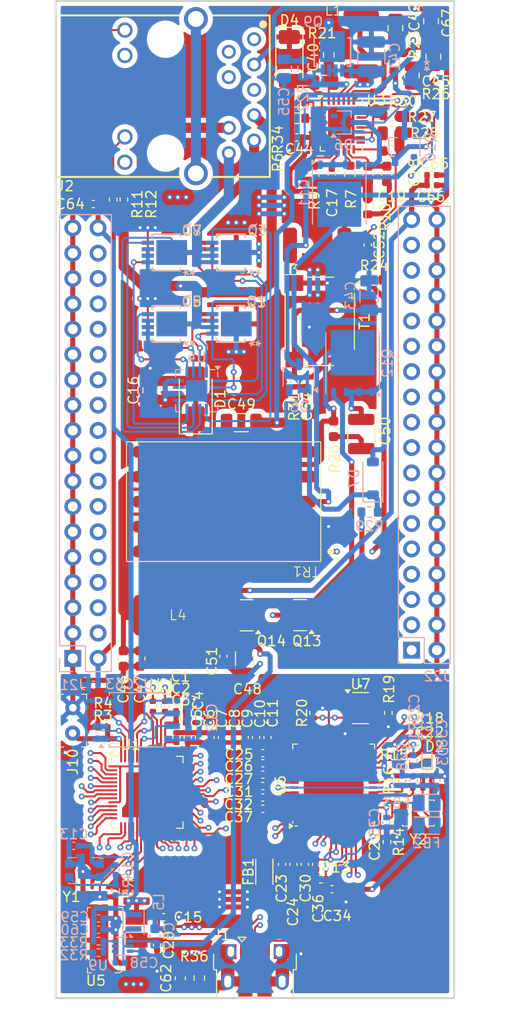
<source format=kicad_pcb>
(kicad_pcb (version 20240108) (generator "pcbnew") (generator_version "8.0")
  (layers (0 "F.Cu" signal) (1 "In1.Cu" signal) (2 "In2.Cu" signal) (31 "B.Cu" signal) (34 "B.Paste" user) (35 "F.Paste" user) (36 "B.SilkS" user "B.Silkscreen") (37 "F.SilkS" user "F.Silkscreen") (38 "B.Mask" user) (39 "F.Mask" user) (44 "Edge.Cuts" user))
  (net 0 "")
  (net 1 "VDD")
  (net 2 "VSS")
  (net 3 "/Connectors/USB_BOOT")
  (net 4 "GND")
  (net 5 "/Power/TG12")
  (net 6 "/Power/TG36")
  (net 7 "/Power/TG45")
  (net 8 "/Power/TG78")
  (net 9 "/Power/BG12")
  (net 10 "/Power/BG36")
  (net 11 "/Power/BG45")
  (net 12 "/Power/BG78")
  (net 13 "/Connectors/GPIO16")
  (net 14 "/Connectors/GPIO13")
  (net 15 "/Connectors/RUN")
  (net 16 "/Connectors/GPIO28")
  (net 17 "/Connectors/GPIO24")
  (net 18 "/Connectors/GPIO15")
  (net 19 "/MicroController/QSPI_SD0")
  (net 20 "/Connectors/GPIO2")
  (net 21 "/Connectors/GPIO21")
  (net 22 "/Connectors/GPIO1")
  (net 23 "/Connectors/GPIO5")
  (net 24 "/Connectors/GPIO26")
  (net 25 "/Connectors/GPIO25")
  (net 26 "/Connectors/GPIO10")
  (net 27 "/Connectors/GPIO19")
  (net 28 "/MicroController/QSPI_SS")
  (net 29 "/Connectors/GPIO17")
  (net 30 "/Connectors/GPIO7")
  (net 31 "/Connectors/GPIO0")
  (net 32 "/MicroController/QSPI_SCLK")
  (net 33 "/Connectors/GPIO20")
  (net 34 "/Connectors/GPIO8")
  (net 35 "/Connectors/GPIO22")
  (net 36 "/Connectors/GPIO29")
  (net 37 "/MicroController/QSPI_SD1")
  (net 38 "/Connectors/GPIO9")
  (net 39 "/Connectors/GPIO4")
  (net 40 "/MicroController/QSPI_SD3")
  (net 41 "/Connectors/SWCLK")
  (net 42 "/Connectors/GPIO11")
  (net 43 "/Connectors/SWD")
  (net 44 "/MicroController/QSPI_SD2")
  (net 45 "/Connectors/GPIO12")
  (net 46 "/Connectors/GPIO27")
  (net 47 "/Connectors/GPIO23")
  (net 48 "/Connectors/GPIO18")
  (net 49 "/Connectors/GPIO3")
  (net 50 "/Connectors/GPIO14")
  (net 51 "/Connectors/GPIO6")
  (net 53 "Net-(U3-FSSDLY)")
  (net 54 "Net-(U3-RCLASS)")
  (net 56 "Net-(C14-Pad2)")
  (net 57 "CGND")
  (net 58 "/Connectors/USB_DN")
  (net 59 "/Connectors/USB_DP")
  (net 61 "+1V1")
  (net 62 "+3V3")
  (net 63 "Net-(J2-Pad11)")
  (net 64 "Net-(J2-Pad13)")
  (net 65 "/MicroController/XI_RP")
  (net 66 "+5V0")
  (net 67 "/MicroController/XI_ETH")
  (net 68 "Net-(C22-Pad2)")
  (net 69 "/MicroController/XO_RP")
  (net 70 "/MicroController/XO_ETH")
  (net 71 "/MicroController/EEDO")
  (net 72 "/MicroController/EEDI")
  (net 73 "/MicroController/EECLK")
  (net 74 "/MicroController/EECS")
  (net 75 "Net-(D5-K)")
  (net 76 "Net-(D6-K)")
  (net 77 "Net-(D7-K)")
  (net 78 "Net-(Q9-G)")
  (net 79 "Net-(U3-ISEN+)")
  (net 80 "Net-(Q11-D)")
  (net 81 "Net-(Q12-G)")
  (net 82 "Net-(Q12-D)")
  (net 83 "Net-(C52-Pad2)")
  (net 84 "Net-(C54-Pad1)")
  (net 86 "Net-(C46-Pad1)")
  (net 87 "Net-(U3-VIN)")
  (net 88 "Net-(R24-Pad1)")
  (net 89 "Net-(C44-Pad1)")
  (net 90 "Net-(U3-ITHB)")
  (net 91 "/Power/AUX")
  (net 92 "Net-(Q10-B)")
  (net 93 "Net-(U3-SG)")
  (net 94 "Net-(U3-SFST)")
  (net 95 "Net-(U3-FB31)")
  (net 96 "Net-(U3-VPORT)")
  (net 97 "Net-(U3-ROSC)")
  (net 98 "/Power/T2P")
  (net 99 "+12V0")
  (net 100 "/Power/FB")
  (net 101 "Net-(U9-BST)")
  (net 103 "Net-(U9-SW)")
  (net 104 "Net-(C19-Pad2)")
  (net 105 "/MicroController/VDD_33A")
  (net 106 "/MicroController/VDD_CORE")
  (net 107 "/MicroController/VDD_PLL")
  (net 108 "/MicroController/VDD_USBPLL")
  (net 109 "Net-(C45-Pad2)")
  (net 110 "Net-(C50-Pad2)")
  (net 111 "Net-(C52-Pad1)")
  (net 112 "Net-(D2-K)")
  (net 113 "Net-(D3-K)")
  (net 114 "Net-(U6-EXRES)")
  (net 115 "Net-(U6-USBRBIAS)")
  (net 116 "Net-(U6-MDC{slash}GPIO2)")
  (net 117 "Net-(U6-VBUS_DET)")
  (net 118 "Net-(U6-NFDX_LED{slash}GPIO8)")
  (net 119 "Net-(Q10-E)")
  (net 120 "Net-(Q13-B)")
  (net 122 "/Connectors/ETH_TXN")
  (net 126 "/MicroController/NRESET")
  (net 131 "/Connectors/LED2_G")
  (net 132 "/Connectors/ETH_TXP")
  (net 134 "/Connectors/LED1_Y")
  (net 139 "/Connectors/ETH_RXN")
  (net 142 "/Connectors/ETH_RXP")
  (net 143 "/Connectors/CT")
  (net 144 "/Connectors/VC1P")
  (net 145 "/Connectors/VC1N")
  (net 146 "/Connectors/VC2N")
  (net 147 "/Connectors/VC2P")
  (net 148 "Net-(U3-HSSRC)")
  (net 149 "Net-(C55-Pad1)")
  (net 151 "Net-(U3-RCLASS++)")
  (net 153 "/MicroController/USBR_DP")
  (net 154 "/MicroController/USBR_DN")
  (footprint "Capacitor_SMD:C_0402_1005Metric" (layer "F.Cu") (at 133.336001 99.331029 90)
    (property "Reference" "C9")
    (property "Value" "0.1u")
  )
  (footprint "Capacitor_SMD:C_0805_2012Metric" (layer "F.Cu") (at 152.042401 27.499929 90)
    (property "Reference" "C67")
    (property "Value" "50p")
  )
  (footprint "Capacitor_SMD:C_0402_1005Metric" (layer "F.Cu") (at 118.138 45.832829)
    (property "Reference" "C64")
    (property "Value" "1u")
  )
  (footprint "Custom:DO1608C" (layer "F.Cu") (at 145.034 32.526829 90)
    (property "Reference" "L1")
    (property "Value" "10u")
  )
  (footprint "Capacitor_SMD:C_0402_1005Metric" (layer "F.Cu") (at 135.151401 101.914029 180)
    (property "Reference" "C26")
    (property "Value" "0.1u")
  )
  (footprint "Capacitor_SMD:C_0402_1005Metric" (layer "F.Cu") (at 142.071734 42.803629 -90)
    (property "Reference" "C17")
    (property "Value" "0.1u")
  )
  (footprint "Resistor_SMD:R_0402_1005Metric" (layer "F.Cu") (at 119.096201 98.313829)
    (property "Reference" "R4")
    (property "Value" "0")
  )
  (footprint "digikey-footprints:SOT-223" (layer "F.Cu") (at 119.3296 119.6594 90)
    (property "Reference" "U5")
    (property "Value" "NCP1117ST33T3G")
  )
  (footprint "Resistor_SMD:R_0603_1608Metric" (layer "F.Cu") (at 140.251401 42.816629 -90)
    (property "Reference" "R9")
    (property "Value" "107k")
  )
  (footprint "Resistor_SMD:R_0402_1005Metric" (layer "F.Cu") (at 149.599401 102.168029 180)
    (property "Reference" "R15")
    (property "Value" "330")
  )
  (footprint "Resistor_SMD:R_0603_1608Metric" (layer "F.Cu") (at 128.778 123.4564 90)
    (property "Reference" "R36")
    (property "Value" "10M")
  )
  (footprint "Diode_SMD:D_SOD-128" (layer "F.Cu") (at 137.818401 31.276929 -90)
    (property "Reference" "D4")
    (property "Value" "PTVS58VP1UTP")
  )
  (footprint "Package_TO_SOT_SMD:SOT-23-6" (layer "F.Cu") (at 144.963901 96.387029)
    (property "Reference" "U7")
    (property "Value" "93AA46AT-I/OT")
  )
  (footprint "Resistor_SMD:R_0603_1608Metric" (layer "F.Cu") (at 138.593401 37.228629 180)
    (property "Reference" "R6")
    (property "Value" "37.4")
  )
  (footprint "Capacitor_SMD:C_0402_1005Metric" (layer "F.Cu") (at 152.118 42.926 180)
    (property "Reference" "C65")
    (property "Value" "1u")
  )
  (footprint "Custom:DO1608C" (layer "F.Cu") (at 137.882401 49.977629)
    (property "Reference" "L3")
    (property "Value" "100u")
  )
  (footprint "Capacitor_SMD:C_0402_1005Metric" (layer "F.Cu") (at 142.083001 114.554 180)
    (property "Reference" "C34")
    (property "Value" "4700p")
  )
  (footprint "Capacitor_SMD:C_0402_1005Metric" (layer "F.Cu") (at 124.5366 120.1394 -90)
    (property "Reference" "C20")
    (property "Value" "10u")
  )
  (footprint "Capacitor_SMD:C_0402_1005Metric" (layer "F.Cu") (at 135.622001 99.331029 90)
    (property "Reference" "C11")
    (property "Value" "0.1u")
  )
  (footprint "PSMN075-100MSEX:LFPAK33_SOT1210_NEX" (layer "F.Cu") (at 131.938301 50.688129 -90)
    (property "Reference" "Q3")
    (property "Value" "PSMN075-100MSEX")
  )
  (footprint "Package_TO_SOT_SMD:SOT-23" (layer "F.Cu") (at 133.5255 87.077814 180)
    (property "Reference" "Q14")
    (property "Value" "MMBT3904")
  )
  (footprint "Capacitor_SMD:C_0603_1608Metric" (layer "F.Cu") (at 122.809 91.412 -90)
    (property "Reference" "C47")
    (property "Value" "10u")
  )
  (footprint "Inductor_SMD:L_Eaton_MCL2012V1" (layer "F.Cu") (at 135.306401 112.7956 90)
    (property "Reference" "FB1")
    (property "Value" "120R")
  )
  (footprint "Capacitor_SMD:C_0402_1005Metric" (layer "F.Cu") (at 138.227401 112.0556 -90)
    (property "Reference" "C24")
    (property "Value" "0.1u")
  )
  (footprint "Capacitor_SMD:C_0402_1005Metric" (layer "F.Cu") (at 135.151401 103.057029 180)
    (property "Reference" "C27")
    (property "Value" "0.1u")
  )
  (footprint "Resistor_SMD:R_1210_3225Metric" (layer "F.Cu") (at 145.034 68.8955 90)
    (property "Reference" "R28")
    (property "Value" "11")
  )
  (footprint "Capacitor_SMD:C_0805_2012Metric" (layer "F.Cu") (at 141.29 33.655 180)
    (property "Reference" "C40")
    (property "Value" "0.047u")
  )
  (footprint "Resistor_SMD:R_0402_1005Metric" (layer "F.Cu") (at 140.259401 96.862029 90)
    (property "Reference" "R20")
    (property "Value" "10k")
  )
  (footprint "Capacitor_SMD:C_0402_1005Metric" (layer "F.Cu") (at 138.580401 39.150629 180)
    (property "Reference" "C44")
    (property "Value" "10u")
  )
  (footprint "Resistor_SMD:R_0805_2012Metric" (layer "F.Cu") (at 150.114 32.949 -90)
    (property "Reference" "R26")
    (property "Value" "100")
  )
  (footprint "Capacitor_SMD:C_0402_1005Metric" (layer "F.Cu") (at 135.151401 100.898029 180)
    (property "Reference" "C25")
    (property "Value" "0.1u")
  )
  (footprint "Capacitor_SMD:C_0805_2012Metric" (layer "F.Cu") (at 123.848401 64.516629 90)
    (property "Reference" "C16")
    (property "Value" "0.047u")
  )
  (footprint "Capacitor_SMD:C_0402_1005Metric" (layer "F.Cu") (at 135.151401 105.355029 180)
    (property "Reference" "C32")
    (property "Value" "4700p")
  )
  (footprint "Resistor_SMD:R_0402_1005Metric" (layer "F.Cu") (at 120.140001 45.382829 -90)
    (property "Reference" "R11")
    (property "Value" "330")
  )
  (footprint "Capacitor_SMD:C_0402_1005Metric" (layer "F.Cu") (at 145.692401 49.939 -90)
    (property "Reference" "C52")
    (property "Value" "1u")
  )
  (footprint "Resistor_SMD:R_0603_1608Metric" (layer "F.Cu") (at 148.095 36.957)
    (property "Reference" "R30")
    (property "Value" "100")
  )
  (footprint "Transformer_SMD:Pulse_PA2001NL" (layer "F.Cu") (at 140.866401 57.597629 -90)
    (property "Reference" "T1")
    (property "Value" "PE-68386NL")
  )
  (footprint "Package_DFN_QFN:QFN-28-1EP_4x5mm_P0.5mm_EP2.65x3.65mm" (layer "F.Cu") (at 143.025401 37.900629)
    (property "Reference" "U3")
    (property "Value" "LT4295IUFD#PBF")
  )
  (footprint "Resistor_SMD:R_0402_1005Metric" (layer "F.Cu") (at 149.149401 103.664029 -90)
    (property "Reference" "R16")
    (property "Value" "0")
  )
  (footprint "Capacitor_SMD:C_0402_1005Metric" (layer "F.Cu") (at 127.621001 99.331029 -90)
    (property "Reference" "C4")
    (property "Value" "1u")
  )
  (footprint "Resistor_SMD:R_0402_1005Metric" (layer "F.Cu") (at 147.752401 96.862029 90)
    (property "Reference" "R19")
    (property "Value" "12k")
  )
  (footprint "Package_TO_SOT_SMD:SOT-23" (layer "F.Cu") (at 138.887501 87.061629 180)
    (property "Reference" "Q13")
    (property "Value" "MMBT3906")
  )
  (footprint "Resistor_SMD:R_0805_2012Metric" (layer "F.Cu") (at 148.093001 38.735)
    (property "Reference" "R27")
    (property "Value" "25m")
  )
  (footprint "Capacitor_SMD:C_0603_1608Metric" (layer "F.Cu") (at 147.597401 42.803629 -90)
    (property "Reference" "C19")
    (property "Value" "3300p")
  )
  (footprint "Capacitor_SMD:C_0402_1005Metric" (layer "F.Cu") (at 147.625401 107.841429 90)
    (property "Reference" "C21")
    (property "Value" "10p")
  )
  (footprint "Capacitor_SMD:C_0402_1005Metric" (layer "F.Cu") (at 126.928001 96.692029)
    (property "Reference" "C2")
    (property "Value" "0.1u")
  )
  (footprint "Resistor_SMD:R_0402_1005Metric" (layer "F.Cu") (at 121.206801 45.382829 -90)
    (property "Reference" "R12")
    (property "Value" "330")
  )
  (footprint "digikey-footprints:PinHeader_1x2_P2.54mm" (layer "F.Cu") (at 116.064001 98.892029 90)
    (property "Reference" "J10")
    (property "Value" "M20-9990246")
  )
  (footprint "Custom:750316115" (layer "F.Cu") (at 139.474801 80.678629 180)
    (property "Reference" "TR1")
    (property "Value" "750316115")
  )
  (footprint "Resistor_SMD:R_0603_1608Metric" (layer "F.Cu") (at 138.593401 35.577629 180)
    (property "Reference" "R34")
    (property "Value" "1k")
  )
  (footprint "Capacitor_SMD:C_0402_1005Metric" (layer "F.Cu") (at 126.478001 99.331029 -90)
    (property "Reference" "C1")
    (property "Value" "1u")
  )
  (footprint "7499211123A:7499211123A" (layer "F.Cu") (at 125.388401 35.012629 -90)
    (property "Reference" "J2")
    (property "Value" "WE-RJ45_7499211123A")
    (property "VALUE" "7499211123A" (hide yes))
  )
  (footprint "Capacitor_SMD:C_0402_1005Metric" (layer "F.Cu") (at 135.151401 106.486029 180)
    (property "Reference" "C37")
    (property "Value" "1500p")
  )
  (footprint "Capacitor_SMD:C_0402_1005Metric" (layer "F.Cu") (at 139.469401 63.665629 -90)
    (property "Reference" "C54")
    (property "Value" "2200p")
  )
  (footprint "Capacitor_SMD:C_0402_1005Metric" (layer "F.Cu") (at 131.050001 99.331029 90)
    (property "Reference" "C7")
    (property "Value" "0.1u")
  )
  (footprint "Resistor_SMD:R_0603_1608Metric" (layer "F.Cu") (at 146.327401 53.437629)
    (property "Reference" "R24")
    (property "Value" "6.65k")
  )
  (footprint "Capacitor_SMD:C_0603_1608Metric" (layer "F.Cu") (at 145.712401 42.803629 -90)
    (property "Reference" "C18")
    (property "Value" "220p")
  )
  (footprint "digikey-footprints:LED_0603" (layer "F.Cu") (at 152.4 101.854)
    (property "Reference" "D2")
    (property "Value" "LED")
  )
  (footprint "Capacitor_SMD:C_0402_1005Metric" (layer "F.Cu") (at 140.513401 112.0556 -90)
    (property "Reference" "C36")
    (property "Value" "1500p")
  )
  (footprint "Capacitor_SMD:C_0402_1005Metric" (layer "F.Cu") (at 131.191 91.186 -90)
    (property "Reference" "C51")
    (property "Value" "1u")
  )
  (footprint "Resistor_SMD:R_0402_1005Metric" (layer "F.Cu") (at 150.713401 104.356029 180)
    (property "Reference" "R18")
    (property "Value" "1k")
  )
  (footprint "Resistor_SMD:R_0402_1005Metric" (layer "F.Cu") (at 147.625401 109.816029 -90)
    (property "Reference" "R14")
    (property "Value" "12k")
  )
  (footprint "Capacitor_SMD:C_0603_1608Metric" (layer "F.Cu") (at 121.158 91.412 -90)
    (property "Reference" "C46")
    (property "Value" "10u")
  )
  (footprint "Capacitor_SMD:C_0402_1005Metric" (layer "F.Cu") (at 137.084401 112.0556 -90)
    (property "Reference" "C23")
    (property "Value" "0.1u")
  )
  (footprint "Resistor_SMD:R_0603_1608Metric" (layer "F.Cu") (at 148.336 31.623 -90)
    (property "Reference" "R23")
    (property "Value" "20")
  )
  (footprint "Package_DFN_QFN:QFN-56-1EP_8x8mm_P0.5mm_EP4.3x4.3mm" (layer "F.Cu") (at 142.263401 104.105029 90)
    (property "Reference" "U6")
    (property "Value" "LAN9500A-ABZJ-TR")
  )
  (footprint "Resistor_SMD:R_0402_1005Metric" (layer "F.Cu") (at 124.121001 96.212029 -90)
    (property "Reference" "R1")
    (property "Value" "27.4")
  )
  (footprint "Diode_SMD:D_SMA" (layer "F.Cu") (at 128.420401 65.376629 90)
    (property "Reference" "D1")
    (property "Value" "SMAJ24A")
  )
  (footprint "Capacitor_SMD:C_0402_1005Metric" (layer "F.Cu") (at 129.907001 99.331029 90)
    (property "Reference" "C6")
    (property "Value" "0.1u")
  )
  (footprint "Capacitor_SMD:C_0402_1005Metric" (layer "F.Cu") (at 128.764001 99.331029 90)
    (property "Reference" "C5")
    (property "Value" "0.1u")
  )
  (footprint "Capacitor_SMD:C_0402_1005Metric" (layer "F.Cu") (at 132.193001 99.331029 90)
    (property "Reference" "C8")
    (property "Value" "0.1u")
  )
  (footprint "Capacitor_SMD:C_0402_1005Metric" (layer "F.Cu") (at 134.479001 99.331029 90)
    (property "Reference" "C10")
    (property "Value" "0.1u")
  )
  (footprint "Resistor_SMD:R_0603_1608Metric" (layer "F.Cu") (at 141.775401 30.874 90)
    (property "Reference" "R21")
    (property "Value" "8.2")
  )
  (footprint "Capacitor_SMD:C_0402_1005Metric" (layer "F.Cu") (at 152.118 43.942 180)
    (property "Reference" "C66")
    (property "Value" "1u")
  )
  (footprint "Capacitor_SMD:C_0805_2012Metric" (layer "F.Cu") (at 148.463 28.194 90)
    (property "Reference" "C42")
    (property "Value" "2.2u")
  )
  (footprint "Capacitor_SMD:C_0805_2012Metric" (layer "F.Cu") (at 152.273 31.049 -90)
    (property "Reference" "C45")
    (property "Value" "100p")
  )
  (footprint "Resistor_SMD:R_0603_1608Metric" (layer "F.Cu") (at 145.692401 46.040629 90)
    (property "Reference" "R10")
    (property "Value" "26.1k")
  )
  (footprint "Capacitor_SMD:C_0402_1005Metric" (layer "F.Cu") (at 126.928001 97.835029)
    (property "Reference" "C3")
    (property "Value" "0.1u")
  )
  (footprint "Resistor_SMD:R_0402_1005Metric" (layer "F.Cu") (at 138.326401 63.665629 -90)
    (property "Reference" "R31")
    (property "Value" "10k")
  )
  (footprint "Capacitor_SMD:C_0603_1608Metric" (layer "F.Cu") (at 142.263401 68.379629 -90)
    (property "Reference" "C50")
    (property "Value" "470p")
  )
  (footprint "Capacitor_SMD:C_1206_3216Metric" (layer "F.Cu") (at 132.992401 67.757629 180)
    (property "Reference" "C49")
    (property "Value" "2200p")
  )
  (footprint "Resistor_SMD:R_0402_1005Metric" (layer "F.Cu") (at 119.101201 99.456829)
    (property "Reference" "R3")
    (property "Value" "1k")
  )
  (footprint "Package_DFN_QFN:QFN-56-1EP_7x7mm_P0.4mm_EP3.2x3.2mm" (layer "F.Cu") (at 123.531001 104.829029)
    (property "Reference" "U1")
    (property "Value" "RP2040")
  )
  (footprint "PSMN075-100MSEX:LFPAK33_SOT1210_NEX" (layer "F.Cu") (at 131.938301 57.851629 -90)
    (property "Reference" "Q1")
    (property "Value" "PSMN075-100MSEX")
  )
  (footprint "Capacitor_SMD:C_0402_1005Metric" (layer "F.Cu") (at 151.673401 103.214029 180)
    (property "Reference" "C22")
    (property "Value" "10p")
  )
  (footprint "Capacitor_SMD:C_1206_3216Metric" (layer "F.Cu") (at 133.321999 91.428185 -90)
    (property "Reference" "C48")
    (property "Value" "33u")
  )
  (footprint "Connector_USB:USB_Micro-B_Amphenol_10103594-0001LF_Horizontal" (layer "F.Cu") (at 134.386501 122.684429)
    (property "Reference" "J1")
    (property "Value" "USB_B_Micro")
  )
  (footprint "Custom:DO1813H" (layer "F.Cu") (at 123.129 87.061629)
    (property "Reference" "L4")
    (property "Value" "180n")
  )
  (footprint "Resistor_SMD:R_0402_1005Metric" (layer "F.Cu") (at 140.990801 113.538)
    (property "Reference" "R13")
    (property "Value" "12k")
  )
  (footprint "PSMN075-100MSEX:LFPAK33_SOT1210_NEX" (layer "F.Cu") (at 125.461301 50.688129 -90)
    (property "Reference" "Q7")
    (property "Value" "PSMN075-100MSEX" (hide yes))
  )
  (footprint "Resistor_SMD:R_0603_1608Metric" (layer "F.Cu") (at 143.892067 42.816629 -90)
    (property "Reference" "R7")
    (property "Value" "7.5k")
  )
  (footprint "PSMN075-100MSEX:LFPAK33_SOT1210_NEX" (layer "F.Cu") (at 125.461301 57.851629 -90)
    (property "Reference" "Q5")
    (property "Value" "PSMN075-100MSEX" (hide yes))
  )
  (footprint "digikey-footprints:4-SMD_2.35x2.95mm" (layer "F.Cu") (at 150.771801 106.909429)
    (property "Reference" "Y2")
    (property "Value" "ABM8G-25.000MHZ-4Y-T3")
  )
  (footprint "Capacitor_SMD:C_0402_1005Metric" (layer "F.Cu") (at 139.370401 112.0556 -90)
    (property "Reference" "C30")
    (property "Value" "4700p")
  )
  (footprint "Resistor_SMD:R_0603_1608Metric" (layer "F.Cu") (at 148.093001 40.513)
    (property "Reference" "R25")
    (property "Value" "2k")
  )
  (footprint "Capacitor_SMD:C_0603_1608Metric" (layer "F.Cu") (at 126.873 123.4764 90)
    (property "Reference" "C62")
    (property "Value" "4700p")
  )
  (footprint "Capacitor_SMD:C_0402_1005Metric" (layer "F.Cu") (at 135.151401 104.200029 180)
    (property "Reference" "C31")
    (property "Value" "4700p")
  )
  (footprint "Resistor_SMD:R_0402_1005Metric" (layer "F.Cu") (at 125.341001 96.212029 -90)
    (property "Reference" "R2")
    (property "Value" "27.4")
  )
  (footprint "Capacitor_SMD:C_0402_1005Metric" (layer "F.Cu") (at 125.1996 117.3594)
    (property "Reference" "C15")
    (property "Value" "10u")
  )
  (footprint "Capacitor_SMD:C_0402_1005Metric" (layer "B.Cu") (at 118.6662 117.475)
    (property "Reference" "C59")
    (property "Value" "22u")
  )
  (footprint "Package_TO_SOT_SMD:SOT-323_SC-70" (layer "B.Cu") (at 143.295401 37.658629)
    (property "Reference" "D6")
    (property "Value" "BAT54W")
  )
  (footprint "Resistor_SMD:R_0402_1005Metric" (layer "B.Cu") (at 118.6662 120.904 180)
    (property "Reference" "R33")
    (property "Value" "10k")
  )
  (footprint "Inductor_SMD:L_Murata_DFE201610P" (layer "B.Cu") (at 122.174 117.819 90)
    (property "Reference" "L5")
    (property "Value" "2.2u")
  )
  (footprint "Capacitor_SMD:C_0805_2012Metric" (layer "B.Cu") (at 137.287 32.243129 -90)
    (property "Reference" "C55")
    (property "Value" "0.01u")
  )
  (footprint "Capacitor_SMD:C_0402_1005Metric" (layer "B.Cu") (at 150.292401 103.664029 90)
    (property "Reference" "C29")
    (property "Value" "0.1u")
  )
  (footprint "Capacitor_SMD:C_1210_3225Metric" (layer "B.Cu") (at 146.048001 31.053729 90)
    (property "Reference" "C41")
    (property "Value" "10u")
  )
  (footprint "Inductor_SMD:L_Eaton_MCL2012V1" (layer "B.Cu") (at 151.596801 105.883029 180)
    (property "Reference" "FB3")
    (property "Value" "120R")
  )
  (footprint "digikey-footprints:LED_0603" (layer "B.Cu") (at 151.638 101.207 90)
    (property "Reference" "D3")
    (property "Value" "LED")
  )
  (footprint "Capacitor_SMD:C_0402_1005Metric" (layer "B.Cu") (at 118.138 94.0308)
    (property "Reference" "C63")
    (property "Value" "1u")
  )
  (footprint "Package_TO_SOT_SMD:SOT-563" (layer "B.Cu") (at 121.0952 120.261 180)
    (property "Reference" "U9")
    (property "Value" "AP62250Z6")
  )
  (footprint "Package_TO_SOT_SMD:TSOT-23" (layer "B.Cu") (at 149.375401 40.111629 90)
    (property "Reference" "Q10")
    (property "Value" "FMMT723QTA")
  )
  (footprint "PSMN075-100MSEX:LFPAK33_SOT1210_NEX" (layer "B.Cu") (at 125.457601 50.688129 90)
    (property "Reference" "Q8")
    (property "Value" "PSMN075-100MSEX")
  )
  (footprint "PSMN075-100MSEX:LFPAK33_SOT1210_NEX" (layer "B.Cu") (at 131.947301 57.851629 90)
    (property "Reference" "Q2")
    (property "Value" "PSMN075-100MSEX")
  )
  (footprint "Capacitor_SMD:C_0402_1005Metric" (layer "B.Cu") (at 151.435401 103.664029 90)
    (property "Reference" "C33")
    (property "Value" "4700p")
  )
  (footprint "Capacitor_SMD:C_0402_1005Metric" (layer "B.Cu") (at 120.8252 121.92)
    (property "Reference" "C58")
    (property "Value" "0.1u")
  )
  (footprint "PSMN075-100MSEX:LFPAK33_SOT1210_NEX" (layer "B.Cu") (at 131.947301 50.688129 90)
    (property "Reference" "Q4")
    (property "Value" "PSMN075-100MSEX")
  )
  (footprint "Package_TO_SOT_SMD:TSOT-23" (layer "B.Cu") (at 138.768401 63.198629 90)
    (property "Reference" "D5")
    (property "Value" "BAS21_R1_00001")
  )
  (footprint "Capacitor_SMD:C_0402_1005Metric" (layer "B.Cu") (at 147.546601 107.841429 -90)
    (property "Reference" "C35")
    (property "Value" "4700p")
  )
  (footprint "Capacitor_SMD:C_0402_1005Metric" (layer "B.Cu") (at 120.373801 112.591229 -90)
    (property "Reference" "C14")
    (property "Value" "15p")
  )
  (footprint "Resistor_SMD:R_0603_1608Metric" (layer "B.Cu") (at 139.192 32.243129 90)
    (property "Reference" "R22")
    (property "Value" "3.3k")
  )
  (footprint "Inductor_SMD:L_Eaton_MCL2012V1" (layer "B.Cu") (at 151.596801 108.169029 180)
    (property "Reference" "FB2")
    (property "Value" "120R")
  )
  (footprint "Package_TO_SOT_SMD:TDSON-8-1" (layer "B.Cu") (at 142.825401 44.786629 -90)
    (property "Reference" "Q11")
    (property "Value" "BSZ900N20NS3GATMA1")
  )
  (footprint "Capacitor_SMD:C_0603_1608Metric" (layer "B.Cu") (at 124.333 119.281 90)
    (property "Reference" "C57")
    (property "Value" "10u")
  )
  (footprint "Capacitor_SMD:C_0402_1005Metric" (layer "B.Cu") (at 152.578401 103.664029 90)
    (property "Reference" "C38")
    (property "Value" "1500p")
  )
  (footprint "Resistor_SMD:R_0402_1005Metric" (layer "B.Cu") (at 118.6662 119.761)
    (property "Reference" "R32")
    (property "Value" "52.3k")
  )
  (footprint "Connector_PinHeader_2.54mm:PinHeader_2x18_P2.54mm_Vertical" (layer "B.Cu") (at 116.078 91.400429)
    (property "Reference" "J21")
    (property "Value" "Conn_02x18_Odd_Even")
  )
  (footprint "Diode_SMD:D_SOD-123" (layer "B.Cu") (at 146.200401 73.345629 90)
    (property "Reference" "D7")
    (property "Value" "BAT46W-E3-18")
  )
  (footprint "Connector_PinHeader_2.54mm:PinHeader_2x18_P2.54mm_Vertical" (layer "B.Cu") (at 150.0886 90.5764)
    (property "Reference" "J22")
    (property "Value" "Conn_02x18_Odd_Even")
  )
  (footprint "Package_SO:SOIC-8_5.23x5.23mm_P1.27mm" (layer "B.Cu") (at 122.458001 97.552029)
    (property "Reference" "U2")
    (property "Value" "W25Q128JVS")
  )
  (footprint "PSMN075-100MSEX:LFPAK33_SOT1210_NEX" (layer "B.Cu") (at 125.470301 57.851629 90)
    (property "Reference" "Q6")
    (property "Value" "PSMN075-100MSEX")
  )
  (footprint "digikey-footprints:4-SMD_2.35x2.95mm" (layer "B.Cu") (at 117.243801 112.679829 180)
    (property "Reference" "Y1")
    (property "Value" "ABM8-272-T3")
  )
  (footprint "Resistor_SMD:R_0402_1005Metric" (layer "B.Cu") (at 150.264401 101.661629 90)
    (property "Reference" "R17")
    (property "Value" "330")
  )
  (footprint "Package_DFN_QFN:QFN-16-1EP_4x4mm_P0.65mm_EP2.15x2.15mm" (layer "B.Cu") (at 128.515401 64.550629 180)
    (property "Reference" "U4")
    (property "Value" "LT4321HUF#PBF")
  )
  (footprint "Capacitor_SMD:C_0402_1005Metric" (layer "B.Cu") (at 118.6662 118.618)
    (property "Reference" "C60")
    (property "Value" "22u")
  )
  (footprint "Capacitor_SMD:C_1206_3216Metric" (layer "B.Cu") (at 145.819401 55.007629 -90)
    (property "Reference" "C43")
    (property "Value" "2200p")
  )
  (footprint "Resistor_SMD:R_0402_1005Metric" (layer "B.Cu") (at 120.373801 114.608229 -90)
    (property "Reference" "R5")
    (property "Value" "1k")
  )
  (footprint "Package_TO_SOT_SMD:TDSON-8-1" (layer "B.Cu") (at 144.168401 61.788629 90)
    (property "Reference" "Q12")
    (property "Value" "TPN1600ANH")
  )
  (footprint "PSMN075-100MSEX:LFPAK33_SOT1210_NEX" (layer "B.Cu") (at 142.136401 30.584729 180)
    (property "Reference" "Q9")
    (property "Value" "PSMN075-100MSEX")
  )
  (footprint "Capacitor_SMD:C_0402_1005Metric" (layer "B.Cu") (at 116.173801 110.201029)
    (property "Reference" "C13")
    (property "Value" "15p")
  )
  (footprint "Capacitor_SMD:C_0402_1005Metric" (layer "B.Cu") (at 149.149401 103.664029 90)
    (property "Reference" "C28")
    (property "Value" "0.1u")
  )
  (footprint "Resistor_SMD:R_0603_1608Metric" (layer "B.Cu") (at 145.870401 76.723829)
    (property "Reference" "R29")
    (property "Value" "15")
  )
  (footprint "Capacitor_SMD:C_0402_1005Metric" (layer "B.Cu") (at 128.776001 97.371429 90)
    (property "Reference" "C12")
    (property "Value" "0.1u")
  )
  (gr_rect (start 114.361501 25.466629) (end 154.361501 125.466629) (stroke (width 0.2)) (fill none) (layer "Edge.Cuts"))
  (segment (start 123.848401 66.190401) (end 123.848401 65.466629) (width 1.016) (layer "F.Cu") (net 1))
  (segment (start 123.853401 65.471629) (end 123.848401 65.466629) (width 1.016) (layer "F.Cu") (net 1))
  (segment (start 128.420401 67.376629) (end 125.034629 67.376629) (width 1.016) (layer "F.Cu") (net 1))
  (segment (start 125.034629 67.376629) (end 123.848401 66.190401) (width 1.016) (layer "F.Cu") (net 1))
  (segment (start 137.310401 46.802629) (end 137.310401 45.151629) (width 0.508) (layer "F.Cu") (net 1))
  (segment (start 125.3569 65.471629) (end 123.853401 65.471629) (width 1.016) (layer "F.Cu") (net 1))
  (segment (start 127.4572 45.151629) (end 125.8062 45.151629) (width 0.508) (layer "F.Cu") (net 1))
  (segment (start 132.484401 47.691629) (end 132.484401 50.688129) (width 0.508) (layer "F.Cu") (net 1))
  (via (at 134.770401 46.802629) (size 0.6) (drill 0.3) (layers "F.Cu" "B.Cu") (net 1))
  (via (at 127.4572 45.151629) (size 0.6) (drill 0.3) (layers "F.Cu" "B.Cu") (net 1))
  (via (at 131.722401 60.645629) (size 0.6) (drill 0.3) (layers "F.Cu" "B.Cu") (net 1))
  (via (at 134.770401 49.850629) (size 0.6) (drill 0.3) (layers "F.Cu" "B.Cu") (net 1))
  (via (at 134.770401 51.501629) (size 0.6) (drill 0.3) (layers "F.Cu" "B.Cu") (net 1))
  (via (at 139.8524 52.4256) (size 0.6) (drill 0.3) (layers "F.Cu" "B.Cu") (net 1))
  (via (at 137.310401 45.965129) (size 0.6) (drill 0.3) (layers "F.Cu" "B.Cu") (net 1))
  (via (at 133.246401 60.645629) (size 0.6) (drill 0.3) (layers "F.Cu" "B.Cu") (net 1))
  (via (at 137.310401 46.802629) (size 0.6) (drill 0.3) (layers "F.Cu" "B.Cu") (net 1))
  (via (at 140.6652 52.4256) (size 0.6) (drill 0.3) (layers "F.Cu" "B.Cu") (net 1))
  (via (at 134.770401 45.965129) (size 0.6) (drill 0.3) (layers "F.Cu" "B.Cu") (net 1))
  (via (at 140.6652 54.9656) (size 0.6) (drill 0.3) (layers "F.Cu" "B.Cu") (net 1))
  (via (at 132.484401 47.691629) (size 0.6) (drill 0.3) (layers "F.Cu" "B.Cu") (net 1))
  (via (at 137.310401 45.151629) (size 0.6) (drill 0.3) (layers "F.Cu" "B.Cu") (net 1))
  (via (at 131.670901 47.691629) (size 0.6) (drill 0.3) (layers "F.Cu" "B.Cu") (net 1))
  (via (at 141.775401 27.649929) (size 0.6) (drill 0.3) (layers "F.Cu" "B.Cu") (net 1))
  (via (at 133.321901 47.691629) (size 0.6) (drill 0.3) (layers "F.Cu" "B.Cu") (net 1))
  (via (at 134.770401 50.688129) (size 0.6) (drill 0.3) (layers "F.Cu" "B.Cu") (net 1))
  (via (at 132.484401 60.645629) (size 0.6) (drill 0.3) (layers "F.Cu" "B.Cu") (net 1))
  (via (at 139.8517 54.9656) (size 0.6) (drill 0.3) (layers "F.Cu" "B.Cu") (net 1))
  (via (at 125.8062 45.151629) (size 0.6) (drill 0.3) (layers "F.Cu" "B.Cu") (net 1))
  (via (at 126.6197 45.151629) (size 0.6) (drill 0.3) (layers "F.Cu" "B.Cu") (net 1))
  (via (at 134.770401 45.151629) (size 0.6) (drill 0.3) (layers "F.Cu" "B.Cu") (net 1))
  (via (at 125.3569 65.471629) (size 0.6) (drill 0.3) (layers "F.Cu" "B.Cu") (net 1))
  (segment (start 125.3569 63.83613) (end 125.617401 63.575629) (width 0.508) (layer "B.Cu") (net 1))
  (segment (start 133.246401 60.645629) (end 132.484401 60.645629) (width 0.508) (layer "B.Cu") (net 1))
  (segment (start 134.770401 45.151629) (end 137.310401 45.151629) (width 0.508) (layer "B.Cu") (net 1))
  (segment (start 132.484401 60.645629) (end 131.722401 60.645629) (width 0.508) (layer "B.Cu") (net 1))
  (segment (start 134.770401 50.688129) (end 132.493401 50.688129) (width 0.508) (layer "B.Cu") (net 1))
  (segment (start 139.8517 52.4263) (end 139.8524 52.4256) (width 0.508) (layer "B.Cu") (net 1))
  (segment (start 134.770401 46.802629) (end 137.310401 46.802629) (width 0.508) (layer "B.Cu") (net 1))
  (segment (start 132.484401 60.645629) (end 132.484401 57.860629) (width 0.508) (layer "B.Cu") (net 1))
  (segment (start 134.770401 49.850629) (end 134.770401 51.501629) (width 0.508) (layer "B.Cu") (net 1))
  (segment (start 140.6652 52.4256) (end 140.6652 54.9656) (width 0.508) (layer "B.Cu") (net 1))
  (segment (start 125.3569 65.471629) (end 125.3569 63.83613) (width 0.508) (layer "B.Cu") (net 1))
  (segment (start 137.310401 45.965129) (end 134.770401 45.965129) (width 0.508) (layer "B.Cu") (net 1))
  (segment (start 141.775401 27.649929) (end 141.775401 29.677629) (width 1.016) (layer "B.Cu") (net 1))
  (segment (start 125.3569 64.875629) (end 125.3569 65.471629) (width 0.508) (layer "B.Cu") (net 1))
  (segment (start 139.8517 54.9656) (end 139.8517 52.4263) (width 0.508) (layer "B.Cu") (net 1))
  (segment (start 126.677901 64.875629) (end 125.3569 64.875629) (width 0.508) (layer "B.Cu") (net 1))
  (segment (start 125.617401 63.575629) (end 126.677901 63.575629) (width 0.508) (layer "B.Cu") (net 1))
  (segment (start 145.712401 43.578629) (end 145.699401 43.591629) (width 1.016) (layer "F.Cu") (net 2))
  (segment (start 145.692401 45.265629) (end 145.692401 43.598629) (width 1.016) (layer "F.Cu") (net 2))
  (segment (start 123.848401 63.566629) (end 128.230401 63.566629) (width 1.016) (layer "F.Cu") (net 2))
  (segment (start 123.848401 63.566629) (end 123.848401 62.296629) (width 1.016) (layer "F.Cu") (net 2))
  (segment (start 137.818401 39.163629) (end 137.805401 39.150629) (width 1.016) (layer "F.Cu") (net 2))
  (segment (start 138.038401 33.696929) (end 137.818401 33.476929) (width 1.016) (layer "F.Cu") (net 2))
  (segment (start 140.225401 33.696929) (end 138.038401 33.696929) (width 1.016) (layer "F.Cu") (net 2))
  (segment (start 143.275401 37.650629) (end 144.975401 37.650629) (width 0.2) (layer "F.Cu") (net 2))
  (segment (start 141.075401 36.150629) (end 141.536015 36.150629) (width 0.2) (layer "F.Cu") (net 2))
  (segment (start 144.975401 39.150629) (end 144.275401 39.150629) (width 0.2) (layer "F.Cu") (net 2))
  (segment (start 141.075401 36.150629) (end 141.075401 34.692629) (width 0.2) (layer "F.Cu") (net 2))
  (segment (start 123.607101 51.01313) (end 123.607101 48.199629) (width 0.2) (layer "F.Cu") (net 2))
  (segment (start 145.699401 43.591629) (end 140.251401 43.591629) (width 1.016) (layer "F.Cu") (net 2))
  (segment (start 123.607101 58.17663) (end 123.607101 55.311629) (width 0.2) (layer "F.Cu") (net 2))
  (segment (start 140.251401 43.591629) (end 138.834401 43.591629) (width 1.016) (layer "F.Cu") (net 2))
  (segment (start 144.275401 39.150629) (end 143.025401 37.900629) (width 0.2) (layer "F.Cu") (net 2))
  (segment (start 137.818401 39.137629) (end 137.805401 39.150629) (width 1.016) (layer "F.Cu") (net 2))
  (segment (start 140.993401 34.610629) (end 140.485401 34.610629) (width 0.2) (layer "F.Cu") (net 2))
  (segment (start 148.526727 27.180273) (end 150.238727 27.180273) (width 0.508) (layer "F.Cu") (net 2))
  (segment (start 148.868001 38.674629) (end 148.868001 39.751) (width 1.016) (layer "F.Cu") (net 2))
  (segment (start 137.818401 37.228629) (end 137.818401 33.476929) (width 1.016) (layer "F.Cu") (net 2))
  (segment (start 141.536015 36.150629) (end 141.561015 36.175629) (width 0.2) (layer "F.Cu") (net 2))
  (segment (start 141.755401 78.171629) (end 139.481801 78.171629) (width 1.016) (layer "F.Cu") (net 2))
  (segment (start 145.692401 43.598629) (end 145.712401 43.578629) (width 1.016) (layer "F.Cu") (net 2))
  (segment (start 138.326401 53.755129) (end 141.628401 53.755129) (width 0.508) (layer "F.Cu") (net 2))
  (segment (start 148.868001 38.813129) (end 149.030501 38.650629) (width 1.016) (layer "F.Cu") (net 2))
  (segment (start 141.075401 34.692629) (end 140.993401 34.610629) (width 0.2) (layer "F.Cu") (net 2))
  (segment (start 140.225401 34.350629) (end 140.225401 33.696929) (width 0.2) (layer "F.Cu") (net 2))
  (segment (start 141.561015 36.175629) (end 142.989787 36.175629) (width 0.2) (layer "F.Cu") (net 2))
  (segment (start 148.868001 39.751) (end 148.868001 40.300029) (width 1.016) (layer "F.Cu") (net 2))
  (segment (start 140.485401 34.610629) (end 140.225401 34.350629) (width 0.2) (layer "F.Cu") (net 2))
  (segment (start 137.818401 37.228629) (end 137.818401 39.137629) (width 1.016) (layer "F.Cu") (net 2))
  (segment (start 137.818401 40.452629) (end 137.818401 39.163629) (width 1.016) (layer "F.Cu") (net 2))
  (segment (start 148.868001 39.751) (end 148.868001 38.813129) (width 1.016) (layer "F.Cu") (net 2))
  (segment (start 151.534401 38.674629) (end 148.868001 38.674629) (width 1.016) (layer "F.Cu") (net 2))
  (via (at 122.832401 55.311629) (size 0.6) (drill 0.3) (layers "F.Cu" "B.Cu") (net 2))
  (via (at 141.755401 78.171629) (size 0.6) (drill 0.3) (layers "F.Cu" "B.Cu") (net 2))
  (via (at 124.356401 48.199629) (size 0.6) (drill 0.3) (layers "F.Cu" "B.Cu") (net 2))
  (via (at 151.534401 38.674629) (size 0.6) (drill 0.3) (layers "F.Cu" "B.Cu") (net 2))
  (via (at 138.834401 43.591629) (size 0.6) (drill 0.3) (layers "F.Cu" "B.Cu") (net 2))
  (via (at 123.607101 55.311629) (size 0.6) (drill 0.3) (layers "F.Cu" "B.Cu") (net 2))
  (via (at 137.818401 40.452629) (size 0.6) (drill 0.3) (layers "F.Cu" "B.Cu") (net 2))
  (via (at 137.922 66.04) (size 0.6) (drill 0.3) (layers "F.Cu" "B.Cu") (net 2))
  (via (at 123.607101 48.199629) (size 0.6) (drill 0.3) (layers "F.Cu" "B.Cu") (net 2))
  (via (at 141.628401 53.755129) (size 0.6) (drill 0.3) (layers "F.Cu" "B.Cu") (net 2))
  (via (at 150.238727 27.180273) (size 0.6) (drill 0.3) (layers "F.Cu" "B.Cu") (net 2))
  (via (at 124.356401 55.311629) (size 0.6) (drill 0.3) (layers "F.Cu" "B.Cu") (net 2))
  (via (at 139.827 58.166) (size 0.6) (drill 0.3) (layers "F.Cu" "B.Cu") (net 2))
  (via (at 123.848401 62.296629) (size 0.6) (drill 0.3) (layers "F.Cu" "B.Cu") (net 2))
  (via (at 122.832401 48.199629) (size 0.6) (drill 0.3) (layers "F.Cu" "B.Cu") (net 2))
  (segment (start 123.603401 50.363128) (end 123.603401 51.01313) (width 0.2) (layer "B.Cu") (net 2))
  (segment (start 123.603401 51.01313) (end 123.603401 51.663128) (width 0.2) (layer "B.Cu") (net 2))
  (segment (start 126.677901 64.225629) (end 128.190401 64.225629) (width 0.2) (layer "B.Cu") (net 2))
  (segment (start 123.603401 55.307929) (end 123.607101 55.311629) (width 0.2) (layer "B.Cu") (net 2))
  (segment (start 141.850901 53.532629) (end 141.628401 53.755129) (width 0.508) (layer "B.Cu") (net 2))
  (segment (start 146.200401 53.532629) (end 141.850901 53.532629) (width 0.508) (layer "B.Cu") (net 2))
  (segment (start 126.677901 65.525629) (end 127.540401 65.525629) (width 0.2) (layer "B.Cu") (net 2))
  (segment (start 116.628801 99.456829) (end 116.064001 98.892029) (width 0.508) (layer "F.Cu") (net 3))
  (segment (start 118.621201 99.456829) (end 116.628801 99.456829) (width 0.508) (layer "F.Cu") (net 3))
  (segment (start 121.698315 111.429829) (end 121.415472 111.429829) (width 0.2) (layer "F.Cu") (net 4))
  (segment (start 144.041401 66.334629) (end 144.947629 66.334629) (width 0.508) (layer "F.Cu") (net 4))
  (segment (start 127.408001 97.835029) (end 127.408001 96.692029) (width 0.508) (layer "F.Cu") (net 4))
  (segment (start 116.084001 94.354999) (end 116.84 93.599) (width 0.508) (layer "F.Cu") (net 4))
  (segment (start 152.6286 90.5764) (end 152.6286 93.472) (width 0.508) (layer "F.Cu") (net 4))
  (segment (start 135.622001 98.851029) (end 128.764001 98.851029) (width 0.508) (layer "F.Cu") (net 4))
  (segment (start 118.793801 115.316) (end 120.142 115.316) (width 0.508) (layer "F.Cu") (net 4))
  (segment (start 126.873 122.7639) (end 124.5366 122.7639) (width 0.508) (layer "F.Cu") (net 4))
  (segment (start 130.81 114.808) (end 133.604 114.808) (width 0.508) (layer "F.Cu") (net 4))
  (segment (start 117.658 45.832829) (end 116.295371 45.832829) (width 0.508) (layer "F.Cu") (net 4))
  (segment (start 127.408001 95.857999) (end 127.762 95.504) (width 0.508) (layer "F.Cu") (net 4))
  (segment (start 120.396 117.475) (end 120.396 118.613901) (width 0.508) (layer "F.Cu") (net 4))
  (segment (start 138.811 119.7122) (end 135.8646 119.7122) (width 0.2) (layer "F.Cu") (net 4))
  (segment (start 152.042401 45.659629) (end 152.017001 45.685029) (width 0.508) (layer "F.Cu") (net 4))
  (segment (start 137.084401 112.5356) (end 140.513401 112.5356) (width 0.508) (layer "F.Cu") (net 4))
  (segment (start 120.400099 121.543099) (end 120.400099 118.618) (width 0.508) (layer "F.Cu") (net 4))
  (segment (start 140.513401 112.5356) (end 140.513401 113.5354) (width 0.508) (layer "F.Cu") (net 4))
  (segment (start 122.531001 110.597143) (end 121.698315 111.429829) (width 0.2) (layer "F.Cu") (net 4))
  (segment (start 152.6286 47.3964) (end 152.6286 90.5764) (width 0.508) (layer "F.Cu") (net 4))
  (segment (start 137.950001 87.061629) (end 136.144 87.061629) (width 0.508) (layer "F.Cu") (net 4))
  (segment (start 143.513401 100.167529) (end 143.513401 102.855029) (width 0.2) (layer "F.Cu") (net 4))
  (segment (start 147.625401 109.336029) (end 148.613401 109.336029) (width 0.508) (layer "F.Cu") (net 4))
  (segment (start 144.958401 95.917528) (end 144.958401 94.167029) (width 0.2) (layer "F.Cu") (net 4))
  (segment (start 147.625401 108.321429) (end 147.625401 109.336029) (width 0.508) (layer "F.Cu") (net 4))
  (segment (start 143.013401 99.353029) (end 143.013401 100.167529) (width 0.2) (layer "F.Cu") (net 4))
  (segment (start 143.826401 96.387029) (end 144.4889 96.387029) (width 0.2) (layer "F.Cu") (net 4))
  (segment (start 127.408001 96.692029) (end 127.408001 95.857999) (width 0.508) (layer "F.Cu") (net 4))
  (segment (start 153.416 103.214029) (end 152.153401 103.214029) (width 0.508) (layer "F.Cu") (net 4))
  (segment (start 152.067801 45.685029) (end 152.042401 45.659629) (width 0.508) (layer "F.Cu") (net 4))
  (segment (start 148.969001 108.321429) (end 149.221801 108.068629) (width 0.508) (layer "F.Cu") (net 4))
  (segment (start 147.625401 108.321429) (end 148.969001 108.321429) (width 0.508) (layer "F.Cu") (net 4))
  (segment (start 120.142 115.316) (end 120.396 115.57) (width 0.508) (layer "F.Cu") (net 4))
  (segment (start 141.603001 114.554) (end 140.688601 114.554) (width 0.508) (layer "F.Cu") (net 4))
  (segment (start 138.326401 56.962629) (end 138.326401 61.440129) (width 0.508) (layer "F.Cu") (net 4))
  (segment (start 132.428185 92.903185) (end 133.918815 92.903185) (width 0.508) (layer "F.Cu") (net 4))
  (segment (start 126.873 122.7639) (end 128.6955 122.7639) (width 0.508) (layer "F.Cu") (net 4))
  (segment (start 153.607501 42.926) (end 153.607501 43.942) (width 0.508) (layer "F.Cu") (net 4))
  (segment (start 147.752401 97.342029) (end 147.752401 98.259029) (width 0.508) (layer "F.Cu") (net 4))
  (segment (start 138.9888 119.89) (end 138.811 119.7122) (width 0.2) (layer "F.Cu") (net 4))
  (segment (start 121.415472 111.429829) (end 118.793801 114.0515) (width 0.2) (layer "F.Cu") (net 4))
  (segment (start 141.603001 115.57) (end 141.603001 114.554) (width 0.508) (layer "F.Cu") (net 4))
  (segment (start 152.118601 103.248829) (end 152.153401 103.214029) (width 0.508) (layer "F.Cu") (net 4))
  (segment (start 130.81 115.57) (end 133.604 115.57) (width 0.508) (layer "F.Cu") (net 4))
  (segment (start 117.094 112.776) (end 117.094 115.062) (width 0.508) (layer "F.Cu") (net 4))
  (segment (start 152.6286 47.3964) (end 152.6286 46.271228) (width 0.508) (layer "F.Cu") (net 4))
  (segment (start 116.295371 45.832829) (end 116.078 46.0502) (width 0.508) (layer "F.Cu") (net 4))
  (segment (start 122.531001 108.266529) (end 122.531001 110.597143) (width 0.2) (layer "F.Cu") (net 4))
  (segment (start 127.762 95.504) (end 128.27 95.504) (width 0.508) (layer "F.Cu") (net 4))
  (segment (start 117.094 115.062) (end 117.348 115.316) (width 0.508) (layer "F.Cu") (net 4))
  (segment (start 153.607501 44.907329) (end 152.829801 45.685029) (width 0.508) (layer "F.Cu") (net 4))
  (segment (start 131.191 91.666) (end 132.428185 92.903185) (width 0.508) (layer "F.Cu") (net 4))
  (segment (start 120.396 115.57) (end 120.396 117.475) (width 0.508) (layer "F.Cu") (net 4))
  (segment (start 124.5366 120.6194) (end 124.5366 121.564) (width 0.508) (layer "F.Cu") (net 4))
  (segment (start 116.078 92.837) (end 116.078 48.220429) (width 0.508) (layer "F.Cu") (net 4))
  (segment (start 141.857001 115.824) (end 141.603001 115.57) (width 0.508) (layer "F.Cu") (net 4))
  (segment (start 134.572401 106.486029) (end 133.655401 106.486029) (width 0.508) (layer "F.Cu") (net 4))
  (segment (start 124.5366 121.564) (end 124.5366 122.7639) (width 0.508) (layer "F.Cu") (net 4))
  (segment (start 144.947629 66.334629) (end 145.034 66.421) (width 0.508) (layer "F.Cu") (net 4))
  (segment (start 153.607501 28.766501) (end 153.607501 42.926) (width 0.508) (layer "F.Cu") (net 4))
  (segment (start 152.598 43.942) (end 153.607501 43.942) (width 0.508) (layer "F.Cu") (net 4))
  (segment (start 152.829801 45.685029) (end 152.067801 45.685029) (width 0.508) (layer "F.Cu") (net 4))
  (segment (start 120.396 118.613901) (end 120.400099 118.618) (width 0.508) (layer "F.Cu") (net 4))
  (segment (start 140.259401 96.382029) (end 141.148401 96.382029) (width 0.2) (layer "F.Cu") (net 4))
  (segment (start 145.034 66.421) (end 145.034 67.433) (width 0.508) (layer "F.Cu") (net 4))
  (segment (start 142.5956 56.482629) (end 138.806401 56.482629) (width 0.508) (layer "F.Cu") (net 4))
  (segment (start 120.523 93.599) (end 116.84 93.599) (width 0.508) (layer "F.Cu") (net 4))
  (segment (start 140.688601 114.554) (end 140.510801 114.3762) (width 0.508) (layer "F.Cu") (net 4))
  (segment (start 143.013401 100.167529) (end 143.013401 103.355029) (width 0.2) (layer "F.Cu") (net 4))
  (segment (start 118.793801 114.0515) (end 118.793801 115.316) (width 0.2) (layer "F.Cu") (net 4))
  (segment (start 138.806401 56.482629) (end 138.326401 56.962629) (width 0.508) (layer "F.Cu") (net 4))
  (segment (start 138.326401 63.185629) (end 138.326401 61.440129) (width 0.508) (layer "F.Cu") (net 4))
  (segment (start 128.764001 98.851029) (end 128.764001 98.089029) (width 0.508) (layer "F.Cu") (net 4))
  (segment (start 149.221801 108.068629) (end 149.221801 107.559429) (width 0.508) (layer "F.Cu") (net 4))
  (segment (start 126.7206 117.348) (end 125.691 117.348) (width 0.508) (layer "F.Cu") (net 4))
  (segment (start 153.607501 43.942) (end 153.607501 44.907329) (width 0.508) (layer "F.Cu") (net 4))
  (segment (start 138.9888 121.033) (end 138.9888 119.89) (width 0.2) (layer "F.Cu") (net 4))
  (segment (start 153.290929 28.449929) (end 153.607501 28.766501) (width 0.508) (layer "F.Cu") (net 4))
  (segment (start 124.1412 121.9594) (end 122.4796 121.9594) (width 0.508) (layer "F.Cu") (net 4))
  (segment (start 152.042401 28.449929) (end 153.290929 28.449929) (width 0.508) (layer "F.Cu") (net 4))
  (segment (start 116.078 46.0502) (end 116.078 48.220429) (width 0.508) (layer "F.Cu") (net 4))
  (segment (start 133.604 116.332) (end 130.81 116.332) (width 0.508) (layer "F.Cu") (net 4))
  (segment (start 152.118601 106.260029) (end 152.118601 103.248829) (width 0.508) (layer "F.Cu") (net 4))
  (segment (start 121.158 92.964) (end 120.523 93.599) (width 0.508) (layer "F.Cu") (net 4))
  (segment (start 121.158 92.187) (end 121.158 92.964) (width 0.508) (layer "F.Cu") (net 4))
  (segment (start 128.764001 98.851029) (end 127.621001 98.851029) (width 0.508) (layer "F.Cu") (net 4))
  (segment (start 143.413401 98.953029) (end 143.013401 99.353029) (width 0.2) (layer "F.Cu") (net 4))
  (segment (start 145.013401 104.105029) (end 142.263401 104.105029) (width 0.2) (layer "F.Cu") (net 4))
  (segment (start 144.4889 96.387029) (end 144.958401 95.917528) (width 0.2) (layer "F.Cu") (net 4))
  (segment (start 153.607501 42.926) (end 152.598 42.926) (width 0.508) (layer "F.Cu") (net 4))
  (segment (start 120.8164 121.9594) (end 120.400099 121.543099) (width 0.508) (layer "F.Cu") (net 4))
  (segment (start 116.84 93.599) (end 116.078 92.837) (width 0.508) (layer "F.Cu") (net 4))
  (segment (start 127.621001 98.851029) (end 126.478001 98.851029) (width 0.508) (layer "F.Cu") (net 4))
  (segment (start 145.013401 108.042529) (end 145.013401 104.105029) (width 0.2) (layer "F.Cu") (net 4))
  (segment (start 143.508001 115.824) (end 141.857001 115.824) (width 0.508) (layer "F.Cu") (net 4))
  (segment (start 135.622001 98.851029) (end 135.622001 97.835029) (width 0.508) (layer "F.Cu") (net 4))
  (segment (start 140.510801 114.3762) (end 140.510801 113.538) (width 0.508) (layer "F.Cu") (net 4))
  (segment (start 117.348 115.316) (end 118.793801 115.316) (width 0.508) (layer "F.Cu") (net 4))
  (segment (start 135.6614 119.9154) (end 135.6614 121.0564) (width 0.2) (layer "F.Cu") (net 4))
  (segment (start 128.764001 98.089029) (end 128.510001 97.835029) (width 0.508) (layer "F.Cu") (net 4))
  (segment (start 128.510001 97.835029) (end 127.408001 97.835029) (width 0.508) (layer "F.Cu") (net 4))
  (segment (start 122.531001 108.266529) (end 122.531001 105.829029) (width 0.2) (layer "F.Cu") (net 4))
  (segment (start 134.671401 100.898029) (end 134.671401 105.355029) (width 0.508) (layer "F.Cu") (net 4))
  (segment (start 122.4796 121.9594) (end 120.8164 121.9594) (width 0.508) (layer "F.Cu") (net 4))
  (segment (start 121.158 92.187) (end 122.809 92.187) (width 0.508) (layer "F.Cu") (net 4))
  (segment (start 124.5366 121.564) (end 124.1412 121.9594) (width 0.508) (layer "F.Cu") (net 4))
  (segment (start 116.084001 96.352029) (end 116.084001 94.354999) (width 0.508) (layer "F.Cu") (net 4))
  (segment (start 134.671401 105.355029) (end 134.671401 106.486029) (width 0.508) (layer "F.Cu") (net 4))
  (segment (start 135.8646 119.7122) (end 135.6614 119.9154) (width 0.2) (layer "F.Cu") (net 4))
  (segment (start 133.918815 92.903185) (end 134.874 91.948) (width 0.508) (layer "F.Cu") (net 4))
  (segment (start 152.6286 46.271228) (end 152.042401 45.685029) (width 0.508) (layer "F.Cu") (net 4))
  (via (at 144.958401 94.167029) (size 0.6) (drill 0.3) (layers "F.Cu" "B.Cu") (net 4))
  (via (at 141.148401 96.382029) (size 0.6) (drill 0.3) (layers "F.Cu" "B.Cu") (net 4))
  (via (at 128.27 95.504) (size 0.6) (drill 0.3) (layers "F.Cu" "B.Cu") (net 4))
  (via (at 148.613401 109.336029) (size 0.6) (drill 0.3) (layers "F.Cu" "B.Cu") (net 4))
  (via (at 130.81 115.57) (size 0.6) (drill 0.3) (layers "F.Cu" "B.Cu") (net 4))
  (via (at 142.5956 56.482629) (size 0.6) (drill 0.3) (layers "F.Cu" "B.Cu") (net 4))
  (via (at 133.604 115.57) (size 0.6) (drill 0.3) (layers "F.Cu" "B.Cu") (net 4))
  (via (at 136.144 87.061629) (size 0.6) (drill 0.3) (layers "F.Cu" "B.Cu") (net 4))
  (via (at 126.7206 117.348) (size 0.6) (drill 0.3) (layers "F.Cu" "B.Cu") (net 4))
  (via (at 144.041401 66.334629) (size 0.6) (drill 0.3) (layers "F.Cu" "B.Cu") (net 4))
  (via (at 133.655401 106.486029) (size 0.6) (drill 0.3) (layers "F.Cu" "B.Cu") (net 4))
  (via (at 133.604 116.332) (size 0.6) (drill 0.3) (layers "F.Cu" "B.Cu") (net 4))
  (via (at 118.793801 115.316) (size 0.6) (drill 0.3) (layers "F.Cu" "B.Cu") (net 4))
  (via (at 120.400099 118.618) (size 0.6) (drill 0.3) (layers "F.Cu" "B.Cu") (net 4))
  (via (at 130.81 116.332) (size 0.6) (drill 0.3) (layers "F.Cu" "B.Cu") (net 4))
  (via (at 120.396 117.475) (size 0.6) (drill 0.3) (layers "F.Cu" "B.Cu") (net 4))
  (via (at 130.81 114.808) (size 0.6) (drill 0.3) (layers "F.Cu" "B.Cu") (net 4))
  (via (at 138.9888 121.033) (size 0.6) (drill 0.3) (layers "F.Cu" "B.Cu") (net 4))
  (via (at 153.416 103.214029) (size 0.6) (drill 0.3) (layers "F.Cu" "B.Cu") (net 4))
  (via (at 117.094 112.776) (size 0.6) (drill 0.3) (layers "F.Cu" "B.Cu") (net 4))
  (via (at 124.5366 122.7639) (size 0.6) (drill 0.3) (layers "F.Cu" "B.Cu") (net 4))
  (via (at 135.622001 97.835029) (size 0.6) (drill 0.3) (layers "F.Cu" "B.Cu") (net 4))
  (via (at 147.752401 98.259029) (size 0.6) (drill 0.3) (layers "F.Cu" "B.Cu") (net 4))
  (via (at 143.413401 98.953029) (size 0.6) (drill 0.3) (layers "F.Cu" "B.Cu") (net 4))
  (via (at 152.042401 45.685029) (size 0.6) (drill 0.3) (layers "F.Cu" "B.Cu") (net 4))
  (via (at 143.508001 115.824) (size 0.6) (drill 0.3) (layers "F.Cu" "B.Cu") (net 4))
  (via (at 133.604 114.808) (size 0.6) (drill 0.3) (layers "F.Cu" "B.Cu") (net 4))
  (via (at 152.6286 93.472) (size 0.6) (drill 0.3) (layers "F.Cu" "B.Cu") (net 4))
  (via (at 134.874 91.948) (size 0.6) (drill 0.3) (layers "F.Cu" "B.Cu") (net 4))
  (segment (start 131.318 95.504) (end 128.27 95.504) (width 0.508) (layer "B.Cu") (net 4))
  (segment (start 118.793801 113.329829) (end 118.961277 113.329829) (width 0.508) (layer "B.Cu") (net 4))
  (segment (start 142.5956 56.482629) (end 146.200401 56.482629) (width 0.508) (layer "B.Cu") (net 4))
  (segment (start 147.343401 48.072629) (end 149.731001 45.685029) (width 0.508) (layer "B.Cu") (net 4))
  (segment (start 143.533401 64.688629) (end 144.041401 64.688629) (width 0.508) (layer "B.Cu") (net 4))
  (segment (start 146.200401 71.695629) (end 146.200401 70.602429) (width 0.508) (layer "B.Cu") (net 4))
  (segment (start 147.343401 70.170629) (end 147.343401 63.672629) (width 0.508) (layer "B.Cu") (net 4))
  (segment (start 144.041401 64.688629) (end 146.327401 64.688629) (width 0.508) (layer "B.Cu") (net 4))
  (segment (start 118.961277 113.329829) (end 120.179877 112.111229) (width 0.508) (layer "B.Cu") (net 4))
  (segment (start 147.343401 63.672629) (end 147.343401 48.072629) (width 0.508) (layer "B.Cu") (net 4))
  (segment (start 121.8452 120.761) (end 122.698 120.761) (width 0.2) (layer "B.Cu") (net 4))
  (segment (start 146.200401 70.602429) (end 146.327401 70.475429) (width 0.508) (layer "B.Cu") (net 4))
  (segment (start 134.874 91.948) (end 131.318 95.504) (width 0.508) (layer "B.Cu") (net 4))
  (segment (start 147.038601 70.475429) (end 147.343401 70.170629) (width 0.508) (layer "B.Cu") (net 4))
  (segment (start 149.731001 45.685029) (end 152.042401 45.685029) (width 0.508) (layer "B.Cu") (net 4))
  (segment (start 146.200401 56.482629) (end 147.315401 56.482629) (width 0.508) (layer "B.Cu") (net 4))
  (segment (start 120.179877 112.111229) (end 120.373801 112.111229) (width 0.508) (layer "B.Cu") (net 4))
  (segment (start 144.041401 66.334629) (end 144.041401 64.688629) (width 0.508) (layer "B.Cu") (net 4))
  (segment (start 146.327401 64.688629) (end 147.343401 63.672629) (width 0.508) (layer "B.Cu") (net 4))
  (segment (start 115.693801 112.029829) (end 115.693801 110.201029) (width 0.508) (layer "B.Cu") (net 4))
  (segment (start 130.046001 100.645029) (end 130.190001 100.501029) (width 0.2) (layer "B.Cu") (net 4))
  (segment (start 146.327401 70.475429) (end 147.038601 70.475429) (width 0.508) (layer "B.Cu") (net 4))
  (segment (start 130.084101 58.826628) (end 128.969402 58.826628) (width 0.2) (layer "F.Cu") (net 5))
  (segment (start 128.969402 58.826628) (end 128.674401 59.121629) (width 0.2) (layer "F.Cu") (net 5))
  (via (at 128.674401 59.121629) (size 0.6) (drill 0.3) (layers "F.Cu" "B.Cu") (net 5))
  (segment (start 129.490401 60.064629) (end 129.490401 62.713129) (width 0.2) (layer "B.Cu") (net 5))
  (segment (start 128.674401 59.248629) (end 129.490401 60.064629) (width 0.2) (layer "B.Cu") (net 5))
  (segment (start 128.674401 59.121629) (end 128.674401 59.248629) (width 0.2) (layer "B.Cu") (net 5))
  (segment (start 130.352901 63.575629) (end 134.305401 63.575629) (width 0.2) (layer "B.Cu") (net 6))
  (segment (start 130.334401 55.565629) (end 130.093101 55.806929) (width 0.2) (layer "B.Cu") (net 6))
  (segment (start 130.093101 55.806929) (end 130.093101 56.87663) (width 0.2) (layer "B.Cu") (net 6))
  (segment (start 134.643401 55.937629) (end 134.271401 55.565629) (width 0.2) (layer "B.Cu") (net 6))
  (segment (start 134.643401 63.237629) (end 134.643401 55.937629) (width 0.2) (layer "B.Cu") (net 6))
  (segment (start 134.305401 63.575629) (end 134.643401 63.237629) (width 0.2) (layer "B.Cu") (net 6))
  (segment (start 134.271401 55.565629) (end 130.334401 55.565629) (width 0.2) (layer "B.Cu") (net 6))
  (segment (start 130.198401 52.898629) (end 130.084101 52.784329) (width 0.2) (layer "F.Cu") (net 7))
  (segment (start 130.198401 52.898629) (end 134.389401 52.898629) (width 0.2) (layer "F.Cu") (net 7))
  (segment (start 130.084101 52.784329) (end 130.084101 51.663128) (width 0.2) (layer "F.Cu") (net 7))
  (via (at 134.389401 52.898629) (size 0.6) (drill 0.3) (layers "F.Cu" "B.Cu") (net 7))
  (segment (start 135.513401 64.728629) (end 135.513401 54.022629) (width 0.2) (layer "B.Cu") (net 7))
  (segment (start 134.716401 65.525629) (end 135.513401 64.728629) (width 0.2) (layer "B.Cu") (net 7))
  (segment (start 130.352901 65.525629) (end 134.716401 65.525629) (width 0.2) (layer "B.Cu") (net 7))
  (segment (start 135.513401 54.022629) (end 134.389401 52.898629) (width 0.2) (layer "B.Cu") (net 7))
  (segment (start 130.093101 48.567929) (end 130.093101 49.71313) (width 0.2) (layer "B.Cu") (net 8))
  (segment (start 129.490401 67.389629) (end 129.699401 67.598629) (width 0.2) (layer "B.Cu") (net 8))
  (segment (start 130.334401 48.326629) (end 130.093101 48.567929) (width 0.2) (layer "B.Cu") (net 8))
  (segment (start 135.913401 67.376629) (end 135.913401 48.834629) (width 0.2) (layer "B.Cu") (net 8))
  (segment (start 129.699401 67.598629) (end 135.691401 67.598629) (width 0.2) (layer "B.Cu") (net 8))
  (segment (start 135.691401 67.598629) (end 135.913401 67.376629) (width 0.2) (layer "B.Cu") (net 8))
  (segment (start 129.490401 66.388129) (end 129.490401 67.389629) (width 0.2) (layer "B.Cu") (net 8))
  (segment (start 135.405401 48.326629) (end 130.334401 48.326629) (width 0.2) (layer "B.Cu") (net 8))
  (segment (start 135.913401 48.834629) (end 135.405401 48.326629) (width 0.2) (layer "B.Cu") (net 8))
  (segment (start 123.607101 60.023329) (end 123.848401 60.264629) (width 0.2) (layer "F.Cu") (net 9))
  (segment (start 123.607101 58.826628) (end 123.607101 60.023329) (width 0.2) (layer "F.Cu") (net 9))
  (segment (start 123.848401 60.264629) (end 127.912401 60.264629) (width 0.2) (layer "F.Cu") (net 9))
  (via (at 127.912401 60.264629) (size 0.6) (drill 0.3) (layers "F.Cu" "B.Cu") (net 9))
  (segment (start 128.190401 62.713129) (end 128.190401 60.542629) (width 0.2) (layer "B.Cu") (net 9))
  (segment (start 128.190401 60.542629) (end 127.912401 60.264629) (width 0.2) (layer "B.Cu") (net 9))
  (segment (start 127.150401 61.407629) (end 122.959401 61.407629) (width 0.2) (layer "F.Cu") (net 10))
  (via (at 122.959401 61.407629) (size 0.6) (drill 0.3) (layers "F.Cu" "B.Cu") (net 10))
  (via (at 127.150401 61.407629) (size 0.6) (drill 0.3) (layers "F.Cu" "B.Cu") (net 10))
  (segment (start 127.404401 61.407629) (end 127.150401 61.407629) (width 0.2) (layer "B.Cu") (net 10))
  (segment (start 122.587401 57.142528) (end 122.853299 56.87663) (width 0.2) (layer "B.Cu") (net 10))
  (segment (start 127.540401 62.713129) (end 127.540401 61.543629) (width 0.2) (layer "B.Cu") (net 10))
  (segment (start 122.853299 56.87663) (end 123.616101 56.87663) (width 0.2) (layer "B.Cu") (net 10))
  (segment (start 122.959401 61.407629) (end 122.587401 61.035629) (width 0.2) (layer "B.Cu") (net 10))
  (segment (start 122.587401 61.035629) (end 122.587401 57.142528) (width 0.2) (layer "B.Cu") (net 10))
  (segment (start 127.540401 61.543629) (end 127.404401 61.407629) (width 0.2) (layer "B.Cu") (net 10))
  (segment (start 123.607101 51.663128) (end 122.197401 51.663128) (width 0.2) (layer "F.Cu") (net 11))
  (via (at 122.197401 51.663128) (size 0.6) (drill 0.3) (layers "F.Cu" "B.Cu") (net 11))
  (segment (start 127.540401 67.475629) (end 127.150401 67.865629) (width 0.2) (layer "B.Cu") (net 11))
  (segment (start 122.187401 67.747629) (end 122.187401 51.673128) (width 0.2) (layer "B.Cu") (net 11))
  (segment (start 127.150401 67.865629) (end 122.305401 67.865629) (width 0.2) (layer "B.Cu") (net 11))
  (segment (start 122.305401 67.865629) (end 122.187401 67.747629) (width 0.2) (layer "B.Cu") (net 11))
  (segment (start 122.187401 51.673128) (end 122.197401 51.663128) (width 0.2) (layer "B.Cu") (net 11))
  (segment (start 127.540401 66.388129) (end 127.540401 67.475629) (width 0.2) (layer "B.Cu") (net 11))
  (segment (start 121.816401 68.265629) (end 127.912401 68.265629) (width 0.2) (layer "B.Cu") (net 12))
  (segment (start 121.6999 49.71313) (end 121.562401 49.850629) (width 0.2) (layer "B.Cu") (net 12))
  (segment (start 123.603401 49.71313) (end 122.793801 49.71313) (width 0.2) (layer "B.Cu") (net 12))
  (segment (start 127.912401 68.265629) (end 128.190401 67.987629) (width 0.2) (layer "B.Cu") (net 12))
  (segment (start 121.562401 49.850629) (end 121.562401 68.011629) (width 0.2) (layer "B.Cu") (net 12))
  (segment (start 128.190401 67.987629) (end 128.190401 66.388129) (width 0.2) (layer "B.Cu") (net 12))
  (segment (start 121.562401 68.011629) (end 121.816401 68.265629) (width 0.2) (layer "B.Cu") (net 12))
  (segment (start 122.920801 49.71313) (end 121.6999 49.71313) (width 0.2) (layer "B.Cu") (net 12))
  (segment (start 127.49301 109.553038) (end 127.395001 109.455029) (width 0.2) (layer "F.Cu") (net 13))
  (segment (start 126.072902 109.455029) (end 125.731001 109.113128) (width 0.2) (layer "F.Cu") (net 13))
  (segment (start 127.395001 109.455029) (end 126.072902 109.455029) (width 0.2) (layer "F.Cu") (net 13))
  (segment (start 127.49301 110.455029) (end 127.49301 109.553038) (width 0.2) (layer "F.Cu") (net 13))
  (segment (start 125.731001 109.113128) (end 125.731001 108.266529) (width 0.2) (layer "F.Cu") (net 13))
  (via (at 127.49301 110.455029) (size 0.6) (drill 0.3) (layers "F.Cu" "B.Cu") (net 13))
  (segment (start 119.762408 109.435622) (end 120.988494 109.435622) (width 0.2) (layer "F.Cu") (net 14))
  (segment (start 121.331001 109.093115) (end 121.331001 108.266529) (width 0.2) (layer "F.Cu") (net 14))
  (segment (start 119.641689 110.350946) (end 119.641689 109.556341) (width 0.2) (layer "F.Cu") (net 14))
  (segment (start 120.988494 109.435622) (end 121.331001 109.093115) (width 0.2) (layer "F.Cu") (net 14))
  (segment (start 119.641689 109.556341) (end 119.762408 109.435622) (width 0.2) (layer "F.Cu") (net 14))
  (via (at 119.641689 110.350946) (size 0.6) (drill 0.3) (layers "F.Cu" "B.Cu") (net 14))
  (segment (start 125.907216 109.855029) (end 125.507216 109.455029) (width 0.2) (layer "F.Cu") (net 15))
  (segment (start 126.626601 109.855029) (end 125.907216 109.855029) (width 0.2) (layer "F.Cu") (net 15))
  (segment (start 126.693007 109.921435) (end 126.626601 109.855029) (width 0.2) (layer "F.Cu") (net 15))
  (segment (start 125.331001 109.439029) (end 125.331001 108.266529) (width 0.2) (layer "F.Cu") (net 15))
  (segment (start 125.347001 109.455029) (end 125.331001 109.439029) (width 0.2) (layer "F.Cu") (net 15))
  (segment (start 125.507216 109.455029) (end 125.347001 109.455029) (width 0.2) (layer "F.Cu") (net 15))
  (segment (start 126.693007 110.455029) (end 126.693007 109.921435) (width 0.2) (layer "F.Cu") (net 15))
  (via (at 126.693007 110.455029) (size 0.6) (drill 0.3) (layers "F.Cu" "B.Cu") (net 15))
  (segment (start 127.699887 103.029029) (end 126.968501 103.029029) (width 0.2) (layer "F.Cu") (net 16))
  (segment (start 128.185401 102.130229) (end 128.185401 102.543514) (width 0.2) (layer "F.Cu") (net 16))
  (segment (start 128.903001 101.958632) (end 128.356998 101.958632) (width 0.2) (layer "F.Cu") (net 16))
  (segment (start 128.356998 101.958632) (end 128.185401 102.130229) (width 0.2) (layer "F.Cu") (net 16))
  (segment (start 128.185401 102.543514) (end 127.699887 103.029029) (width 0.2) (layer "F.Cu") (net 16))
  (via (at 128.903001 101.958632) (size 0.6) (drill 0.3) (layers "F.Cu" "B.Cu") (net 16))
  (segment (start 129.649001 104.629029) (end 126.968501 104.629029) (width 0.2) (layer "F.Cu") (net 17))
  (segment (start 129.665001 104.613029) (end 129.649001 104.629029) (width 0.2) (layer "F.Cu") (net 17))
  (via (at 129.665001 104.613029) (size 0.6) (drill 0.3) (layers "F.Cu" "B.Cu") (net 17))
  (segment (start 122.131001 109.909346) (end 122.131001 108.266529) (width 0.2) (layer "F.Cu") (net 18))
  (segment (start 121.689401 110.350946) (end 122.131001 109.909346) (width 0.2) (layer "F.Cu") (net 18))
  (via (at 121.689401 110.350946) (size 0.6) (drill 0.3) (layers "F.Cu" "B.Cu") (net 18))
  (segment (start 122.131001 98.754233) (end 123.158858 97.726376) (width 0.2) (layer "F.Cu") (net 19))
  (segment (start 123.158858 97.726376) (end 123.261561 97.726376) (width 0.2) (layer "F.Cu") (net 19))
  (segment (start 122.131001 101.391529) (end 122.131001 98.754233) (width 0.2) (layer "F.Cu") (net 19))
  (via (at 123.261561 97.726376) (size 0.6) (drill 0.3) (layers "F.Cu" "B.Cu") (net 19))
  (segment (start 123.492601 95.647029) (end 123.261561 95.878069) (width 0.2) (layer "B.Cu") (net 19))
  (segment (start 126.058001 95.647029) (end 123.492601 95.647029) (width 0.2) (layer "B.Cu") (net 19))
  (segment (start 123.261561 95.878069) (end 123.261561 97.726376) (width 0.2) (layer "B.Cu") (net 19))
  (segment (start 118.193772 102.489) (end 119.133801 103.429029) (width 0.2) (layer "F.Cu") (net 20))
  (segment (start 117.879401 102.489) (end 118.193772 102.489) (width 0.2) (layer "F.Cu") (net 20))
  (segment (start 119.133801 103.429029) (end 120.093501 103.429029) (width 0.2) (layer "F.Cu") (net 20))
  (via (at 117.879401 102.489) (size 0.6) (drill 0.3) (layers "F.Cu" "B.Cu") (net 20))
  (segment (start 128.210069 106.229029) (end 126.968501 106.229029) (width 0.2) (layer "F.Cu") (net 21))
  (segment (start 128.903001 106.873435) (end 128.854475 106.873435) (width 0.2) (layer "F.Cu") (net 21))
  (segment (start 128.854475 106.873435) (end 128.210069 106.229029) (width 0.2) (layer "F.Cu") (net 21))
  (via (at 128.903001 106.873435) (size 0.6) (drill 0.3) (layers "F.Cu" "B.Cu") (net 21))
  (segment (start 118.956001 102.032029) (end 118.956001 102.591074) (width 0.2) (layer "F.Cu") (net 22))
  (segment (start 117.854845 101.689375) (end 118.613347 101.689375) (width 0.2) (layer "F.Cu") (net 22))
  (segment (start 118.956001 102.591074) (end 119.393955 103.029029) (width 0.2) (layer "F.Cu") (net 22))
  (segment (start 119.393955 103.029029) (end 120.093501 103.029029) (width 0.2) (layer "F.Cu") (net 22))
  (segment (start 118.613347 101.689375) (end 118.956001 102.032029) (width 0.2) (layer "F.Cu") (net 22))
  (via (at 117.854845 101.689375) (size 0.6) (drill 0.3) (layers "F.Cu" "B.Cu") (net 22))
  (segment (start 118.30553 104.629029) (end 120.093501 104.629029) (width 0.2) (layer "F.Cu") (net 23))
  (segment (start 118.12793 104.806629) (end 118.30553 104.629029) (width 0.2) (layer "F.Cu") (net 23))
  (segment (start 117.539601 104.806629) (end 116.965001 104.232029) (width 0.2) (layer "F.Cu") (net 23))
  (segment (start 117.539601 104.806629) (end 118.12793 104.806629) (width 0.2) (layer "F.Cu") (net 23))
  (segment (start 116.965001 104.232029) (end 116.965001 104.206629) (width 0.2) (layer "F.Cu") (net 23))
  (via (at 116.965001 104.206629) (size 0.6) (drill 0.3) (layers "F.Cu" "B.Cu") (net 23))
  (segment (start 126.968501 103.829029) (end 128.112201 103.829029) (width 0.2) (layer "F.Cu") (net 24))
  (segment (start 128.112201 103.829029) (end 128.395001 103.546229) (width 0.2) (layer "F.Cu") (net 24))
  (segment (start 128.890592 103.546229) (end 128.903001 103.558638) (width 0.2) (layer "F.Cu") (net 24))
  (segment (start 128.395001 103.546229) (end 128.890592 103.546229) (width 0.2) (layer "F.Cu") (net 24))
  (via (at 128.903001 103.558638) (size 0.6) (drill 0.3) (layers "F.Cu" "B.Cu") (net 24))
  (segment (start 130.5052 103.6066) (end 129.822901 103.6066) (width 0.2) (layer "F.Cu") (net 25))
  (segment (start 129.822901 103.6066) (end 129.200472 104.229029) (width 0.2) (layer "F.Cu") (net 25))
  (segment (start 129.200472 104.229029) (end 126.968501 104.229029) (width 0.2) (layer "F.Cu") (net 25))
  (via (at 130.5052 103.6066) (size 0.6) (drill 0.3) (layers "F.Cu" "B.Cu") (net 25))
  (segment (start 117.927927 108.245035) (end 117.879401 108.245035) (width 0.2) (layer "F.Cu") (net 26))
  (segment (start 120.093501 107.029029) (end 119.143933 107.029029) (width 0.2) (layer "F.Cu") (net 26))
  (segment (start 119.143933 107.029029) (end 117.927927 108.245035) (width 0.2) (layer "F.Cu") (net 26))
  (via (at 117.879401 108.245035) (size 0.6) (drill 0.3) (layers "F.Cu" "B.Cu") (net 26))
  (segment (start 126.968501 107.029029) (end 127.64438 107.029029) (width 0.2) (layer "F.Cu") (net 27))
  (segment (start 127.706001 107.09065) (end 127.706001 107.324967) (width 0.2) (layer "F.Cu") (net 27))
  (segment (start 127.706001 107.324967) (end 128.761228 108.380194) (width 0.2) (layer "F.Cu") (net 27))
  (segment (start 127.64438 107.029029) (end 127.706001 107.09065) (width 0.2) (layer "F.Cu") (net 27))
  (segment (start 128.761228 108.380194) (end 129.702299 108.380194) (width 0.2) (layer "F.Cu") (net 27))
  (via (at 129.702299 108.380194) (size 0.6) (drill 0.3) (layers "F.Cu" "B.Cu") (net 27))
  (segment (start 119.581201 99.456829) (end 120.698607 99.456829) (width 0.508) (layer "F.Cu") (net 28))
  (segment (start 120.698607 99.456829) (end 120.698801 99.456635) (width 0.508) (layer "F.Cu") (net 28))
  (segment (start 120.931001 101.391529) (end 120.931001 99.688835) (width 0.2) (layer "F.Cu") (net 28))
  (segment (start 119.581201 99.456829) (end 119.581201 98.313829) (width 0.508) (layer "F.Cu") (net 28))
  (segment (start 120.931001 99.688835) (end 120.698801 99.456635) (width 0.2) (layer "F.Cu") (net 28))
  (via (at 120.698801 99.456635) (size 0.6) (drill 0.3) (layers "F.Cu" "B.Cu") (net 28))
  (segment (start 120.698801 99.456635) (end 118.858395 99.456635) (width 0.2) (layer "B.Cu") (net 28))
  (segment (start 126.238588 109.055029) (end 128.112601 109.055029) (width 0.2) (layer "F.Cu") (net 29))
  (segment (start 126.131001 108.947442) (end 126.238588 109.055029) (width 0.2) (layer "F.Cu") (net 29))
  (segment (start 126.131001 108.266529) (end 126.131001 108.947442) (width 0.2) (layer "F.Cu") (net 29))
  (segment (start 128.112601 109.055029) (end 128.293401 109.235829) (width 0.2) (layer "F.Cu") (net 29))
  (segment (start 128.293401 109.235829) (end 128.293401 110.455029) (width 0.2) (layer "F.Cu") (net 29))
  (via (at 128.293401 110.455029) (size 0.6) (drill 0.3) (layers "F.Cu" "B.Cu") (net 29))
  (segment (start 118.316163 105.845781) (end 118.732915 105.429029) (width 0.2) (layer "F.Cu") (net 30))
  (segment (start 118.732915 105.429029) (end 120.093501 105.429029) (width 0.2) (layer "F.Cu") (net 30))
  (segment (start 117.914151 105.845781) (end 118.316163 105.845781) (width 0.2) (layer "F.Cu") (net 30))
  (via (at 117.914151 105.845781) (size 0.6) (drill 0.3) (layers "F.Cu" "B.Cu") (net 30))
  (segment (start 119.356001 102.425389) (end 119.559641 102.629029) (width 0.2) (layer "F.Cu") (net 31))
  (segment (start 118.880146 100.889374) (end 119.356001 101.365229) (width 0.2) (layer "F.Cu") (net 31))
  (segment (start 117.856386 100.889374) (end 118.880146 100.889374) (width 0.2) (layer "F.Cu") (net 31))
  (segment (start 119.559641 102.629029) (end 120.093501 102.629029) (width 0.2) (layer "F.Cu") (net 31))
  (segment (start 119.356001 101.365229) (end 119.356001 102.425389) (width 0.2) (layer "F.Cu") (net 31))
  (via (at 117.856386 100.889374) (size 0.6) (drill 0.3) (layers "F.Cu" "B.Cu") (net 31))
  (segment (start 122.531001 101.391529) (end 122.531001 98.919919) (width 0.2) (layer "F.Cu") (net 32))
  (segment (start 122.767647 98.683273) (end 123.391814 98.683273) (width 0.2) (layer "F.Cu") (net 32))
  (segment (start 122.796165 98.654755) (end 122.767647 98.683273) (width 0.2) (layer "F.Cu") (net 32))
  (segment (start 123.261561 98.654755) (end 122.796165 98.654755) (width 0.2) (layer "F.Cu") (net 32))
  (segment (start 122.531001 98.919919) (end 122.767647 98.683273) (width 0.2) (layer "F.Cu") (net 32))
  (via (at 123.261561 98.654755) (size 0.6) (drill 0.3) (layers "F.Cu" "B.Cu") (net 32))
  (segment (start 123.991814 98.475216) (end 123.812275 98.654755) (width 0.2) (layer "B.Cu") (net 32))
  (segment (start 126.058001 96.917029) (end 124.127601 96.917029) (width 0.2) (layer "B.Cu") (net 32))
  (segment (start 123.812275 98.654755) (end 123.261561 98.654755) (width 0.2) (layer "B.Cu") (net 32))
  (segment (start 124.127601 96.917029) (end 123.991814 97.052816) (width 0.2) (layer "B.Cu") (net 32))
  (segment (start 123.991814 97.052816) (end 123.991814 98.475216) (width 0.2) (layer "B.Cu") (net 32))
  (segment (start 127.810066 106.629029) (end 128.854475 107.673438) (width 0.2) (layer "F.Cu") (net 33))
  (segment (start 126.968501 106.629029) (end 127.810066 106.629029) (width 0.2) (layer "F.Cu") (net 33))
  (segment (start 128.854475 107.673438) (end 128.903001 107.673438) (width 0.2) (layer "F.Cu") (net 33))
  (via (at 128.903001 107.673438) (size 0.6) (drill 0.3) (layers "F.Cu" "B.Cu") (net 33))
  (segment (start 118.082601 106.645029) (end 117.879401 106.645029) (width 0.2) (layer "F.Cu") (net 34))
  (segment (start 118.498601 106.229029) (end 118.082601 106.645029) (width 0.2) (layer "F.Cu") (net 34))
  (segment (start 120.093501 106.229029) (end 118.498601 106.229029) (width 0.2) (layer "F.Cu") (net 34))
  (via (at 117.879401 106.645029) (size 0.6) (drill 0.3) (layers "F.Cu" "B.Cu") (net 34))
  (segment (start 129.267952 105.757007) (end 128.939974 105.429029) (width 0.2) (layer "F.Cu") (net 35))
  (segment (start 128.939974 105.429029) (end 126.968501 105.429029) (width 0.2) (layer "F.Cu") (net 35))
  (segment (start 130.43576 105.757007) (end 129.267952 105.757007) (width 0.2) (layer "F.Cu") (net 35))
  (via (at 130.43576 105.757007) (size 0.6) (drill 0.3) (layers "F.Cu" "B.Cu") (net 35))
  (segment (start 127.785401 102.377829) (end 127.785401 101.538315) (width 0.2) (layer "F.Cu") (net 36))
  (segment (start 127.785401 101.538315) (end 128.165087 101.158629) (width 0.2) (layer "F.Cu") (net 36))
  (segment (start 126.968501 102.629029) (end 127.534201 102.629029) (width 0.2) (layer "F.Cu") (net 36))
  (segment (start 127.534201 102.629029) (end 127.785401 102.377829) (width 0.2) (layer "F.Cu") (net 36))
  (segment (start 128.165087 101.158629) (end 128.903001 101.158629) (width 0.2) (layer "F.Cu") (net 36))
  (via (at 128.903001 101.158629) (size 0.6) (drill 0.3) (layers "F.Cu" "B.Cu") (net 36))
  (segment (start 121.331001 101.391529) (end 121.331001 99.240306) (width 0.2) (layer "F.Cu") (net 37))
  (segment (start 120.747327 98.656632) (end 120.698801 98.656632) (width 0.2) (layer "F.Cu") (net 37))
  (segment (start 121.331001 99.240306) (end 120.747327 98.656632) (width 0.2) (layer "F.Cu") (net 37))
  (via (at 120.698801 98.656632) (size 0.6) (drill 0.3) (layers "F.Cu" "B.Cu") (net 37))
  (segment (start 118.858001 98.530429) (end 118.858001 98.187029) (width 0.2) (layer "B.Cu") (net 37))
  (segment (start 120.686004 98.669429) (end 118.997001 98.669429) (width 0.2) (layer "B.Cu") (net 37))
  (segment (start 120.698801 98.656632) (end 120.686004 98.669429) (width 0.2) (layer "B.Cu") (net 37))
  (segment (start 118.997001 98.669429) (end 118.858001 98.530429) (width 0.2) (layer "B.Cu") (net 37))
  (segment (start 118.74393 106.629029) (end 117.927927 107.445032) (width 0.2) (layer "F.Cu") (net 38))
  (segment (start 117.927927 107.445032) (end 117.879401 107.445032) (width 0.2) (layer "F.Cu") (net 38))
  (segment (start 120.093501 106.629029) (end 118.74393 106.629029) (width 0.2) (layer "F.Cu") (net 38))
  (via (at 117.879401 107.445032) (size 0.6) (drill 0.3) (layers "F.Cu" "B.Cu") (net 38))
  (segment (start 117.901801 104.229029) (end 117.879401 104.206629) (width 0.2) (layer "F.Cu") (net 39))
  (segment (start 120.093501 104.229029) (end 117.901801 104.229029) (width 0.2) (layer "F.Cu") (net 39))
  (via (at 117.879401 104.206629) (size 0.6) (drill 0.3) (layers "F.Cu" "B.Cu") (net 39))
  (segment (start 123.012272 99.454758) (end 122.931001 99.536029) (width 0.2) (layer "F.Cu") (net 40))
  (segment (start 123.317 99.454758) (end 123.012272 99.454758) (width 0.2) (layer "F.Cu") (net 40))
  (segment (start 123.261561 99.454758) (end 123.012272 99.454758) (width 0.2) (layer "F.Cu") (net 40))
  (segment (start 122.931001 99.536029) (end 122.931001 101.391529) (width 0.2) (layer "F.Cu") (net 40))
  (via (at 123.261561 99.454758) (size 0.6) (drill 0.3) (layers "F.Cu" "B.Cu") (net 40))
  (segment (start 126.058001 98.187029) (end 124.483201 98.187029) (width 0.2) (layer "B.Cu") (net 40))
  (segment (start 124.483201 98.187029) (end 124.391814 98.278416) (width 0.2) (layer "B.Cu") (net 40))
  (segment (start 124.391814 99.294416) (end 124.231472 99.454758) (width 0.2) (layer "B.Cu") (net 40))
  (segment (start 124.231472 99.454758) (end 123.261561 99.454758) (width 0.2) (layer "B.Cu") (net 40))
  (segment (start 124.391814 98.278416) (end 124.391814 99.294416) (width 0.2) (layer "B.Cu") (net 40))
  (segment (start 124.531001 110.248629) (end 124.531001 108.266529) (width 0.2) (layer "F.Cu") (net 41))
  (segment (start 124.737401 110.455029) (end 124.531001 110.248629) (width 0.2) (layer "F.Cu") (net 41))
  (segment (start 125.093001 110.455029) (end 124.737401 110.455029) (width 0.2) (layer "F.Cu") (net 41))
  (via (at 125.093001 110.455029) (size 0.6) (drill 0.3) (layers "F.Cu" "B.Cu") (net 41))
  (segment (start 119.381401 107.429029) (end 118.479401 108.331029) (width 0.2) (layer "F.Cu") (net 42))
  (segment (start 120.093501 107.429029) (end 119.381401 107.429029) (width 0.2) (layer "F.Cu") (net 42))
  (segment (start 118.479401 108.889829) (end 118.324192 109.045038) (width 0.2) (layer "F.Cu") (net 42))
  (segment (start 118.324192 109.045038) (end 117.879401 109.045038) (width 0.2) (layer "F.Cu") (net 42))
  (segment (start 118.479401 108.331029) (end 118.479401 108.889829) (width 0.2) (layer "F.Cu") (net 42))
  (via (at 117.879401 109.045038) (size 0.6) (drill 0.3) (layers "F.Cu" "B.Cu") (net 42))
  (segment (start 125.102601 109.855029) (end 124.931001 109.683429) (width 0.2) (layer "F.Cu") (net 43))
  (segment (start 124.931001 109.683429) (end 124.931001 108.266529) (width 0.2) (layer "F.Cu") (net 43))
  (segment (start 125.893004 110.406503) (end 125.34153 109.855029) (width 0.2) (layer "F.Cu") (net 43))
  (segment (start 125.34153 109.855029) (end 125.102601 109.855029) (width 0.2) (layer "F.Cu") (net 43))
  (segment (start 125.893004 110.455029) (end 125.893004 110.406503) (width 0.2) (layer "F.Cu") (net 43))
  (via (at 125.893004 110.455029) (size 0.6) (drill 0.3) (layers "F.Cu" "B.Cu") (net 43))
  (segment (start 120.784601 97.856629) (end 120.698801 97.856629) (width 0.2) (layer "F.Cu") (net 44))
  (segment (start 121.731001 98.803029) (end 120.784601 97.856629) (width 0.2) (layer "F.Cu") (net 44))
  (segment (start 121.731001 101.391529) (end 121.731001 98.803029) (width 0.2) (layer "F.Cu") (net 44))
  (via (at 120.698801 97.856629) (size 0.6) (drill 0.3) (layers "F.Cu" "B.Cu") (net 44))
  (segment (start 120.698801 97.856629) (end 119.759201 96.917029) (width 0.2) (layer "B.Cu") (net 44))
  (segment (start 119.759201 96.917029) (end 118.858001 96.917029) (width 0.2) (layer "B.Cu") (net 44))
  (segment (start 118.767995 110.350946) (end 118.767995 109.414035) (width 0.2) (layer "F.Cu") (net 45))
  (segment (start 120.930395 108.247122) (end 120.930395 108.928035) (width 0.2) (layer "F.Cu") (net 45))
  (segment (start 119.146408 109.035622) (end 118.767995 109.414035) (width 0.2) (layer "F.Cu") (net 45))
  (segment (start 120.822808 109.035622) (end 119.146408 109.035622) (width 0.2) (layer "F.Cu") (net 45))
  (segment (start 120.930395 108.928035) (end 120.822808 109.035622) (width 0.2) (layer "F.Cu") (net 45))
  (via (at 118.767995 110.350946) (size 0.6) (drill 0.3) (layers "F.Cu" "B.Cu") (net 45))
  (segment (start 128.903001 102.758635) (end 128.572995 102.758635) (width 0.2) (layer "F.Cu") (net 46))
  (segment (start 127.902601 103.429029) (end 126.968501 103.429029) (width 0.2) (layer "F.Cu") (net 46))
  (segment (start 128.572995 102.758635) (end 127.902601 103.429029) (width 0.2) (layer "F.Cu") (net 46))
  (via (at 128.903001 102.758635) (size 0.6) (drill 0.3) (layers "F.Cu" "B.Cu") (net 46))
  (segment (start 130.782601 104.613029) (end 130.182601 105.213029) (width 0.2) (layer "F.Cu") (net 47))
  (segment (start 131.445 104.613029) (end 130.782601 104.613029) (width 0.2) (layer "F.Cu") (net 47))
  (segment (start 130.182601 105.213029) (end 129.416472 105.213029) (width 0.2) (layer "F.Cu") (net 47))
  (segment (start 129.416472 105.213029) (end 129.232472 105.029029) (width 0.2) (layer "F.Cu") (net 47))
  (segment (start 129.232472 105.029029) (end 126.968501 105.029029) (width 0.2) (layer "F.Cu") (net 47))
  (via (at 131.445 104.613029) (size 0.6) (drill 0.3) (layers "F.Cu" "B.Cu") (net 47))
  (segment (start 130.74763 108.458) (end 131.445 108.458) (width 0.2) (layer "F.Cu") (net 48))
  (segment (start 128.278287 108.655029) (end 128.603452 108.980194) (width 0.2) (layer "F.Cu") (net 48))
  (segment (start 127.244377 107.429029) (end 128.278287 108.462939) (width 0.2) (layer "F.Cu") (net 48))
  (segment (start 128.603452 108.980194) (end 130.225436 108.980194) (width 0.2) (layer "F.Cu") (net 48))
  (segment (start 130.225436 108.980194) (end 130.74763 108.458) (width 0.2) (layer "F.Cu") (net 48))
  (segment (start 128.278287 108.462939) (end 128.278287 108.655029) (width 0.2) (layer "F.Cu") (net 48))
  (via (at 131.445 108.458) (size 0.6) (drill 0.3) (layers "F.Cu" "B.Cu") (net 48))
  (segment (start 120.093501 103.829029) (end 118.968115 103.829029) (width 0.2) (layer "F.Cu") (net 49))
  (segment (start 118.532915 103.393829) (end 117.879401 103.393829) (width 0.2) (layer "F.Cu") (net 49))
  (segment (start 118.968115 103.829029) (end 118.532915 103.393829) (width 0.2) (layer "F.Cu") (net 49))
  (via (at 117.879401 103.393829) (size 0.6) (drill 0.3) (layers "F.Cu" "B.Cu") (net 49))
  (segment (start 121.731001 109.702229) (end 121.682284 109.750946) (width 0.2) (layer "F.Cu") (net 50))
  (segment (start 121.731001 108.266529) (end 121.731001 109.702229) (width 0.2) (layer "F.Cu") (net 50))
  (segment (start 121.275884 109.750946) (end 120.848011 110.178819) (width 0.2) (layer "F.Cu") (net 50))
  (segment (start 121.682284 109.750946) (end 121.275884 109.750946) (width 0.2) (layer "F.Cu") (net 50))
  (segment (start 120.848011 110.178819) (end 120.848011 110.350946) (width 0.2) (layer "F.Cu") (net 50))
  (via (at 120.848011 110.350946) (size 0.6) (drill 0.3) (layers "F.Cu" "B.Cu") (net 50))
  (segment (start 118.254463 105.245781) (end 118.471215 105.029029) (width 0.2) (layer "F.Cu") (net 51))
  (segment (start 118.254463 105.245781) (end 116.967249 105.245781) (width 0.2) (layer "F.Cu") (net 51))
  (segment (start 118.471215 105.029029) (end 120.093501 105.029029) (width 0.2) (layer "F.Cu") (net 51))
  (via (at 116.967249 105.245781) (size 0.6) (drill 0.3) (layers "F.Cu" "B.Cu") (net 51))
  (segment (start 143.275401 40.855701) (end 143.892067 41.472367) (width 0.2) (layer "F.Cu") (net 53))
  (segment (start 143.275401 40.350629) (end 143.275401 40.855701) (width 0.2) (layer "F.Cu") (net 53))
  (segment (start 143.892067 41.472367) (end 143.892067 42.041629) (width 0.2) (layer "F.Cu") (net 53))
  (segment (start 140.570329 37.650629) (end 140.148329 37.228629) (width 0.2) (layer "F.Cu") (net 54))
  (segment (start 140.148329 37.228629) (end 139.368401 37.228629) (width 0.2) (layer "F.Cu") (net 54))
  (segment (start 141.075401 37.650629) (end 140.570329 37.650629) (width 0.2) (layer "F.Cu") (net 54))
  (segment (start 120.373801 113.071229) (end 120.373801 114.128229) (width 0.508) (layer "B.Cu") (net 56))
  (segment (start 116.492201 114.128229) (end 120.373801 114.128229) (width 0.2) (layer "B.Cu") (net 56))
  (segment (start 115.693801 113.329829) (end 116.492201 114.128229) (width 0.2) (layer "B.Cu") (net 56))
  (segment (start 131.631501 123.799429) (end 131.631501 121.109429) (width 1.016) (layer "F.Cu") (net 57))
  (segment (start 131.631501 123.799429) (end 131.24203 124.1889) (width 1.016) (layer "F.Cu") (net 57))
  (segment (start 137.091501 123.799429) (end 137.091501 121.109429) (width 1.016) (layer "F.Cu") (net 57))
  (segment (start 131.631501 123.799429) (end 137.091501 123.799429) (width 1.016) (layer "F.Cu") (net 57))
  (segment (start 137.091501 121.109429) (end 136.781501 120.799429) (width 1.016) (layer "F.Cu") (net 57))
  (segment (start 131.24203 124.1889) (end 126.873 124.1889) (width 1.016) (layer "F.Cu") (net 57))
  (segment (start 131.631501 121.109429) (end 131.941501 120.799429) (width 1.016) (layer "F.Cu") (net 57))
  (segment (start 128.438401 42.757629) (end 128.438401 27.267629) (width 1.016) (layer "B.Cu") (net 57))
  (segment (start 144.045 108.401801) (end 144.045 112.924801) (width 0.2) (layer "F.Cu") (net 58))
  (segment (start 144.045 112.924801) (end 143.838201 113.1316) (width 0.2) (layer "F.Cu") (net 58))
  (segment (start 133.716 118.431519) (end 133.716 120.9294) (width 0.2) (layer "F.Cu") (net 58))
  (segment (start 134.874 117.345197) (end 134.802322 117.345197) (width 0.2) (layer "F.Cu") (net 58))
  (segment (start 134.802322 117.345197) (end 133.716 118.431519) (width 0.2) (layer "F.Cu") (net 58))
  (segment (start 144.013203 108.370004) (end 144.045 108.401801) (width 0.2) (layer "F.Cu") (net 58))
  (segment (start 125.341001 95.732029) (end 125.341001 94.300629) (width 0.2) (layer "F.Cu") (net 58))
  (via (at 134.874 117.345197) (size 0.6) (drill 0.3) (layers "F.Cu" "B.Cu") (net 58))
  (via (at 143.838201 113.1316) (size 0.6) (drill 0.3) (layers "F.Cu" "B.Cu") (net 58))
  (via (at 125.341001 94.300629) (size 0.6) (drill 0.3) (layers "F.Cu" "B.Cu") (net 58))
  (segment (start 144.495002 112.924801) (end 144.701801 113.1316) (width 0.2) (layer "F.Cu") (net 59))
  (segment (start 124.121001 95.732029) (end 124.121001 94.300629) (width 0.2) (layer "F.Cu") (net 59))
  (segment (start 134.366 118.417917) (end 134.366 120.9294) (width 0.2) (layer "F.Cu") (net 59))
  (segment (start 144.495002 108.416602) (end 144.495002 112.924801) (width 0.2) (layer "F.Cu") (net 59))
  (segment (start 144.513401 108.398203) (end 144.495002 108.416602) (width 0.2) (layer "F.Cu") (net 59))
  (segment (start 134.874 118.1452) (end 134.638717 118.1452) (width 0.2) (layer "F.Cu") (net 59))
  (segment (start 134.638717 118.1452) (end 134.366 118.417917) (width 0.2) (layer "F.Cu") (net 59))
  (via (at 134.874 118.1452) (size 0.6) (drill 0.3) (layers "F.Cu" "B.Cu") (net 59))
  (via (at 144.701801 113.1316) (size 0.6) (drill 0.3) (layers "F.Cu" "B.Cu") (net 59))
  (via (at 124.121001 94.300629) (size 0.6) (drill 0.3) (layers "F.Cu" "B.Cu") (net 59))
  (segment (start 125.534641 102.129029) (end 126.063401 102.129029) (width 0.2) (layer "F.Cu") (net 61))
  (segment (start 126.210601 107.305429) (end 125.987001 107.529029) (width 0.2) (layer "F.Cu") (net 61))
  (segment (start 125.331001 99.966999) (end 125.486971 99.811029) (width 0.2) (layer "F.Cu") (net 61))
  (segment (start 125.430971 97.835029) (end 126.448001 97.835029) (width 0.2) (layer "F.Cu") (net 61))
  (segment (start 125.486971 99.811029) (end 126.478001 99.811029) (width 0.2) (layer "F.Cu") (net 61))
  (segment (start 125.349 99.673058) (end 125.349 97.917) (width 0.2) (layer "F.Cu") (net 61))
  (segment (start 126.063401 102.129029) (end 126.210601 102.276229) (width 0.2) (layer "F.Cu") (net 61))
  (segment (start 124.131001 108.266529) (end 124.131001 107.732669) (width 0.2) (layer "F.Cu") (net 61))
  (segment (start 124.334641 107.529029) (end 125.987001 107.529029) (width 0.2) (layer "F.Cu") (net 61))
  (segment (start 125.331001 101.925389) (end 125.534641 102.129029) (width 0.2) (layer "F.Cu") (net 61))
  (segment (start 123.533001 102.129029) (end 125.127361 102.129029) (width 0.2) (layer "F.Cu") (net 61))
  (segment (start 123.331001 101.927029) (end 123.533001 102.129029) (width 0.2) (layer "F.Cu") (net 61))
  (segment (start 125.331001 101.391529) (end 125.331001 99.966999) (width 0.2) (layer "F.Cu") (net 61))
  (segment (start 125.486971 99.811029) (end 125.349 99.673058) (width 0.2) (layer "F.Cu") (net 61))
  (segment (start 123.331001 101.391529) (end 123.331001 101.927029) (width 0.2) (layer "F.Cu") (net 61))
  (segment (start 126.210601 102.276229) (end 126.210601 107.305429) (width 0.2) (layer "F.Cu") (net 61))
  (segment (start 124.131001 107.732669) (end 124.334641 107.529029) (width 0.2) (layer "F.Cu") (net 61))
  (segment (start 125.331001 101.925389) (end 125.331001 101.391529) (width 0.2) (layer "F.Cu") (net 61))
  (segment (start 126.448001 97.835029) (end 126.448001 96.692029) (width 0.508) (layer "F.Cu") (net 61))
  (segment (start 125.127361 102.129029) (end 125.331001 101.925389) (width 0.2) (layer "F.Cu") (net 61))
  (segment (start 125.349 97.917) (end 125.430971 97.835029) (width 0.2) (layer "F.Cu") (net 61))
  (segment (start 146.200901 102.355029) (end 147.178801 102.355029) (width 0.2) (layer "F.Cu") (net 62))
  (segment (start 120.140001 45.862829) (end 120.140001 89.878428) (width 0.508) (layer "F.Cu") (net 62))
  (segment (start 123.731001 100.709029) (end 123.811001 100.629029) (width 0.2) (layer "F.Cu") (net 62))
  (segment (start 120.831001 102.332229) (end 120.831001 105.725429) (width 0.2) (layer "F.Cu") (net 62))
  (segment (start 120.727401 105.829029) (end 120.093501 105.829029) (width 0.2) (layer "F.Cu") (net 62))
  (segment (start 123.731001 108.266529) (end 123.731001 107.566983) (width 0.2) (layer "F.Cu") (net 62))
  (segment (start 120.140001 89.878428) (end 118.618 91.400429) (width 0.508) (layer "F.Cu") (net 62))
  (segment (start 123.731001 109.185029) (end 124.131001 109.585029) (width 0.2) (layer "F.Cu") (net 62))
  (segment (start 126.968501 105.829029) (end 128.774288 105.829029) (width 0.2) (layer "F.Cu") (net 62))
  (segment (start 123.731001 107.566983) (end 124.168956 107.129029) (width 0.2) (layer "F.Cu") (net 62))
  (segment (start 128.774288 105.829029) (end 129.234688 106.289429) (width 0.2) (layer "F.Cu") (net 62))
  (segment (start 137.084401 105.129029) (end 137.084401 105.355029) (width 0.2) (layer "F.Cu") (net 62))
  (segment (start 124.131001 97.732716) (end 123.721001 97.322716) (width 0.2) (layer "F.Cu") (net 62))
  (segment (start 120.093501 102.229029) (end 120.727801 102.229029) (width 0.2) (layer "F.Cu") (net 62))
  (segment (start 120.140001 45.862829) (end 121.206801 45.862829) (width 0.508) (layer "F.Cu") (net 62))
  (segment (start 137.084401 105.355029) (end 136.842401 105.355029) (width 0.2) (layer "F.Cu") (net 62))
  (segment (start 123.367315 102.529029) (end 123.067315 102.229029) (width 0.2) (layer "F.Cu") (net 62))
  (segment (start 142.513401 100.167529) (end 142.513401 99.247029) (width 0.2) (layer "F.Cu") (net 62))
  (segment (start 124.131001 100.695029) (end 124.065001 100.629029) (width 0.2) (layer "F.Cu") (net 62))
  (segment (start 137.382401 103.355029) (end 137.382401 103.736029) (width 0.2) (layer "F.Cu") (net 62))
  (segment (start 126.492 120.904) (end 127.254 120.904) (width 0.508) (layer "F.Cu") (net 62))
  (segment (start 126.968501 102.229029) (end 126.968501 101.391529) (width 0.2) (layer "F.Cu") (net 62))
  (segment (start 125.731001 101.391529) (end 126.131001 101.391529) (width 0.2) (layer "F.Cu") (net 62))
  (segment (start 123.731001 108.266529) (end 123.731001 109.185029) (width 0.2) (layer "F.Cu") (net 62))
  (segment (start 129.234688 106.289429) (end 129.715801 106.289429) (width 0.2) (layer "F.Cu") (net 62))
  (segment (start 136.842401 105.355029) (end 136.830401 105.343029) (width 0.2) (layer "F.Cu") (net 62))
  (segment (start 125.810601 102.529029) (end 123.367315 102.529029) (width 0.2) (layer "F.Cu") (net 62))
  (segment (start 125.810601 107.129029) (end 125.810601 102.529029) (width 0.2) (layer "F.Cu") (net 62))
  (segment (start 138.325901 104.855029) (end 137.358401 104.855029) (width 0.2) (layer "F.Cu") (net 62))
  (segment (start 142.013401 100.167529) (end 142.013401 99.271029) (width 0.2) (layer "F.Cu") (net 62))
  (segment (start 142.513401 99.247029) (end 142.386401 99.120029) (width 0.2) (layer "F.Cu") (net 62))
  (segment (start 123.067315 102.229029) (end 120.727801 102.229029) (width 0.2) (layer "F.Cu") (net 62))
  (segment (start 125.2474 119.6594) (end 126.492 120.904) (width 0.508) (layer "F.Cu") (net 62))
  (segment (start 142.386401 99.120029) (end 142.354401 99.120029) (width 0.2) (layer "F.Cu") (net 62))
  (segment (start 123.409667 96.916829) (end 123.213401 96.916829) (width 0.2) (layer "F.Cu") (net 62))
  (segment (start 126.968501 101.391529) (end 126.131001 101.391529) (width 0.2) (layer "F.Cu") (net 62))
  (segment (start 123.811001 100.629029) (end 124.065001 100.629029) (width 0.2) (layer "F.Cu") (net 62))
  (segment (start 124.5366 119.6594) (end 122.4796 119.6594) (width 0.508) (layer "F.Cu") (net 62))
  (segment (start 136.830401 105.343029) (end 136.818401 105.355029) (width 0.2) (layer "F.Cu") (net 62))
  (segment (start 124.168956 107.129029) (end 125.810601 107.129029) (width 0.2) (layer "F.Cu") (net 62))
  (segment (start 138.325901 105.355029) (end 137.084401 105.355029) (width 0.2) (layer "F.Cu") (net 62))
  (segment (start 124.131001 100.695029) (end 124.131001 97.732716) (width 0.2) (layer "F.Cu") (net 62))
  (segment (start 141.013401 100.167529) (end 141.013401 99.255029) (width 0.2) (layer "F.Cu") (net 62))
  (segment (start 123.721001 97.228163) (end 123.409667 96.916829) (width 0.2) (layer "F.Cu") (net 62))
  (segment (start 137.382401 103.736029) (end 137.501401 103.855029) (width 0.2) (layer "F.Cu") (net 62))
  (segment (start 120.831001 105.725429) (end 120.727401 105.829029) (width 0.2) (layer "F.Cu") (net 62))
  (segment (start 140.013401 100.167529) (end 140.013401 99.255029) (width 0.2) (layer "F.Cu") (net 62))
  (segment (start 148.156201 103.184029) (end 149.149401 103.184029) (width 0.508) (layer "F.Cu") (net 62))
  (segment (start 123.731001 101.391529) (end 123.731001 100.709029) (width 0.2) (layer "F.Cu") (net 62))
  (segment (start 124.131001 109.585029) (end 124.131001 110.858229) (width 0.2) (layer "F.Cu") (net 62))
  (segment (start 123.721001 97.322716) (end 123.721001 97.228163) (width 0.2) (layer "F.Cu") (net 62))
  (segment (start 120.727801 102.229029) (end 120.831001 102.332229) (width 0.2) (layer "F.Cu") (net 62))
  (segment (start 140.513401 100.167529) (end 140.513401 99.247029) (width 0.2) (layer "F.Cu") (net 62))
  (segment (start 138.325901 103.355029) (end 137.382401 103.355029) (width 0.2) (layer "F.Cu") (net 62))
  (segment (start 137.501401 103.855029) (end 138.325901 103.855029) (width 0.2) (layer "F.Cu") (net 62))
  (segment (start 137.358401 104.855029) (end 137.084401 105.129029) (width 0.2) (layer "F.Cu") (net 62))
  (segment (start 124.131001 101.391529) (end 124.131001 100.695029) (width 0.2) (layer "F.Cu") (net 62))
  (segment (start 136.818401 105.355029) (end 135.631401 105.355029) (width 0.2) (layer "F.Cu") (net 62))
  (segment (start 124.5366 119.6594) (end 125.2474 119.6594) (width 0.508) (layer "F.Cu") (net 62))
  (segment (start 147.178801 102.355029) (end 147.343401 102.190429) (width 0.2) (layer "F.Cu") (net 62))
  (via (at 151.407401 99.314) (size 0.6) (drill 0.3) (layers "F.Cu" "B.Cu") (net 62))
  (via (at 129.907001 97.851429) (size 0.6) (drill 0.3) (layers "F.Cu" "B.Cu") (net 62))
  (via (at 122.936 124.079) (size 0.6) (drill 0.3) (layers "F.Cu" "B.Cu") (net 62))
  (via (at 148.156201 103.184029) (size 0.6) (drill 0.3) (layers "F.Cu" "B.Cu") (net 62))
  (via (at 128.778 120.904) (size 0.6) (drill 0.3) (layers "F.Cu" "B.Cu") (net 62))
  (via (at 127.254 120.904) (size 0.6) (drill 0.3) (layers "F.Cu" "B.Cu") (net 62))
  (via (at 115.316 100.838) (size 0.6) (drill 0.3) (layers "F.Cu" "B.Cu") (net 62))
  (via (at 148.410201 100.041029) (size 0.6) (drill 0.3) (layers "F.Cu" "B.Cu") (net 62))
  (via (at 122.174 124.079) (size 0.6) (drill 0.3) (layers "F.Cu" "B.Cu") (net 62))
  (via (at 121.412 124.079) (size 0.6) (drill 0.3) (layers "F.Cu" "B.Cu") (net 62))
  (via (at 127.254 118.364) (size 0.6) (drill 0.3) (layers "F.Cu" "B.Cu") (net 62))
  (via (at 147.343401 102.190429) (size 0.6) (drill 0.3) (layers "F.Cu" "B.Cu") (net 62))
  (via (at 128.016 118.364) (size 0.6) (drill 0.3) (layers "F.Cu" "B.Cu") (net 62))
  (via (at 128.016 120.904) (size 0.6) (drill 0.3) (layers "F.Cu" "B.Cu") (net 62))
  (via (at 128.778 118.364) (size 0.6) (drill 0.3) (layers "F.Cu" "B.Cu") (net 62))
  (segment (start 151.638 100.457) (end 151.638 99.544599) (width 0.508) (layer "B.Cu") (net 62))
  (segment (start 147.343401 103.038229) (end 147.343401 102.190429) (width 0.508) (layer "B.Cu") (net 62))
  (segment (start 147.343401 102.190429) (end 147.343401 100.320429) (width 0.508) (layer "B.Cu") (net 62))
  (segment (start 147.489201 103.184029) (end 147.343401 103.038229) (width 0.508) (layer "B.Cu") (net 62))
  (segment (start 118.618 94.0308) (end 118.618 93.218) (width 0.508) (layer "B.Cu") (net 62))
  (segment (start 118.618 93.218) (end 118.618 91.400429) (width 0.508) (layer "B.Cu") (net 62))
  (segment (start 151.638 99.544599) (end 151.407401 99.314) (width 0.508) (layer "B.Cu") (net 62))
  (segment (start 128.776001 99.101229) (end 128.776001 97.851429) (width 0.508) (layer "B.Cu") (net 62))
  (segment (start 148.156201 103.184029) (end 147.489201 103.184029) (width 0.508) (layer "B.Cu") (net 62))
  (segment (start 126.058001 99.457029) (end 128.420201 99.457029) (width 0.508) (layer "B.Cu") (net 62))
  (segment (start 128.420201 99.457029) (end 128.776001 99.101229) (width 0.508) (layer "B.Cu") (net 62))
  (segment (start 147.622801 100.041029) (end 148.410201 100.041029) (width 0.508) (layer "B.Cu") (net 62))
  (segment (start 151.38043 99.287029) (end 149.164201 99.287029) (width 0.508) (layer "B.Cu") (net 62))
  (segment (start 147.343401 100.320429) (end 147.622801 100.041029) (width 0.508) (layer "B.Cu") (net 62))
  (segment (start 151.407401 99.314) (end 151.38043 99.287029) (width 0.508) (layer "B.Cu") (net 62))
  (segment (start 149.164201 99.287029) (end 148.410201 100.041029) (width 0.508) (layer "B.Cu") (net 62))
  (segment (start 129.907001 97.851429) (end 128.776001 97.851429) (width 0.508) (layer "B.Cu") (net 62))
  (segment (start 119.225601 28.844829) (end 119.682801 28.387629) (width 0.2) (layer "F.Cu") (net 63))
  (segment (start 119.225601 44.592829) (end 119.225601 28.844829) (width 0.2) (layer "F.Cu") (net 63))
  (segment (start 119.535601 44.902829) (end 119.225601 44.592829) (width 0.2) (layer "F.Cu") (net 63))
  (segment (start 119.682801 28.387629) (end 121.308401 28.387629) (width 0.2) (layer "F.Cu") (net 63))
  (segment (start 120.140001 44.902829) (end 119.535601 44.902829) (width 0.2) (layer "F.Cu") (net 63))
  (segment (start 120.142 40.26403) (end 121.308401 39.097629) (width 0.2) (layer "F.Cu") (net 64))
  (segment (start 121.206801 44.902829) (end 120.142 43.838028) (width 0.2) (layer "F.Cu") (net 64))
  (segment (start 120.142 43.838028) (end 120.142 40.26403) (width 0.2) (layer "F.Cu") (net 64))
  (segment (start 122.931001 110.762829) (end 122.931001 108.266529) (width 0.2) (layer "F.Cu") (net 65))
  (segment (start 121.664001 112.029829) (end 122.931001 110.762829) (width 0.2) (layer "F.Cu") (net 65))
  (via (at 121.664001 112.029829) (size 0.6) (drill 0.3) (layers "F.Cu" "B.Cu") (net 65))
  (segment (start 117.777801 110.201029) (end 116.653801 110.201029) (width 0.508) (layer "B.Cu") (net 65))
  (segment (start 118.013995 110.437223) (end 117.777801 110.201029) (width 0.508) (layer "B.Cu") (net 65))
  (segment (start 118.013995 111.732623) (end 118.013995 110.437223) (width 0.508) (layer "B.Cu") (net 65))
  (segment (start 118.793801 112.029829) (end 118.793801 111.420229) (width 0.2) (layer "B.Cu") (net 65))
  (segment (start 121.575001 111.331229) (end 121.664001 111.420229) (width 0.2) (layer "B.Cu") (net 65))
  (segment (start 121.664001 111.420229) (end 121.664001 112.029829) (width 0.2) (layer "B.Cu") (net 65))
  (segment (start 118.882801 111.331229) (end 121.575001 111.331229) (width 0.2) (layer "B.Cu") (net 65))
  (segment (start 118.793801 112.029829) (end 118.311201 112.029829) (width 0.508) (layer "B.Cu") (net 65))
  (segment (start 118.311201 112.029829) (end 118.013995 111.732623) (width 0.508) (layer "B.Cu") (net 65))
  (segment (start 118.793801 111.420229) (end 118.882801 111.331229) (width 0.2) (layer "B.Cu") (net 65))
  (segment (start 133.061501 120.919429) (end 133.061501 119.894429) (width 0.2) (layer "F.Cu") (net 66))
  (segment (start 132.207272 119.0402) (end 125.3902 119.0402) (width 0.2) (layer "F.Cu") (net 66))
  (segment (start 124.7196 118.3696) (end 124.7196 117.3594) (width 0.2) (layer "F.Cu") (net 66))
  (segment (start 118.618 45.832829) (end 118.618 48.220429) (width 0.508) (layer "F.Cu") (net 66))
  (segment (start 133.061501 119.894429) (end 132.207272 119.0402) (width 0.2) (layer "F.Cu") (net 66))
  (segment (start 125.3902 119.0402) (end 124.7196 118.3696) (width 0.2) (layer "F.Cu") (net 66))
  (segment (start 124.7196 117.3594) (end 122.4796 117.3594) (width 0.508) (layer "F.Cu") (net 66))
  (via (at 123.278799 115.697) (size 0.6) (drill 0.3) (layers "F.Cu" "B.Cu") (net 66))
  (via (at 121.6796 115.697601) (size 0.6) (drill 0.3) (layers "F.Cu" "B.Cu") (net 66))
  (via (at 122.4788 115.697) (size 0.6) (drill 0.3) (layers "F.Cu" "B.Cu") (net 66))
  (segment (start 121.6796 115.697601) (end 121.700703 115.697601) (width 0.508) (layer "B.Cu") (net 66))
  (segment (start 121.9454 117.094) (end 121.3084 116.457) (width 0.508) (layer "B.Cu") (net 66))
  (segment (start 120.142 49.744429) (end 118.618 48.220429) (width 0.508) (layer "B.Cu") (net 66))
  (segment (start 121.92 109.515227) (end 121.92 70.051703) (width 0.508) (layer "B.Cu") (net 66))
  (segment (start 118.1862 116.6876) (end 118.1862 117.475) (width 0.508) (layer "B.Cu") (net 66))
  (segment (start 118.4168 116.457) (end 118.1862 116.6876) (width 0.508) (layer "B.Cu") (net 66))
  (segment (start 121.700703 115.697601) (end 122.443401 114.954903) (width 0.508) (layer "B.Cu") (net 66))
  (segment (start 121.3084 116.457) (end 121.414 116.457) (width 0.508) (layer "B.Cu") (net 66))
  (segment (start 121.414 116.457) (end 121.6796 116.1914) (width 0.508) (layer "B.Cu") (net 66))
  (segment (start 122.443401 110.038628) (end 121.92 109.515227) (width 0.508) (layer "B.Cu") (net 66))
  (segment (start 122.443401 114.954903) (end 122.443401 110.038628) (width 0.508) (layer "B.Cu") (net 66))
  (segment (start 123.278198 115.697601) (end 123.278799 115.697) (width 0.508) (layer "B.Cu") (net 66))
  (segment (start 121.6796 115.697601) (end 123.278198 115.697601) (width 0.508) (layer "B.Cu") (net 66))
  (segment (start 118.1862 119.761) (end 118.1862 117.475) (width 0.508) (layer "B.Cu") (net 66))
  (segment (start 121.6796 116.1914) (end 121.6796 115.697601) (width 0.508) (layer "B.Cu") (net 66))
  (segment (start 120.142 68.273703) (end 120.142 49.744429) (width 0.508) (layer "B.Cu") (net 66))
  (segment (start 121.3084 116.457) (end 118.4168 116.457) (width 0.508) (layer "B.Cu") (net 66))
  (segment (start 121.92 70.051703) (end 120.142 68.273703) (width 0.508) (layer "B.Cu") (net 66))
  (segment (start 146.812601 105.855029) (end 146.200901 105.855029) (width 0.2) (layer "F.Cu") (net 67))
  (segment (start 149.223001 105.883929) (end 149.122601 105.783529) (width 0.2) (layer "F.Cu") (net 67))
  (segment (start 148.049401 107.361429) (end 147.625401 107.361429) (width 0.2) (layer "F.Cu") (net 67))
  (segment (start 147.935072 105.664) (end 147.00363 105.664) (width 0.2) (layer "F.Cu") (net 67))
  (segment (start 148.146601 105.793129) (end 148.146601 107.264229) (width 0.2) (layer "F.Cu") (net 67))
  (segment (start 149.122601 105.783529) (end 148.054601 105.783529) (width 0.2) (layer "F.Cu") (net 67))
  (segment (start 149.223001 106.288529) (end 149.223001 105.883929) (width 0.2) (layer "F.Cu") (net 67))
  (segment (start 148.054601 105.783529) (end 147.935072 105.664) (width 0.2) (layer "F.Cu") (net 67))
  (segment (start 148.146601 107.264229) (end 148.049401 107.361429) (width 0.2) (layer "F.Cu") (net 67))
  (segment (start 148.054601 105.783529) (end 148.156201 105.783529) (width 0.2) (layer "F.Cu") (net 67))
  (segment (start 148.156201 105.783529) (end 148.146601 105.793129) (width 0.2) (layer "F.Cu") (net 67))
  (segment (start 147.00363 105.664) (end 146.812601 105.855029) (width 0.2) (layer "F.Cu") (net 67))
  (segment (start 152.118601 107.560029) (end 151.193401 106.634829) (width 0.2) (layer "F.Cu") (net 68))
  (segment (start 151.193401 106.634829) (end 151.193401 104.356029) (width 0.2) (layer "F.Cu") (net 68))
  (segment (start 151.193401 104.356029) (end 151.193401 103.214029) (width 0.508) (layer "F.Cu") (net 68))
  (segment (start 121.67433 112.868029) (end 123.331001 111.211358) (width 0.2) (layer "F.Cu") (net 69))
  (segment (start 121.664001 112.868029) (end 121.67433 112.868029) (width 0.2) (layer "F.Cu") (net 69))
  (segment (start 123.331001 111.211358) (end 123.331001 108.266529) (width 0.2) (layer "F.Cu") (net 69))
  (via (at 121.664001 112.868029) (size 0.6) (drill 0.3) (layers "F.Cu" "B.Cu") (net 69))
  (segment (start 121.521201 115.093629) (end 120.373801 115.093629) (width 0.2) (layer "B.Cu") (net 69))
  (segment (start 121.664001 114.950829) (end 121.664001 112.868029) (width 0.2) (layer "B.Cu") (net 69))
  (segment (start 121.664001 114.950829) (end 121.521201 115.093629) (width 0.2) (layer "B.Cu") (net 69))
  (segment (start 149.968 105.175) (end 150.233401 104.909599) (width 0.2) (layer "F.Cu") (net 70))
  (segment (start 150.233401 104.909599) (end 150.233401 104.356029) (width 0.2) (layer "F.Cu") (net 70))
  (segment (start 146.200901 105.355029) (end 146.718473 105.355029) (width 0.2) (layer "F.Cu") (net 70))
  (segment (start 146.718473 105.355029) (end 146.898502 105.175) (width 0.2) (layer "F.Cu") (net 70))
  (segment (start 146.898502 105.175) (end 149.968 105.175) (width 0.2) (layer "F.Cu") (net 70))
  (segment (start 143.826401 97.337029) (end 143.826401 97.856029) (width 0.2) (layer "F.Cu") (net 71))
  (segment (start 144.513401 98.035029) (end 144.513401 100.167529) (width 0.2) (layer "F.Cu") (net 71))
  (segment (start 143.923401 97.953029) (end 144.431401 97.953029) (width 0.2) (layer "F.Cu") (net 71))
  (segment (start 144.431401 97.953029) (end 144.513401 98.035029) (width 0.2) (layer "F.Cu") (net 71))
  (segment (start 143.826401 97.856029) (end 143.923401 97.953029) (width 0.2) (layer "F.Cu") (net 71))
  (segment (start 140.259401 97.342029) (end 141.148401 97.342029) (width 0.2) (layer "F.Cu") (net 71))
  (segment (start 143.826401 97.337029) (end 142.383401 97.337029) (width 0.2) (layer "F.Cu") (net 71))
  (via (at 141.148401 97.342029) (size 0.6) (drill 0.3) (layers "F.Cu" "B.Cu") (net 71))
  (via (at 142.383401 97.337029) (size 0.6) (drill 0.3) (layers "F.Cu" "B.Cu") (net 71))
  (segment (start 141.148401 97.342029) (end 142.378401 97.342029) (width 0.2) (layer "B.Cu") (net 71))
  (segment (start 142.378401 97.342029) (end 142.383401 97.337029) (width 0.2) (layer "B.Cu") (net 71))
  (segment (start 143.942401 98.353029) (end 144.013401 98.424029) (width 0.2) (layer "F.Cu") (net 72))
  (segment (start 144.013401 98.424029) (end 144.013401 100.167529) (width 0.2) (layer "F.Cu") (net 72))
  (segment (start 141.783401 95.564029) (end 141.783401 98.231029) (width 0.2) (layer "F.Cu") (net 72))
  (segment (start 143.826401 95.437029) (end 141.910401 95.437029) (width 0.2) (layer "F.Cu") (net 72))
  (segment (start 141.783401 98.231029) (end 141.905401 98.353029) (width 0.2) (layer "F.Cu") (net 72))
  (segment (start 141.910401 95.437029) (end 141.783401 95.564029) (width 0.2) (layer "F.Cu") (net 72))
  (segment (start 141.905401 98.353029) (end 143.942401 98.353029) (width 0.2) (layer "F.Cu") (net 72))
  (segment (start 146.101401 97.337029) (end 146.101401 98.612029) (width 0.2) (layer "F.Cu") (net 73))
  (segment (start 146.101401 98.612029) (end 145.513401 99.200029) (width 0.2) (layer "F.Cu") (net 73))
  (segment (start 145.513401 99.200029) (end 145.513401 100.167529) (width 0.2) (layer "F.Cu") (net 73))
  (segment (start 146.101401 96.387029) (end 147.747401 96.387029) (width 0.508) (layer "F.Cu") (net 74))
  (segment (start 145.146401 96.387029) (end 145.013401 96.520029) (width 0.2) (layer "F.Cu") (net 74))
  (segment (start 146.101401 96.387029) (end 145.146401 96.387029) (width 0.2) (layer "F.Cu") (net 74))
  (segment (start 145.013401 96.520029) (end 145.013401 100.167529) (width 0.2) (layer "F.Cu") (net 74))
  (segment (start 137.882401 49.977629) (end 139.469401 49.977629) (width 0.508) (layer "F.Cu") (net 75))
  (via (at 139.469401 49.977629) (size 0.6) (drill 0.3) (layers "F.Cu" "B.Cu") (net 75))
  (segment (start 138.768401 61.888629) (end 138.172401 61.888629) (width 0.508) (layer "B.Cu") (net 75))
  (segment (start 148.639401 43.107629) (end 140.384719 43.107629) (width 0.508) (layer "B.Cu") (net 75))
  (segment (start 140.384719 43.107629) (end 139.469401 44.022947) (width 0.508) (layer "B.Cu") (net 75))
  (segment (start 139.469401 44.022947) (end 139.469401 49.977629) (width 0.508) (layer "B.Cu") (net 75))
  (segment (start 137.572401 50.477629) (end 137.572401 61.288629) (width 0.508) (layer "B.Cu") (net 75))
  (segment (start 137.572401 61.288629) (end 138.172401 61.888629) (width 0.508) (layer "B.Cu") (net 75))
  (segment (start 150.325401 41.421629) (end 148.639401 43.107629) (width 0.508) (layer "B.Cu") (net 75))
  (segment (start 138.072401 49.977629) (end 137.572401 50.477629) (width 0.508) (layer "B.Cu") (net 75))
  (segment (start 139.469401 49.977629) (end 138.072401 49.977629) (width 0.508) (layer "B.Cu") (net 75))
  (segment (start 149.502401 35.931429) (end 149.385001 36.048829) (width 0.2) (layer "F.Cu") (net 76))
  (segment (start 148.415072 36.048829) (end 148.307243 35.941) (width 0.2) (layer "F.Cu") (net 76))
  (segment (start 149.502401 35.448829) (end 149.502401 35.931429) (width 0.2) (layer "F.Cu") (net 76))
  (segment (start 148.307243 35.941) (end 146.34323 35.941) (width 0.2) (layer "F.Cu") (net 76))
  (segment (start 146.34323 35.941) (end 146.219401 36.064829) (width 0.2) (layer "F.Cu") (net 76))
  (segment (start 146.219401 36.4117) (end 145.480472 37.150629) (width 0.2) (layer "F.Cu") (net 76))
  (segment (start 145.480472 37.150629) (end 144.975401 37.150629) (width 0.2) (layer "F.Cu") (net 76))
  (segment (start 149.385001 36.048829) (end 148.415072 36.048829) (width 0.2) (layer "F.Cu") (net 76))
  (segment (start 146.219401 36.064829) (end 146.219401 36.4117) (width 0.2) (layer "F.Cu") (net 76))
  (via (at 149.502401 35.448829) (size 0.6) (drill 0.3) (layers "F.Cu" "B.Cu") (net 76))
  (segment (start 146.852801 38.946029) (end 145.565401 37.658629) (width 0.508) (layer "B.Cu") (net 76))
  (segment (start 149.502401 35.448829) (end 149.502401 35.458558) (width 0.2) (layer "B.Cu") (net 76))
  (segment (start 146.417401 41.886629) (end 146.852801 41.451229) (width 0.508) (layer "B.Cu") (net 76))
  (segment (start 145.565401 37.658629) (end 144.295401 37.658629) (width 0.508) (layer "B.Cu") (net 76))
  (segment (start 144.730401 41.886629) (end 146.417401 41.886629) (width 0.508) (layer "B.Cu") (net 76))
  (segment (start 146.852801 41.451229) (end 146.852801 38.946029) (width 0.508) (layer "B.Cu") (net 76))
  (segment (start 149.502401 35.458558) (end 147.30233 37.658629) (width 0.2) (layer "B.Cu") (net 76))
  (segment (start 147.30233 37.658629) (end 144.295401 37.658629) (width 0.2) (layer "B.Cu") (net 76))
  (segment (start 139.469401 66.055829) (end 139.469401 64.145629) (width 0.508) (layer "F.Cu") (net 77))
  (segment (start 138.326401 64.145629) (end 139.469401 64.145629) (width 0.508) (layer "F.Cu") (net 77))
  (via (at 139.469401 66.055829) (size 0.6) (drill 0.3) (layers "F.Cu" "B.Cu") (net 77))
  (segment (start 146.200401 74.995629) (end 144.193801 74.995629) (width 0.508) (layer "B.Cu") (net 77))
  (segment (start 139.842401 66.200229) (end 139.698001 66.055829) (width 0.508) (layer "B.Cu") (net 77))
  (segment (start 141.311801 76.432629) (end 139.842401 74.963229) (width 0.508) (layer "B.Cu") (net 77))
  (segment (start 144.193801 74.995629) (end 142.756801 76.432629) (width 0.508) (layer "B.Cu") (net 77))
  (segment (start 139.842401 74.963229) (end 139.842401 66.200229) (width 0.508) (layer "B.Cu") (net 77))
  (segment (start 139.698001 66.055829) (end 139.469401 66.055829) (width 0.508) (layer "B.Cu") (net 77))
  (segment (start 142.756801 76.432629) (end 141.311801 76.432629) (width 0.508) (layer "B.Cu") (net 77))
  (segment (start 146.645401 75.440629) (end 146.200401 74.995629) (width 0.508) (layer "B.Cu") (net 77))
  (segment (start 146.645401 76.723829) (end 146.645401 75.440629) (width 0.508) (layer "B.Cu") (net 77))
  (segment (start 143.550215 34.105058) (end 142.775401 34.879872) (width 0.2) (layer "F.Cu") (net 78))
  (segment (start 142.775401 34.879872) (end 142.775401 35.450629) (width 0.2) (layer "F.Cu") (net 78))
  (segment (start 143.550215 33.822215) (end 143.550215 34.105058) (width 0.2) (layer "F.Cu") (net 78))
  (via (at 143.550215 33.822215) (size 0.6) (drill 0.3) (layers "F.Cu" "B.Cu") (net 78))
  (segment (start 141.161402 32.438929) (end 141.161402 33.50863) (width 0.2) (layer "B.Cu") (net 78))
  (segment (start 141.161402 33.50863) (end 141.247401 33.594629) (width 0.2) (layer "B.Cu") (net 78))
  (segment (start 146.098801 39.360429) (end 146.098801 38.650629) (width 0.2) (layer "F.Cu") (net 79))
  (segment (start 144.975401 38.650629) (end 146.098801 38.650629) (width 0.2) (layer "F.Cu") (net 79))
  (segment (start 146.098801 38.650629) (end 147.318001 38.650629) (width 0.2) (layer "F.Cu") (net 79))
  (via (at 146.098801 39.360429) (size 0.6) (drill 0.3) (layers "F.Cu" "B.Cu") (net 79))
  (segment (start 143.460401 39.509629) (end 143.460401 41.886629) (width 0.2) (layer "B.Cu") (net 79))
  (segment (start 143.609601 39.360429) (end 143.460401 39.509629) (width 0.2) (layer "B.Cu") (net 79))
  (segment (start 146.098801 39.360429) (end 143.609601 39.360429) (width 0.2) (layer "B.Cu") (net 79))
  (segment (start 143.460401 41.886629) (end 140.920401 41.886629) (width 0.508) (layer "B.Cu") (net 79))
  (segment (start 141.755401 75.678629) (end 139.474801 75.678629) (width 0.508) (layer "F.Cu") (net 80))
  (segment (start 152.654 33.147) (end 151.902 33.899) (width 0.508) (layer "F.Cu") (net 80))
  (segment (start 151.902 33.899) (end 150.114 33.899) (width 0.508) (layer "F.Cu") (net 80))
  (via (at 141.755401 75.678629) (size 0.6) (drill 0.3) (layers "F.Cu" "B.Cu") (net 80))
  (via (at 152.654 33.147) (size 0.6) (drill 0.3) (layers "F.Cu" "B.Cu") (net 80))
  (segment (start 153.372772 33.147) (end 153.607501 33.381729) (width 0.508) (layer "B.Cu") (net 80))
  (segment (start 153.607501 33.381729) (end 153.607501 44.182299) (width 0.508) (layer "B.Cu") (net 80))
  (segment (start 140.550401 62.184263) (end 138.280401 59.914263) (width 0.508) (layer "B.Cu") (net 80))
  (segment (start 153.607501 44.182299) (end 152.858771 44.931029) (width 0.508) (layer "B.Cu") (net 80))
  (segment (start 138.280401 52.232947) (end 142.825401 47.687947) (width 0.508) (layer "B.Cu") (net 80))
  (segment (start 141.755401 74.742629) (end 141.628401 74.615629) (width 0.508) (layer "B.Cu") (net 80))
  (segment (start 152.858771 44.931029) (end 143.731001 44.931029) (width 0.508) (layer "B.Cu") (net 80))
  (segment (start 140.866401 74.615629) (end 140.550401 74.299629) (width 0.508) (layer "B.Cu") (net 80))
  (segment (start 138.280401 59.914263) (end 138.280401 52.232947) (width 0.508) (layer "B.Cu") (net 80))
  (segment (start 141.755401 75.678629) (end 141.755401 74.742629) (width 0.508) (layer "B.Cu") (net 80))
  (segment (start 152.654 33.147) (end 153.372772 33.147) (width 0.508) (layer "B.Cu") (net 80))
  (segment (start 140.550401 74.299629) (end 140.550401 62.184263) (width 0.508) (layer "B.Cu") (net 80))
  (segment (start 141.628401 74.615629) (end 140.866401 74.615629) (width 0.508) (layer "B.Cu") (net 80))
  (segment (start 134.463 86.127814) (end 139.808816 86.127814) (width 0.508) (layer "F.Cu") (net 81))
  (segment (start 139.825001 86.111629) (end 144.066801 81.869829) (width 0.508) (layer "F.Cu") (net 81))
  (segment (start 144.066801 81.869829) (end 144.066801 71.695629) (width 0.508) (layer "F.Cu") (net 81))
  (via (at 144.066801 71.695629) (size 0.6) (drill 0.3) (layers "F.Cu" "B.Cu") (net 81))
  (segment (start 142.263401 65.141429) (end 142.263401 64.688629) (width 0.508) (layer "B.Cu") (net 81))
  (segment (start 143.152401 66.030429) (end 142.263401 65.141429) (width 0.508) (layer "B.Cu") (net 81))
  (segment (start 144.066801 71.695629) (end 143.152401 70.781229) (width 0.508) (layer "B.Cu") (net 81))
  (segment (start 143.152401 70.781229) (end 143.152401 66.030429) (width 0.508) (layer "B.Cu") (net 81))
  (segment (start 140.485401 71.948629) (end 137.945401 71.948629) (width 0.508) (layer "F.Cu") (net 82))
  (segment (start 123.114801 80.678629) (end 123.114801 78.178629) (width 1.016) (layer "F.Cu") (net 82))
  (segment (start 142.263401 67.604629) (end 141.222601 67.604629) (width 0.508) (layer "F.Cu") (net 82))
  (segment (start 141.044201 67.783029) (end 141.044201 71.389829) (width 0.508) (layer "F.Cu") (net 82))
  (segment (start 141.222601 67.604629) (end 141.044201 67.783029) (width 0.508) (layer "F.Cu") (net 82))
  (segment (start 131.715401 78.178629) (end 122.728401 78.178629) (width 0.508) (layer "F.Cu") (net 82))
  (segment (start 137.945401 71.948629) (end 131.715401 78.178629) (width 0.508) (layer "F.Cu") (net 82))
  (segment (start 141.044201 71.389829) (end 140.485401 71.948629) (width 0.508) (layer "F.Cu") (net 82))
  (segment (start 142.263401 67.604629) (end 142.263401 66.334629) (width 0.508) (layer "F.Cu") (net 82))
  (via (at 142.263401 66.334629) (size 0.6) (drill 0.3) (layers "F.Cu" "B.Cu") (net 82))
  (segment (start 142.263401 66.334629) (end 141.856401 66.334629) (width 0.508) (layer "B.Cu") (net 82))
  (segment (start 141.447401 65.925629) (end 141.856401 66.334629) (width 0.508) (layer "B.Cu") (net 82))
  (segment (start 144.168401 60.738629) (end 141.789401 60.738629) (width 0.508) (layer "B.Cu") (net 82))
  (segment (start 141.789401 60.738629) (end 141.447401 61.080629) (width 0.508) (layer "B.Cu") (net 82))
  (segment (start 141.447401 61.080629) (end 141.447401 65.925629) (width 0.508) (layer "B.Cu") (net 82))
  (segment (start 145.692401 50.739629) (end 145.692401 50.419) (width 0.508) (layer "F.Cu") (net 83))
  (segment (start 143.406401 53.025629) (end 145.692401 50.739629) (width 0.508) (layer "F.Cu") (net 83))
  (segment (start 143.406401 53.755129) (end 143.406401 53.025629) (width 0.508) (layer "F.Cu") (net 83))
  (segment (start 140.104401 63.185629) (end 139.469401 63.185629) (width 0.508) (layer "F.Cu") (net 84))
  (segment (start 141.849901 61.440129) (end 140.104401 63.185629) (width 0.508) (layer "F.Cu") (net 84))
  (segment (start 143.406401 61.440129) (end 141.849901 61.440129) (width 0.508) (layer "F.Cu") (net 84))
  (segment (start 121.156001 73.752029) (end 121.729401 73.178629) (width 1.016) (layer "F.Cu") (net 86))
  (segment (start 123.114801 73.178629) (end 123.114801 70.678629) (width 1.016) (layer "F.Cu") (net 86))
  (segment (start 121.729401 73.178629) (end 122.728401 73.178629) (width 1.016) (layer "F.Cu") (net 86))
  (segment (start 121.158 90.637) (end 121.158 86.868) (width 0.508) (layer "F.Cu") (net 86))
  (segment (start 122.809 90.637) (end 121.158 90.637) (width 0.508) (layer "F.Cu") (net 86))
  (segment (start 130.960401 70.678629) (end 131.517401 70.121629) (width 1.016) (layer "F.Cu") (net 86))
  (segment (start 121.613201 87.061629) (end 121.156001 86.604429) (width 1.016) (layer "F.Cu") (net 86))
  (segment (start 123.114801 70.678629) (end 130.960401 70.678629) (width 1.016) (layer "F.Cu") (net 86))
  (segment (start 121.156001 86.604429) (end 121.156001 73.752029) (width 1.016) (layer "F.Cu") (net 86))
  (segment (start 121.158 86.868) (end 121.288786 86.737214) (width 0.508) (layer "F.Cu") (net 86))
  (segment (start 131.517401 70.121629) (end 131.517401 67.757629) (width 1.016) (layer "F.Cu") (net 86))
  (segment (start 121.613201 87.061629) (end 123.129 87.061629) (width 1.016) (layer "F.Cu") (net 86))
  (segment (start 149.365 30.848) (end 150.114 30.099) (width 0.508) (layer "F.Cu") (net 87))
  (segment (start 143.775401 35.011243) (end 144.291815 34.494829) (width 0.2) (layer "F.Cu") (net 87))
  (segment (start 150.241 29.833599) (end 150.241 29.400347) (width 0.508) (layer "F.Cu") (net 87))
  (segment (start 150.506401 30.099) (end 150.241 29.833599) (width 0.508) (layer "F.Cu") (net 87))
  (segment (start 144.291815 34.494829) (end 146.112519 34.494829) (width 0.2) (layer "F.Cu") (net 87))
  (segment (start 147.377772 30.835) (end 147.32 30.892772) (width 0.508) (layer "F.Cu") (net 87))
  (segment (start 139.131629 67.757629) (end 139.474801 68.100801) (width 1.016) (layer "F.Cu") (net 87))
  (segment (start 151.384 30.099) (end 151.389 30.104) (width 0.508) (layer "F.Cu") (net 87))
  (segment (start 136.5758 67.757629) (end 134.467401 67.757629) (width 1.016) (layer "F.Cu") (net 87))
  (segment (start 143.775401 35.450629) (end 143.775401 35.011243) (width 0.2) (layer "F.Cu") (net 87))
  (segment (start 147.587 30.848) (end 148.209 30.848) (width 0.508) (layer "F.Cu") (net 87))
  (segment (start 150.114 30.099) (end 150.506401 30.099) (width 0.508) (layer "F.Cu") (net 87))
  (segment (start 146.824201 34.494829) (end 146.112519 34.494829) (width 0.508) (layer "F.Cu") (net 87))
  (segment (start 150.241 29.400347) (end 150.252401 29.388946) (width 0.508) (layer "F.Cu") (net 87))
  (segment (start 139.474801 68.100801) (end 139.474801 70.678629) (width 1.016) (layer "F.Cu") (net 87))
  (segment (start 148.463 30.594) (end 148.463 29.144) (width 0.508) (layer "F.Cu") (net 87))
  (segment (start 144.905001 30.267229) (end 145.498772 30.861) (width 0.508) (layer "F.Cu") (net 87))
  (segment (start 136.5758 67.757629) (end 139.131629 67.757629) (width 1.016) (layer "F.Cu") (net 87))
  (segment (start 147.32 33.99903) (end 146.824201 34.494829) (width 0.508) (layer "F.Cu") (net 87))
  (segment (start 145.498772 30.861) (end 147.00303 30.861) (width 0.508) (layer "F.Cu") (net 87))
  (segment (start 147.32 30.892772) (end 147.32 33.99903) (width 0.508) (layer "F.Cu") (net 87))
  (segment (start 147.377772 30.835) (end 148.29703 30.835) (width 0.508) (layer "F.Cu") (net 87))
  (segment (start 148.209 30.848) (end 148.463 30.594) (width 0.508) (layer "F.Cu") (net 87))
  (segment (start 151.13 30.099) (end 151.384 30.099) (width 0.508) (layer "F.Cu") (net 87))
  (segment (start 147.377772 30.835) (end 147.574 30.835) (width 0.508) (layer "F.Cu") (net 87))
  (segment (start 151.389 30.104) (end 152.273 30.104) (width 0.508) (layer "F.Cu") (net 87))
  (segment (start 152.019 30.099) (end 151.13 30.099) (width 0.508) (layer "F.Cu") (net 87))
  (segment (start 148.209 30.848) (end 149.365 30.848) (width 0.508) (layer "F.Cu") (net 87))
  (segment (start 144.905001 27.066829) (end 144.905001 30.267229) (width 0.508) (layer "F.Cu") (net 87))
  (segment (start 147.574 30.835) (end 147.587 30.848) (width 0.508) (layer "F.Cu") (net 87))
  (segment (start 151.13 30.099) (end 150.506401 30.099) (width 0.508) (layer "F.Cu") (net 87))
  (via (at 150.252401 29.388946) (size 0.6) (drill 0.3) (layers "F.Cu" "B.Cu") (net 87))
  (via (at 136.5758 67.757629) (size 0.6) (drill 0.3) (layers "F.Cu" "B.Cu") (net 87))
  (segment (start 138.064401 44.839311) (end 137.5918 44.36671) (width 0.508) (layer "B.Cu") (net 87))
  (segment (start 136.548401 67.73023) (end 136.548401 48.834629) (width 0.508) (layer "B.Cu") (net 87))
  (segment (start 139.290727 34.894829) (end 146.231883 34.894829) (width 0.508) (layer "B.Cu") (net 87))
  (segment (start 150.252401 30.874311) (end 150.252401 29.388946) (width 0.508) (layer "B.Cu") (net 87))
  (segment (start 136.548401 48.834629) (end 138.064401 47.318629) (width 0.508) (layer "B.Cu") (net 87))
  (segment (start 137.5918 41.774548) (end 138.601401 40.764947) (width 0.508) (layer "B.Cu") (net 87))
  (segment (start 138.601401 40.764947) (end 138.601401 35.584155) (width 0.508) (layer "B.Cu") (net 87))
  (segment (start 137.5918 44.36671) (end 137.5918 41.774548) (width 0.508) (layer "B.Cu") (net 87))
  (segment (start 138.064401 47.318629) (end 138.064401 44.839311) (width 0.508) (layer "B.Cu") (net 87))
  (segment (start 138.601401 35.584155) (end 139.290727 34.894829) (width 0.508) (layer "B.Cu") (net 87))
  (segment (start 136.5758 67.757629) (end 136.548401 67.73023) (width 0.508) (layer "B.Cu") (net 87))
  (segment (start 146.231883 34.894829) (end 150.252401 30.874311) (width 0.508) (layer "B.Cu") (net 87))
  (segment (start 147.32 79.502) (end 146.143371 80.678629) (width 0.508) (layer "F.Cu") (net 88))
  (segment (start 142.587371 80.678629) (end 139.474801 80.678629) (width 0.508) (layer "F.Cu") (net 88))
  (segment (start 145.502401 53.437629) (end 147.32 55.255228) (width 0.508) (layer "F.Cu") (net 88))
  (segment (start 147.32 55.255228) (end 147.32 79.502) (width 0.508) (layer "F.Cu") (net 88))
  (via (at 142.587371 80.678629) (size 0.6) (drill 0.3) (layers "F.Cu" "B.Cu") (net 88))
  (via (at 146.143371 80.678629) (size 0.6) (drill 0.3) (layers "F.Cu" "B.Cu") (net 88))
  (segment (start 145.819401 36.246015) (end 145.414787 36.650629) (width 0.2) (layer "F.Cu") (net 89))
  (segment (start 138.435928 44.553629) (end 142.935401 44.553629) (width 0.508) (layer "F.Cu") (net 89))
  (segment (start 141.775401 40.350629) (end 141.451001 40.350629) (width 0.2) (layer "F.Cu") (net 89))
  (segment (start 145.414787 36.650629) (end 144.975401 36.650629) (width 0.2) (layer "F.Cu") (net 89))
  (segment (start 141.451001 40.350629) (end 141.450601 40.351029) (width 0.2) (layer "F.Cu") (net 89))
  (segment (start 137.872401 43.990102) (end 138.435928 44.553629) (width 0.508) (layer "F.Cu") (net 89))
  (segment (start 146.269715 35.448829) (end 145.819401 35.899143) (width 0.2) (layer "F.Cu") (net 89))
  (segment (start 143.342401 44.960629) (end 143.342401 49.977629) (width 0.508) (layer "F.Cu") (net 89))
  (segment (start 141.075401 38.650629) (end 141.075401 39.150629) (width 0.2) (layer "F.Cu") (net 89))
  (segment (start 145.819401 35.899143) (end 145.819401 36.246015) (width 0.2) (layer "F.Cu") (net 89))
  (segment (start 142.935401 44.553629) (end 143.342401 44.960629) (width 0.508) (layer "F.Cu") (net 89))
  (segment (start 148.663601 35.448829) (end 146.269715 35.448829) (width 0.2) (layer "F.Cu") (net 89))
  (segment (start 139.355401 40.947629) (end 137.872401 42.430629) (width 0.508) (layer "F.Cu") (net 89))
  (segment (start 137.872401 42.430629) (end 137.872401 43.990102) (width 0.508) (layer "F.Cu") (net 89))
  (segment (start 139.355401 40.452629) (end 139.355401 40.947629) (width 0.508) (layer "F.Cu") (net 89))
  (via (at 139.355401 40.452629) (size 0.6) (drill 0.3) (layers "F.Cu" "B.Cu") (net 89))
  (via (at 148.663601 35.448829) (size 0.6) (drill 0.3) (layers "F.Cu" "B.Cu") (net 89))
  (segment (start 139.520201 35.448829) (end 139.355401 35.613629) (width 0.2) (layer "B.Cu") (net 89))
  (segment (start 148.663601 35.448829) (end 139.520201 35.448829) (width 0.2) (layer "B.Cu") (net 89))
  (segment (start 139.355401 35.613629) (end 139.355401 40.452629) (width 0.2) (layer "B.Cu") (net 89))
  (segment (start 145.458401 41.165629) (end 145.712401 41.419629) (width 0.2) (layer "F.Cu") (net 90))
  (segment (start 147.597401 42.028629) (end 145.712401 42.028629) (width 0.508) (layer "F.Cu") (net 90))
  (segment (start 144.151015 41.165629) (end 145.458401 41.165629) (width 0.2) (layer "F.Cu") (net 90))
  (segment (start 143.775401 40.790015) (end 144.151015 41.165629) (width 0.2) (layer "F.Cu") (net 90))
  (segment (start 145.712401 41.419629) (end 145.712401 42.028629) (width 0.2) (layer "F.Cu") (net 90))
  (segment (start 143.775401 40.350629) (end 143.775401 40.790015) (width 0.2) (layer "F.Cu") (net 90))
  (segment (start 151.975772 34.798) (end 152.342401 35.164629) (width 0.2) (layer "F.Cu") (net 92))
  (segment (start 148.25863 34.798) (end 151.975772 34.798) (width 0.2) (layer "F.Cu") (net 92))
  (segment (start 152.342401 39.263629) (end 151.534401 40.071629) (width 0.2) (layer "F.Cu") (net 92))
  (segment (start 152.342401 35.164629) (end 152.342401 39.263629) (width 0.2) (layer "F.Cu") (net 92))
  (segment (start 144.275401 35.450629) (end 144.677201 35.048829) (width 0.2) (layer "F.Cu") (net 92))
  (segment (start 148.007801 35.048829) (end 148.25863 34.798) (width 0.2) (layer "F.Cu") (net 92))
  (segment (start 144.677201 35.048829) (end 148.022801 35.048829) (width 0.2) (layer "F.Cu") (net 92))
  (via (at 151.534401 40.071629) (size 0.6) (drill 0.3) (layers "F.Cu" "B.Cu") (net 92))
  (segment (start 148.425401 41.421629) (end 149.775401 40.071629) (width 0.508) (layer "B.Cu") (net 92))
  (segment (start 149.775401 40.071629) (end 151.534401 40.071629) (width 0.508) (layer "B.Cu") (net 92))
  (segment (start 144.975401 38.150629) (end 145.987801 38.150629) (width 0.2) (layer "F.Cu") (net 93))
  (segment (start 146.251001 37.100029) (end 147.318001 37.100029) (width 0.2) (layer "F.Cu") (net 93))
  (segment (start 146.225801 37.125229) (end 146.251001 37.100029) (width 0.2) (layer "F.Cu") (net 93))
  (segment (start 146.225801 37.912629) (end 146.225801 37.125229) (width 0.2) (layer "F.Cu") (net 93))
  (segment (start 145.987801 38.150629) (end 146.225801 37.912629) (width 0.2) (layer "F.Cu") (net 93))
  (segment (start 142.775401 40.350629) (end 142.775401 40.855701) (width 0.2) (layer "F.Cu") (net 94))
  (segment (start 142.775401 40.855701) (end 142.071734 41.559368) (width 0.2) (layer "F.Cu") (net 94))
  (segment (start 142.071734 41.559368) (end 142.071734 42.028629) (width 0.2) (layer "F.Cu") (net 94))
  (segment (start 146.685 40.350629) (end 147.15563 40.350629) (width 0.2) (layer "F.Cu") (net 95))
  (segment (start 146.685 40.350629) (end 147.318001 40.350629) (width 0.2) (layer "F.Cu") (net 95))
  (segment (start 148.486401 46.189103) (end 147.102401 47.573103) (width 0.2) (layer "F.Cu") (net 95))
  (segment (start 147.102401 53.437629) (end 147.102401 47.573103) (width 0.2) (layer "F.Cu") (net 95))
  (segment (start 147.844686 40.877314) (end 147.480372 40.513) (width 0.2) (layer "F.Cu") (net 95))
  (segment (start 148.486401 41.519029) (end 147.844686 40.877314) (width 0.2) (layer "F.Cu") (net 95))
  (segment (start 144.275401 40.350629) (end 146.685 40.350629) (width 0.2) (layer "F.Cu") (net 95))
  (segment (start 147.844686 40.877314) (end 147.318001 40.350629) (width 0.2) (layer "F.Cu") (net 95))
  (segment (start 148.486401 46.189103) (end 148.486401 41.519029) (width 0.2) (layer "F.Cu") (net 95))
  (segment (start 141.775401 31.649) (end 141.775401 33.521929) (width 1.016) (layer "F.Cu") (net 96))
  (segment (start 141.775401 33.521929) (end 141.950401 33.696929) (width 1.016) (layer "F.Cu") (net 96))
  (segment (start 141.775401 35.450629) (end 141.775401 34.356629) (width 0.2) (layer "F.Cu") (net 96))
  (segment (start 141.775401 34.356629) (end 141.775401 33.696929) (width 0.2) (layer "F.Cu") (net 96))
  (segment (start 141.775401 34.356629) (end 141.775401 33.799629) (width 0.2) (layer "F.Cu") (net 96))
  (segment (start 140.251401 41.292629) (end 140.251401 42.041629) (width 0.2) (layer "F.Cu") (net 97))
  (segment (start 140.378401 41.165629) (end 140.251401 41.292629) (width 0.2) (layer "F.Cu") (net 97))
  (segment (start 141.899787 41.165629) (end 140.378401 41.165629) (width 0.2) (layer "F.Cu") (net 97))
  (segment (start 142.275401 40.350629) (end 142.275401 40.790015) (width 0.2) (layer "F.Cu") (net 97))
  (segment (start 142.275401 40.790015) (end 141.899787 41.165629) (width 0.2) (layer "F.Cu") (net 97))
  (segment (start 134.537186 90.214186) (end 132.588 90.214186) (width 0.508) (layer "F.Cu") (net 99))
  (segment (start 132.588 85.09) (end 133.096 84.582) (width 0.508) (layer "F.Cu") (net 99))
  (segment (start 133.096 84.582) (end 133.858 84.582) (width 0.508) (layer "F.Cu") (net 99))
  (segment (start 131.943815 89.953185) (end 132.849001 89.953185) (width 0.508) (layer "F.Cu") (net 99))
  (segment (start 151.638 43.942) (end 151.638 42.926) (width 0.508) (layer "F.Cu") (net 99))
  (segment (start 150.622 43.942) (end 151.638 43.942) (width 0.508) (layer "F.Cu") (net 99))
  (segment (start 150.0886 44.4754) (end 150.622 43.942) (width 0.508) (layer "F.Cu") (net 99))
  (segment (start 134.874 90.948185) (end 134.874 90.551) (width 0.508) (layer "F.Cu") (net 99))
  (segment (start 132.588 87.077814) (end 132.588 85.09) (width 0.508) (layer "F.Cu") (net 99))
  (segment (start 134.874 90.551) (end 134.537186 90.214186) (width 0.508) (layer "F.Cu") (net 99))
  (segment (start 150.0886 47.3964) (end 150.0886 44.4754) (width 0.508) (layer "F.Cu") (net 99))
  (segment (start 132.588 90.214186) (end 132.588 87.077814) (width 0.508) (layer "F.Cu") (net 99))
  (segment (start 131.191 90.706) (end 131.943815 89.953185) (width 0.508) (layer "F.Cu") (net 99))
  (segment (start 132.588 87.077814) (end 129.701586 87.077814) (width 0.508) (layer "F.Cu") (net 99))
  (via (at 134.874 90.948185) (size 0.6) (drill 0.3) (layers "F.Cu" "B.Cu") (net 99))
  (via (at 133.858 84.582) (size 0.6) (drill 0.3) (layers "F.Cu" "B.Cu") (net 99))
  (segment (start 148.051401 49.433599) (end 148.051401 76.759315) (width 0.508) (layer "B.Cu") (net 99))
  (segment (start 134.874 90.948185) (end 135.652185 90.948185) (width 0.508) (layer "B.Cu") (net 99))
  (segment (start 121.8452 119.761) (end 123.952 119.761) (width 0.2) (layer "B.Cu") (net 99))
  (segment (start 135.652185 90.948185) (end 135.89 91.186) (width 0.508) (layer "B.Cu") (net 99))
  (segment (start 140.228716 84.582) (end 133.858 84.582) (width 0.508) (layer "B.Cu") (net 99))
  (segment (start 135.89 92.71) (end 132.199 96.401) (width 0.508) (layer "B.Cu") (net 99))
  (segment (start 135.89 91.186) (end 135.89 92.71) (width 0.508) (layer "B.Cu") (net 99))
  (segment (start 132.199 96.401) (end 132.199 116.975) (width 0.508) (layer "B.Cu") (net 99))
  (segment (start 148.051401 76.759315) (end 140.228716 84.582) (width 0.508) (layer "B.Cu") (net 99))
  (segment (start 132.199 116.975) (end 129.118 120.056) (width 0.508) (layer "B.Cu") (net 99))
  (segment (start 150.0886 47.3964) (end 148.051401 49.433599) (width 0.508) (layer "B.Cu") (net 99))
  (segment (start 129.118 120.056) (end 124.247 120.056) (width 0.508) (layer "B.Cu") (net 99))
  (segment (start 119.1462 119.761) (end 119.1462 120.904) (width 0.508) (layer "B.Cu") (net 100))
  (segment (start 120.3452 119.761) (end 119.1462 119.761) (width 0.2) (layer "B.Cu") (net 100))
  (segment (start 120.3452 120.761) (end 120.3452 121.92) (width 0.2) (layer "B.Cu") (net 101))
  (segment (start 121.158 120.142) (end 121.277 120.261) (width 0.2) (layer "B.Cu") (net 103))
  (segment (start 121.277 120.261) (end 121.8452 120.261) (width 0.2) (layer "B.Cu") (net 103))
  (segment (start 121.5644 118.544) (end 121.158 118.9504) (width 0.2) (layer "B.Cu") (net 103))
  (segment (start 121.277 120.261) (end 121.158 120.38) (width 0.2) (layer "B.Cu") (net 103))
  (segment (start 121.158 120.38) (end 121.158 121.7728) (width 0.2) (layer "B.Cu") (net 103))
  (segment (start 121.158 118.9504) (end 121.158 120.142) (width 0.2) (layer "B.Cu") (net 103))
  (segment (start 147.851401 43.832629) (end 147.597401 43.578629) (width 0.508) (layer "F.Cu") (net 104))
  (segment (start 145.692401 46.815629) (end 147.076401 46.815629) (width 0.508) (layer "F.Cu") (net 104))
  (segment (start 147.851401 46.040629) (end 147.851401 43.832629) (width 0.508) (layer "F.Cu") (net 104))
  (segment (start 147.076401 46.815629) (end 147.851401 46.040629) (width 0.508) (layer "F.Cu") (net 104))
  (segment (start 142.037401 111.5756) (end 142.926401 111.5756) (width 0.2) (layer "F.Cu") (net 105))
  (segment (start 140.513401 108.696469) (end 139.446 109.76387) (width 0.2) (layer "F.Cu") (net 105))
  (segment (start 140.513401 108.042529) (end 140.513401 108.696469) (width 0.2) (layer "F.Cu") (net 105))
  (segment (start 142.013401 108.042529) (end 142.013401 110.465071) (width 0.2) (layer "F.Cu") (net 105))
  (segment (start 139.446 110.508199) (end 140.513401 111.5756) (width 0.2) (layer "F.Cu") (net 105))
  (segment (start 142.037401 111.5756) (end 140.513401 111.5756) (width 0.2) (layer "F.Cu") (net 105))
  (segment (start 137.084401 111.5756) (end 140.513401 111.5756) (width 0.508) (layer "F.Cu") (net 105))
  (segment (start 139.446 109.76387) (end 139.446 110.508199) (width 0.2) (layer "F.Cu") (net 105))
  (segment (start 137.084401 111.5756) (end 135.726401 111.5756) (width 0.508) (layer "F.Cu") (net 105))
  (segment (start 143.113401 111.3886) (end 143.113401 108.832029) (width 0.2) (layer "F.Cu") (net 105))
  (segment (start 143.113401 108.832029) (end 143.013401 108.732029) (width 0.2) (layer "F.Cu") (net 105))
  (segment (start 143.013401 108.732029) (end 143.013401 108.042529) (width 0.2) (layer "F.Cu") (net 105))
  (segment (start 135.726401 111.5756) (end 135.306401 111.9956) (width 0.508) (layer "F.Cu") (net 105))
  (segment (start 146.200901 107.355029) (end 146.200901 109.228134) (width 0.2) (layer "F.Cu") (net 105))
  (segment (start 141.913401 110.565071) (end 141.913401 111.5304) (width 0.2) (layer "F.Cu") (net 105))
  (segment (start 142.013401 110.465071) (end 141.913401 110.565071) (width 0.2) (layer "F.Cu") (net 105))
  (segment (start 146.200901 109.228134) (end 146.204933 109.232166) (width 0.2) (layer "F.Cu") (net 105))
  (segment (start 141.913401 111.5304) (end 141.958601 111.5756) (width 0.2) (layer "F.Cu") (net 105))
  (segment (start 142.926401 111.5756) (end 143.113401 111.3886) (width 0.2) (layer "F.Cu") (net 105))
  (segment (start 141.913401 111.4516) (end 142.037401 111.5756) (width 0.2) (layer "F.Cu") (net 105))
  (via (at 146.204933 109.232166) (size 0.6) (drill 0.3) (layers "F.Cu" "B.Cu") (net 105))
  (via (at 141.958601 111.5756) (size 0.6) (drill 0.3) (layers "F.Cu" "B.Cu") (net 105))
  (segment (start 142.96873 111.5756) (end 143.54633 110.998) (width 0.2) (layer "B.Cu") (net 105))
  (segment (start 144.439099 110.998) (end 146.204933 109.232166) (width 0.2) (layer "B.Cu") (net 105))
  (segment (start 141.958601 111.5756) (end 142.96873 111.5756) (width 0.2) (layer "B.Cu") (net 105))
  (segment (start 143.54633 110.998) (end 144.439099 110.998) (width 0.2) (layer "B.Cu") (net 105))
  (segment (start 147.922401 104.355029) (end 146.200901 104.355029) (width 0.2) (layer "F.Cu") (net 106))
  (segment (start 136.703401 104.355029) (end 138.325901 104.355029) (width 0.2) (layer "F.Cu") (net 106))
  (segment (start 148.133401 104.144029) (end 147.922401 104.355029) (width 0.2) (layer "F.Cu") (net 106))
  (via (at 148.133401 104.144029) (size 0.6) (drill 0.3) (layers "F.Cu" "B.Cu") (net 106))
  (via (at 136.703401 104.355029) (size 0.6) (drill 0.3) (layers "F.Cu" "B.Cu") (net 106))
  (segment (start 136.703401 104.355029) (end 147.922401 104.355029) (width 0.2) (layer "B.Cu") (net 106))
  (segment (start 152.396801 105.883029) (end 152.396801 104.741229) (width 0.508) (layer "B.Cu") (net 106))
  (segment (start 147.922401 104.355029) (end 148.133401 104.144029) (width 0.2) (layer "B.Cu") (net 106))
  (segment (start 152.396801 104.741229) (end 152.578401 104.559629) (width 0.508) (layer "B.Cu") (net 106))
  (segment (start 152.396801 108.169029) (end 152.396801 105.883029) (width 1.016) (layer "B.Cu") (net 106))
  (segment (start 152.578401 104.559629) (end 152.578401 104.144029) (width 0.508) (layer "B.Cu") (net 106))
  (segment (start 148.133401 104.144029) (end 149.149401 104.144029) (width 0.508) (layer "B.Cu") (net 106))
  (segment (start 149.149401 104.144029) (end 152.578401 104.144029) (width 0.508) (layer "B.Cu") (net 106))
  (segment (start 142.563001 114.554) (end 146.14003 114.554) (width 0.508) (layer "F.Cu") (net 107))
  (segment (start 142.563001 112.1208) (end 142.563001 114.554) (width 0.2) (layer "F.Cu") (net 107))
  (segment (start 143.513401 108.042529) (end 143.513401 111.554286) (width 0.2) (layer "F.Cu") (net 107))
  (segment (start 142.708201 111.9756) (end 142.563001 112.1208) (width 0.2) (layer "F.Cu") (net 107))
  (segment (start 143.092086 111.9756) (end 142.708201 111.9756) (width 0.2) (layer "F.Cu") (net 107))
  (segment (start 143.513401 111.554286) (end 143.092086 111.9756) (width 0.2) (layer "F.Cu") (net 107))
  (via (at 146.14003 114.554) (size 0.6) (drill 0.3) (layers "F.Cu" "B.Cu") (net 107))
  (segment (start 146.14003 114.554) (end 150.796801 109.897229) (width 0.508) (layer "B.Cu") (net 107))
  (segment (start 150.796801 109.897229) (end 150.796801 108.169029) (width 0.508) (layer "B.Cu") (net 107))
  (segment (start 147.546601 106.355029) (end 146.200901 106.355029) (width 0.2) (layer "F.Cu") (net 108))
  (via (at 147.546601 106.355029) (size 0.6) (drill 0.3) (layers "F.Cu" "B.Cu") (net 108))
  (segment (start 147.546601 106.355029) (end 147.546601 107.361429) (width 0.2) (layer "B.Cu") (net 108))
  (segment (start 147.546601 106.355029) (end 147.546601 106.035429) (width 0.2) (layer "B.Cu") (net 108))
  (segment (start 147.699001 105.883029) (end 150.796801 105.883029) (width 0.2) (layer "B.Cu") (net 108))
  (segment (start 147.546601 106.035429) (end 147.699001 105.883029) (width 0.2) (layer "B.Cu") (net 108))
  (segment (start 150.114 31.999) (end 152.273 31.999) (width 0.508) (layer "F.Cu") (net 109))
  (segment (start 145.034 69.469) (end 145.034 70.358) (width 0.508) (layer "F.Cu") (net 110))
  (segment (start 142.263401 69.154629) (end 144.719629 69.154629) (width 0.508) (layer "F.Cu") (net 110))
  (segment (start 144.719629 69.154629) (end 145.034 69.469) (width 0.508) (layer "F.Cu") (net 110))
  (segment (start 145.692401 49.459) (end 145.692401 48.744599) (width 0.2) (layer "F.Cu") (net 111))
  (segment (start 145.692401 48.744599) (end 146.304 48.133) (width 0.2) (layer "F.Cu") (net 111))
  (segment (start 151.534401 37.100029) (end 148.868001 37.100029) (width 1.016) (layer "F.Cu") (net 111))
  (via (at 146.304 48.133) (size 0.6) (drill 0.3) (layers "F.Cu" "B.Cu") (net 111))
  (via (at 150.022977 42.992629) (size 0.6) (drill 0.3) (layers "F.Cu" "B.Cu") (net 111))
  (via (at 151.534401 37.100029) (size 0.6) (drill 0.3) (layers "F.Cu" "B.Cu") (net 111))
  (segment (start 150.022977 42.992629) (end 152.134401 40.881205) (width 0.2) (layer "B.Cu") (net 111))
  (segment (start 152.134401 40.881205) (end 152.134401 37.700029) (width 0.2) (layer "B.Cu") (net 111))
  (segment (start 152.134401 37.700029) (end 151.534401 37.100029) (width 0.2) (layer "B.Cu") (net 111))
  (segment (start 150.815971 102.168029) (end 150.079401 102.168029) (width 0.508) (layer "F.Cu") (net 112))
  (segment (start 151.13 101.854) (end 150.815971 102.168029) (width 0.508) (layer "F.Cu") (net 112))
  (segment (start 151.65 101.854) (end 151.13 101.854) (width 0.508) (layer "F.Cu") (net 112))
  (segment (start 151.453371 102.141629) (end 151.638 101.957) (width 0.508) (layer "B.Cu") (net 113))
  (segment (start 150.264401 102.141629) (end 151.453371 102.141629) (width 0.508) (layer "B.Cu") (net 113))
  (segment (start 141.470801 112.522) (end 141.470801 113.538) (width 0.2) (layer "F.Cu") (net 114))
  (segment (start 142.513401 108.042529) (end 142.513401 110.8136) (width 0.2) (layer "F.Cu") (net 114))
  (via (at 141.470801 112.522) (size 0.6) (drill 0.3) (layers "F.Cu" "B.Cu") (net 114))
  (via (at 142.513401 110.8136) (size 0.6) (drill 0.3) (layers "F.Cu" "B.Cu") (net 114))
  (segment (start 141.863601 110.8136) (end 141.358601 111.3186) (width 0.2) (layer "B.Cu") (net 114))
  (segment (start 141.358601 112.4098) (end 141.470801 112.522) (width 0.2) (layer "B.Cu") (net 114))
  (segment (start 142.513401 110.8136) (end 141.863601 110.8136) (width 0.2) (layer "B.Cu") (net 114))
  (segment (start 141.358601 111.3186) (end 141.358601 112.4098) (width 0.2) (layer "B.Cu") (net 114))
  (segment (start 146.900401 109.808829) (end 147.387601 110.296029) (width 0.2) (layer "F.Cu") (net 115))
  (segment (start 146.938401 107.569415) (end 146.900401 107.607415) (width 0.2) (layer "F.Cu") (net 115))
  (segment (start 146.791401 106.855029) (end 146.938401 107.002029) (width 0.2) (layer "F.Cu") (net 115))
  (segment (start 147.387601 110.296029) (end 147.625401 110.296029) (width 0.2) (layer "F.Cu") (net 115))
  (segment (start 146.900401 107.607415) (end 146.900401 109.808829) (width 0.2) (layer "F.Cu") (net 115))
  (segment (start 146.200901 106.855029) (end 146.791401 106.855029) (width 0.2) (layer "F.Cu") (net 115))
  (segment (start 146.938401 107.002029) (end 146.938401 107.569415) (width 0.2) (layer "F.Cu") (net 115))
  (segment (start 147.556201 102.9355) (end 147.556201 103.384229) (width 0.2) (layer "F.Cu") (net 116))
  (segment (start 147.556201 103.384229) (end 147.085401 103.855029) (width 0.2) (layer "F.Cu") (net 116))
  (segment (start 147.085401 103.855029) (end 146.200901 103.855029) (width 0.2) (layer "F.Cu") (net 116))
  (segment (start 148.323672 102.168029) (end 147.556201 102.9355) (width 0.2) (layer "F.Cu") (net 116))
  (segment (start 149.119401 102.168029) (end 148.323672 102.168029) (width 0.2) (layer "F.Cu") (net 116))
  (segment (start 149.149401 104.708029) (end 149.08243 104.775) (width 0.2) (layer "F.Cu") (net 117))
  (segment (start 146.732816 104.775) (end 146.652787 104.855029) (width 0.2) (layer "F.Cu") (net 117))
  (segment (start 146.652787 104.855029) (end 146.200901 104.855029) (width 0.2) (layer "F.Cu") (net 117))
  (segment (start 149.08243 104.775) (end 146.732816 104.775) (width 0.2) (layer "F.Cu") (net 117))
  (segment (start 149.149401 104.144029) (end 149.149401 104.708029) (width 0.2) (layer "F.Cu") (net 117))
  (segment (start 147.094872 101.590429) (end 146.830272 101.855029) (width 0.2) (layer "F.Cu") (net 118))
  (segment (start 149.832601 100.041029) (end 148.283201 101.590429) (width 0.2) (layer "F.Cu") (net 118))
  (segment (start 146.830272 101.855029) (end 146.200901 101.855029) (width 0.2) (layer "F.Cu") (net 118))
  (segment (start 148.283201 101.590429) (end 147.094872 101.590429) (width 0.2) (layer "F.Cu") (net 118))
  (segment (start 150.289801 100.041029) (end 149.832601 100.041029) (width 0.2) (layer "F.Cu") (net 118))
  (via (at 150.264401 100.041029) (size 0.6) (drill 0.3) (layers "F.Cu" "B.Cu") (net 118))
  (segment (start 150.264401 101.181629) (end 150.264401 100.041029) (width 0.2) (layer "B.Cu") (net 118))
  (segment (start 148.471401 33.721629) (end 148.471401 32.210629) (width 0.508) (layer "F.Cu") (net 119))
  (via (at 148.471401 33.721629) (size 0.6) (drill 0.3) (layers "F.Cu" "B.Cu") (net 119))
  (segment (start 150.256401 35.136511) (end 150.256401 35.761147) (width 0.508) (layer "B.Cu") (net 119))
  (segment (start 148.951601 34.694829) (end 149.814719 34.694829) (width 0.508) (layer "B.Cu") (net 119))
  (segment (start 148.471401 33.721629) (end 148.471401 34.214629) (width 0.508) (layer "B.Cu") (net 119))
  (segment (start 149.814719 34.694829) (end 150.256401 35.136511) (width 0.508) (layer "B.Cu") (net 119))
  (segment (start 149.375401 36.642147) (end 149.375401 38.801629) (width 0.508) (layer "B.Cu") (net 119))
  (segment (start 148.471401 34.214629) (end 148.951601 34.694829) (width 0.508) (layer "B.Cu") (net 119))
  (segment (start 150.256401 35.761147) (end 149.375401 36.642147) (width 0.508) (layer "B.Cu") (net 119))
  (segment (start 134.463 88.027814) (end 139.808816 88.027814) (width 0.508) (layer "F.Cu") (net 120))
  (segment (start 145.095401 82.741229) (end 145.095401 78.222429) (width 0.508) (layer "F.Cu") (net 120))
  (segment (start 139.825001 88.011629) (end 145.095401 82.741229) (width 0.508) (layer "F.Cu") (net 120))
  (via (at 145.095401 78.222429) (size 0.6) (drill 0.3) (layers "F.Cu" "B.Cu") (net 120))
  (segment (start 145.095401 76.723829) (end 145.095401 78.222429) (width 0.508) (layer "B.Cu") (net 120))
  (segment (start 139.513401 108.042529) (end 139.513401 108.494415) (width 0.2) (layer "F.Cu") (net 122))
  (segment (start 136.561606 108.419997) (end 136.398 108.419997) (width 0.2) (layer "F.Cu") (net 122))
  (segment (start 138.799015 108.780029) (end 138.061515 108.042529) (width 0.2) (layer "F.Cu") (net 122))
  (segment (start 136.939074 108.042529) (end 136.561606 108.419997) (width 0.2) (layer "F.Cu") (net 122))
  (segment (start 139.513401 108.494415) (end 139.227787 108.780029) (width 0.2) (layer "F.Cu") (net 122))
  (segment (start 138.061515 108.042529) (end 136.939074 108.042529) (width 0.2) (layer "F.Cu") (net 122))
  (segment (start 139.227787 108.780029) (end 138.799015 108.780029) (width 0.2) (layer "F.Cu") (net 122))
  (via (at 136.398 108.419997) (size 0.6) (drill 0.3) (layers "F.Cu" "B.Cu") (net 122))
  (segment (start 147.066 100.941816) (end 148.357943 100.941816) (width 0.2) (layer "F.Cu") (net 131))
  (segment (start 148.357943 100.941816) (end 150.368 98.931759) (width 0.2) (layer "F.Cu") (net 131))
  (segment (start 146.652787 101.355029) (end 147.066 100.941816) (width 0.2) (layer "F.Cu") (net 131))
  (segment (start 146.200901 101.355029) (end 146.652787 101.355029) (width 0.2) (layer "F.Cu") (net 131))
  (segment (start 150.368 98.931759) (end 150.368 97.282) (width 0.2) (layer "F.Cu") (net 131))
  (via (at 150.368 97.282) (size 0.6) (drill 0.3) (layers "F.Cu" "B.Cu") (net 131))
  (segment (start 137.875147 108.492529) (end 137.173997 108.492529) (width 0.2) (layer "F.Cu") (net 132))
  (segment (start 136.646529 109.019997) (end 136.598003 109.019997) (width 0.2) (layer "F.Cu") (net 132))
  (segment (start 139.963381 108.680803) (end 139.414175 109.230009) (width 0.2) (layer "F.Cu") (net 132))
  (segment (start 136.598003 109.019997) (end 136.398 109.22) (width 0.2) (layer "F.Cu") (net 132))
  (segment (start 138.612627 109.230009) (end 137.875147 108.492529) (width 0.2) (layer "F.Cu") (net 132))
  (segment (start 139.963381 108.092549) (end 139.963381 108.680803) (width 0.2) (layer "F.Cu") (net 132))
  (segment (start 139.414175 109.230009) (end 138.612627 109.230009) (width 0.2) (layer "F.Cu") (net 132))
  (segment (start 140.013401 108.042529) (end 139.963381 108.092549) (width 0.2) (layer "F.Cu") (net 132))
  (segment (start 137.173997 108.492529) (end 136.646529 109.019997) (width 0.2) (layer "F.Cu") (net 132))
  (via (at 136.398 109.22) (size 0.6) (drill 0.3) (layers "F.Cu" "B.Cu") (net 132))
  (segment (start 149.352 97.70393) (end 149.352 97.282) (width 0.2) (layer "F.Cu") (net 134))
  (segment (start 146.200901 100.855029) (end 149.352 97.70393) (width 0.2) (layer "F.Cu") (net 134))
  (via (at 149.352 97.282) (size 0.6) (drill 0.3) (layers "F.Cu" "B.Cu") (net 134))
  (segment (start 140.423997 109.982) (end 140.624 109.781997) (width 0.2) (layer "F.Cu") (net 139))
  (segment (start 140.624 109.781997) (end 140.624 109.636711) (width 0.2) (layer "F.Cu") (net 139))
  (segment (start 140.624 109.636711) (end 141.013401 109.24731) (width 0.2) (layer "F.Cu") (net 139))
  (segment (start 141.013401 109.24731) (end 141.013401 108.042529) (width 0.2) (layer "F.Cu") (net 139))
  (via (at 140.423997 109.982) (size 0.6) (drill 0.3) (layers "F.Cu" "B.Cu") (net 139))
  (segment (start 141.224 109.602397) (end 141.513401 109.312996) (width 0.2) (layer "F.Cu") (net 142))
  (segment (start 141.224 109.982) (end 141.224 109.602397) (width 0.2) (layer "F.Cu") (net 142))
  (segment (start 141.513401 109.312996) (end 141.513401 108.042529) (width 0.2) (layer "F.Cu") (net 142))
  (via (at 141.224 109.982) (size 0.6) (drill 0.3) (layers "F.Cu" "B.Cu") (net 142))
  (segment (start 151.521601 26.266629) (end 152.042401 26.787429) (width 0.508) (layer "F.Cu") (net 143))
  (segment (start 150.391401 26.266629) (end 151.521601 26.266629) (width 0.508) (layer "F.Cu") (net 143))
  (via (at 150.391401 26.266629) (size 0.6) (drill 0.3) (layers "F.Cu" "B.Cu") (net 143))
  (segment (start 150.345401 26.220629) (end 137.039001 26.220629) (width 0.508) (layer "B.Cu") (net 143))
  (segment (start 136.269001 26.990629) (end 136.269001 29.847029) (width 0.508) (layer "B.Cu") (net 143))
  (segment (start 150.391401 26.266629) (end 150.345401 26.220629) (width 0.508) (layer "B.Cu") (net 143))
  (segment (start 136.269001 29.847029) (end 134.278401 31.837629) (width 0.508) (layer "B.Cu") (net 143))
  (segment (start 137.039001 26.220629) (end 136.269001 26.990629) (width 0.508) (layer "B.Cu") (net 143))
  (segment (start 134.278401 36.917629) (end 136.040401 38.679629) (width 1.016) (layer "F.Cu") (net 144))
  (segment (start 128.928401 54.676629) (end 128.547401 55.057629) (width 1.016) (layer "F.Cu") (net 144))
  (segment (start 135.024401 54.676629) (end 128.928401 54.676629) (width 1.016) (layer "F.Cu") (net 144))
  (segment (start 136.040401 38.679629) (end 136.040401 53.660629) (width 1.016) (layer "F.Cu") (net 144))
  (segment (start 128.547401 55.057629) (end 128.547401 57.089629) (width 1.016) (layer "F.Cu") (net 144))
  (segment (start 128.074401 59.498629) (end 128.074401 57.851629) (width 0.2) (layer "F.Cu") (net 144))
  (segment (start 136.040401 53.660629) (end 135.024401 54.676629) (width 1.016) (layer "F.Cu") (net 144))
  (segment (start 128.840401 60.264629) (end 128.074401 59.498629) (width 0.2) (layer "F.Cu") (net 144))
  (via (at 128.840401 60.264629) (size 0.6) (drill 0.3) (layers "F.Cu" "B.Cu") (net 144))
  (segment (start 128.840401 62.713129) (end 128.840401 60.264629) (width 0.2) (layer "B.Cu") (net 144))
  (segment (start 123.005401 46.223229) (end 123.005401 39.740558) (width 1.016) (layer "F.Cu") (net 145))
  (segment (start 126.896401 54.041629) (end 123.150374 54.041629) (width 1.016) (layer "F.Cu") (net 145))
  (segment (start 121.181401 48.047229) (end 123.005401 46.223229) (width 1.016) (layer "F.Cu") (net 145))
  (segment (start 124.55833 38.187629) (end 131.738401 38.187629) (width 1.016) (layer "F.Cu") (net 145))
  (segment (start 132.230401 64.225629) (end 132.230401 62.677629) (width 0.2) (layer "F.Cu") (net 145))
  (segment (start 123.150374 54.041629) (end 121.181401 52.072656) (width 1.016) (layer "F.Cu") (net 145))
  (segment (start 123.005401 39.740558) (end 124.55833 38.187629) (width 1.016) (layer "F.Cu") (net 145))
  (segment (start 121.181401 52.072656) (end 121.181401 48.047229) (width 1.016) (layer "F.Cu") (net 145))
  (via (at 126.896401 54.041629) (size 0.6) (drill 0.3) (layers "F.Cu" "B.Cu") (net 145))
  (via (at 132.230401 62.677629) (size 0.6) (drill 0.3) (layers "F.Cu" "B.Cu") (net 145))
  (via (at 132.230401 64.225629) (size 0.6) (drill 0.3) (layers "F.Cu" "B.Cu") (net 145))
  (segment (start 130.352901 64.225629) (end 132.230401 64.225629) (width 0.2) (layer "B.Cu") (net 145))
  (segment (start 130.093101 61.302329) (end 130.198401 61.407629) (width 0.2) (layer "B.Cu") (net 145))
  (segment (start 132.103401 61.407629) (end 132.230401 61.534629) (width 0.2) (layer "B.Cu") (net 145))
  (segment (start 128.547401 54.295629) (end 128.547401 57.089629) (width 1.016) (layer "B.Cu") (net 145))
  (segment (start 130.198401 61.407629) (end 132.103401 61.407629) (width 0.2) (layer "B.Cu") (net 145))
  (segment (start 130.093101 58.826628) (end 130.093101 61.302329) (width 0.2) (layer "B.Cu") (net 145))
  (segment (start 132.230401 61.534629) (end 132.230401 62.677629) (width 0.2) (layer "B.Cu") (net 145))
  (segment (start 128.293401 54.041629) (end 128.547401 54.295629) (width 1.016) (layer "B.Cu") (net 145))
  (segment (start 126.896401 54.041629) (end 128.293401 54.041629) (width 1.016) (layer "B.Cu") (net 145))
  (segment (start 126.003701 50.688129) (end 126.003701 49.338929) (width 0.2) (layer "B.Cu") (net 146))
  (segment (start 128.078086 68.665629) (end 128.840401 67.903314) (width 0.2) (layer "B.Cu") (net 146))
  (segment (start 121.054401 49.469629) (end 121.054401 68.40263) (width 0.2) (layer "B.Cu") (net 146))
  (segment (start 126.003701 49.338929) (end 125.874702 49.20993) (width 0.2) (layer "B.Cu") (net 146))
  (segment (start 121.054401 68.40263) (end 121.3174 68.665629) (width 0.2) (layer "B.Cu") (net 146))
  (segment (start 121.3174 68.665629) (end 128.078086 68.665629) (width 0.2) (layer "B.Cu") (net 146))
  (segment (start 131.738401 45.135629) (end 128.547401 48.326629) (width 1.016) (layer "B.Cu") (net 146))
  (segment (start 128.547401 48.326629) (end 128.547401 50.612629) (width 1.016) (layer "B.Cu") (net 146))
  (segment (start 131.738401 40.727629) (end 131.738401 45.135629) (width 1.016) (layer "B.Cu") (net 146))
  (segment (start 125.874702 49.20993) (end 121.3141 49.20993) (width 0.2) (layer "B.Cu") (net 146))
  (segment (start 128.840401 67.903314) (end 128.840401 66.388129) (width 0.2) (layer "B.Cu") (net 146))
  (segment (start 121.3141 49.20993) (end 121.054401 49.469629) (width 0.2) (layer "B.Cu") (net 146))
  (segment (start 130.106058 53.533629) (end 133.119401 53.533629) (width 0.2) (layer "F.Cu") (net 147))
  (segment (start 134.278401 42.595629) (end 134.278401 39.457629) (width 1.016) (layer "F.Cu") (net 147))
  (segment (start 128.547401 50.612629) (end 128.547401 51.974972) (width 0.2) (layer "F.Cu") (net 147))
  (segment (start 128.547401 50.612629) (end 128.547401 48.326629) (width 1.016) (layer "F.Cu") (net 147))
  (segment (start 128.547401 51.974972) (end 130.106058 53.533629) (width 0.2) (layer "F.Cu") (net 147))
  (segment (start 128.547401 48.326629) (end 134.278401 42.595629) (width 1.016) (layer "F.Cu") (net 147))
  (via (at 133.119401 53.533629) (size 0.6) (drill 0.3) (layers "F.Cu" "B.Cu") (net 147))
  (segment (start 134.604401 64.875629) (end 135.043401 64.436629) (width 0.2) (layer "B.Cu") (net 147))
  (segment (start 135.043401 64.436629) (end 135.043401 54.118315) (width 0.2) (layer "B.Cu") (net 147))
  (segment (start 135.043401 54.118315) (end 134.458715 53.533629) (width 0.2) (layer "B.Cu") (net 147))
  (segment (start 130.352901 64.875629) (end 134.604401 64.875629) (width 0.2) (layer "B.Cu") (net 147))
  (segment (start 134.458715 53.533629) (end 133.119401 53.533629) (width 0.2) (layer "B.Cu") (net 147))
  (segment (start 145.692401 33.848629) (end 145.692401 33.314229) (width 0.508) (layer "F.Cu") (net 148))
  (segment (start 144.905001 33.848629) (end 145.692401 33.848629) (width 0.508) (layer "F.Cu") (net 148))
  (segment (start 145.057401 33.213629) (end 145.692401 33.848629) (width 0.508) (layer "F.Cu") (net 148))
  (segment (start 144.905001 33.848629) (end 144.905001 33.213629) (width 0.508) (layer "F.Cu") (net 148))
  (segment (start 144.905001 33.213629) (end 144.905001 32.526829) (width 0.508) (layer "F.Cu") (net 148))
  (segment (start 145.692401 33.314229) (end 145.578601 33.200429) (width 0.508) (layer "F.Cu") (net 148))
  (segment (start 143.275401 34.945558) (end 143.275401 35.450629) (width 0.2) (layer "F.Cu") (net 148))
  (segment (start 144.803401 33.848629) (end 144.37233 33.848629) (width 0.2) (layer "F.Cu") (net 148))
  (segment (start 145.057401 33.213629) (end 144.905001 33.213629) (width 0.508) (layer "F.Cu") (net 148))
  (segment (start 144.37233 33.848629) (end 143.275401 34.945558) (width 0.2) (layer "F.Cu") (net 148))
  (segment (start 144.905001 33.848629) (end 144.930401 33.848629) (width 0.508) (layer "F.Cu") (net 148))
  (segment (start 144.930401 33.848629) (end 145.578601 33.200429) (width 0.508) (layer "F.Cu") (net 148))
  (segment (start 145.578601 33.200429) (end 144.905001 32.526829) (width 0.508) (layer "F.Cu") (net 148))
  (via (at 145.692401 33.848629) (size 0.6) (drill 0.3) (layers "F.Cu" "B.Cu") (net 148))
  (via (at 144.905001 33.848629) (size 0.6) (drill 0.3) (layers "F.Cu" "B.Cu") (net 148))
  (segment (start 139.215401 31.468129) (end 137.564401 31.468129) (width 0.508) (layer "B.Cu") (net 149))
  (segment (start 140.231401 36.746015) (end 140.231401 35.704629) (width 0.2) (layer "F.Cu") (net 151))
  (segment (start 140.104401 35.577629) (end 139.368401 35.577629) (width 0.2) (layer "F.Cu") (net 151))
  (segment (start 140.231401 35.704629) (end 140.104401 35.577629) (width 0.2) (layer "F.Cu") (net 151))
  (segment (start 141.075401 37.150629) (end 140.636015 37.150629) (width 0.2) (layer "F.Cu") (net 151))
  (segment (start 140.636015 37.150629) (end 140.231401 36.746015) (width 0.2) (layer "F.Cu") (net 151))
  (segment (start 124.531001 101.391529) (end 124.531001 97.56703) (width 0.2) (layer "F.Cu") (net 153))
  (segment (start 124.531001 97.56703) (end 124.121001 97.15703) (width 0.2) (layer "F.Cu") (net 153))
  (segment (start 124.121001 97.15703) (end 124.121001 96.692029) (width 0.2) (layer "F.Cu") (net 153))
  (segment (start 124.931001 97.56703) (end 125.341001 97.15703) (width 0.2) (layer "F.Cu") (net 154))
  (segment (start 125.341001 97.15703) (end 125.341001 96.692029) (width 0.2) (layer "F.Cu") (net 154))
  (segment (start 124.931001 101.391529) (end 124.931001 97.56703) (width 0.2) (layer "F.Cu") (net 154))
  (zone (net 144) (net_name "/Connectors/VC1P") (layer "F.Cu") (priority 4) (connect_pads (clearance 0.5)) (min_thickness 0.25) (fill yes (thermal_gap 0.5) (thermal_bridge_width 0.5))
    (polygon (pts (xy 124.365401 56.327629) (xy 130.715401 56.327629) (xy 130.715401 58.359629) (xy 127.667401 58.359629) (xy 127.667401 59.121629) (xy 124.365401 59.121629)))
  )
  (zone (net 4) (net_name "GND") (layer "F.Cu") (priority 6) (connect_pads (clearance 0.5)) (min_thickness 0.25) (fill yes (thermal_gap 0.5) (thermal_bridge_width 0.5))
    (polygon (pts (xy 145.593401 107.375029) (xy 138.989401 107.375029) (xy 138.989401 100.771029) (xy 145.593401 100.771029)))
  )
  (zone (net 1) (net_name "VDD") (layer "F.Cu") (connect_pads (clearance 0.5)) (min_thickness 0.25) (fill yes (thermal_gap 0.5) (thermal_bridge_width 0.5))
    (polygon (pts (xy 114.4778 25.5778) (xy 154.2542 25.5778) (xy 154.2542 92.8878) (xy 114.4778 92.8878)))
  )
  (zone (net 147) (net_name "/Connectors/VC2P") (layer "F.Cu") (priority 4) (connect_pads (clearance 0.5)) (min_thickness 0.25) (fill yes (thermal_gap 0.5) (thermal_bridge_width 0.5))
    (polygon (pts (xy 124.365401 49.342629) (xy 130.715401 49.342629) (xy 130.715401 51.374629) (xy 127.667401 51.374629) (xy 127.667401 52.136629) (xy 124.365401 52.136629)))
  )
  (zone (net 62) (net_name "+3V3") (layer "F.Cu") (priority 3) (connect_pads (clearance 0.5)) (min_thickness 0.25) (fill yes (thermal_gap 0.5) (thermal_bridge_width 0.5))
    (polygon (pts (xy 114.4778 92.964) (xy 114.5286 125.349) (xy 154.2542 125.349) (xy 154.2542 92.964)))
  )
  (zone (net 66) (net_name "+5V0") (layer "F.Cu") (priority 10) (connect_pads (clearance 0.5)) (min_thickness 0.25) (fill yes (thermal_gap 0.5) (thermal_bridge_width 0.5))
    (polygon (pts (xy 121.158 118.3132) (xy 123.7996 118.3132) (xy 123.7996 115.3668) (xy 121.158 115.3668)))
  )
  (zone (net 4) (net_name "GND") (layer "F.Cu") (priority 6) (connect_pads (clearance 0.5)) (min_thickness 0.25) (fill yes (thermal_gap 0.5) (thermal_bridge_width 0.5))
    (polygon (pts (xy 120.763001 102.026029) (xy 126.351001 102.026029) (xy 126.351001 107.614029) (xy 120.763001 107.614029)))
  )
  (zone (net 89) (net_name "Net-(C44-Pad1)") (layer "F.Cu") (priority 7) (connect_pads (clearance 0.5)) (min_thickness 0.25) (fill yes (thermal_gap 0.5) (thermal_bridge_width 0.5))
    (polygon (pts (xy 138.859801 38.496829) (xy 141.526801 38.496829) (xy 141.526801 39.893829) (xy 141.933201 39.893829) (xy 141.933201 40.808229) (xy 138.859801 40.808229)))
  )
  (zone (net 148) (net_name "Net-(U3-HSSRC)") (layer "B.Cu") (priority 9) (connect_pads (clearance 0.5)) (min_thickness 0.25) (fill yes (thermal_gap 0.5) (thermal_bridge_width 0.5))
    (polygon (pts (xy 141.501401 31.689629) (xy 141.501401 33.467629) (xy 143.660401 33.467629) (xy 143.660401 34.229629) (xy 147.724401 34.229629) (xy 147.724401 31.689629)))
  )
  (zone (net 146) (net_name "/Connectors/VC2N") (layer "B.Cu") (priority 5) (connect_pads (clearance 0.5)) (min_thickness 0.25) (fill yes (thermal_gap 0.5) (thermal_bridge_width 0.5))
    (polygon (pts (xy 124.365401 49.342629) (xy 127.667401 49.342629) (xy 127.667401 50.104629) (xy 130.715401 50.104629) (xy 130.715401 51.374629) (xy 130.715401 52.136629) (xy 127.667401 52.136629) (xy 124.365401 52.136629)))
  )
  (zone (net 78) (net_name "Net-(Q9-G)") (layer "B.Cu") (priority 8) (connect_pads (clearance 0.5)) (min_thickness 0.25) (fill yes (thermal_gap 0.5) (thermal_bridge_width 0.5))
    (polygon (pts (xy 141.501401 31.689629) (xy 141.501401 33.467629) (xy 143.660401 33.467629) (xy 143.660401 34.229629) (xy 138.453401 34.229629) (xy 138.453401 32.324629) (xy 140.612401 32.324629) (xy 140.612401 31.689629)))
  )
  (zone (net 145) (net_name "/Connectors/VC1N") (layer "B.Cu") (priority 5) (connect_pads (clearance 0.5)) (min_thickness 0.25) (fill yes (thermal_gap 0.5) (thermal_bridge_width 0.5))
    (polygon (pts (xy 124.365401 56.327629) (xy 127.667401 56.327629) (xy 127.667401 57.216629) (xy 130.715401 57.216629) (xy 130.715401 58.359629) (xy 130.715401 59.121629) (xy 127.667401 59.121629) (xy 124.365401 59.121629)))
  )
  (zone (net 2) (net_name "VSS") (layer "B.Cu") (priority 1) (connect_pads (clearance 0.5)) (min_thickness 0.25) (fill yes (thermal_gap 0.5) (thermal_bridge_width 0.5))
    (polygon (pts (xy 114.4778 25.5778) (xy 154.2288 25.5778) (xy 154.2542 92.8878) (xy 114.4778 92.8878)))
  )
  (zone (net 4) (net_name "GND") (layer "B.Cu") (priority 2) (connect_pads (clearance 0.5)) (min_thickness 0.25) (fill yes (thermal_gap 0.5) (thermal_bridge_width 0.5))
    (polygon (pts (xy 154.2542 92.964) (xy 114.4778 92.964) (xy 114.5286 125.349) (xy 154.2542 125.349)))
  )
)
</source>
